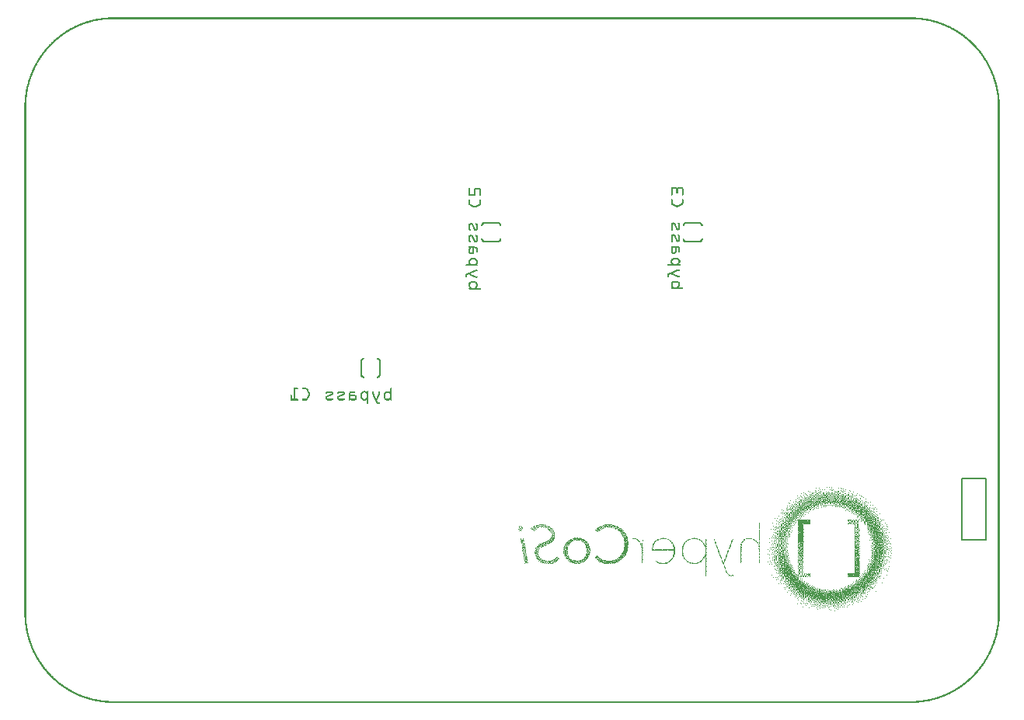
<source format=gbo>
G04 MADE WITH FRITZING*
G04 WWW.FRITZING.ORG*
G04 DOUBLE SIDED*
G04 HOLES PLATED*
G04 CONTOUR ON CENTER OF CONTOUR VECTOR*
%ASAXBY*%
%FSLAX23Y23*%
%MOIN*%
%OFA0B0*%
%SFA1.0B1.0*%
%ADD10C,0.005000*%
%ADD11C,0.008000*%
%ADD12R,0.001000X0.001000*%
%LNSILK0*%
G90*
G70*
G54D10*
X4023Y963D02*
X4125Y963D01*
D02*
X4125Y963D02*
X4125Y699D01*
D02*
X4125Y699D02*
X4023Y699D01*
D02*
X4023Y699D02*
X4023Y963D01*
G54D11*
D02*
X2035Y2059D02*
X1972Y2059D01*
D02*
X1972Y1980D02*
X2035Y1980D01*
D02*
X1446Y1469D02*
X1446Y1406D01*
D02*
X1525Y1406D02*
X1525Y1469D01*
D02*
X2836Y1980D02*
X2899Y1980D01*
D02*
X2899Y2059D02*
X2836Y2059D01*
G36*
X3464Y927D02*
X3464Y925D01*
X3462Y925D01*
X3462Y927D01*
X3464Y927D01*
G37*
D02*
G36*
X3455Y927D02*
X3455Y925D01*
X3452Y925D01*
X3452Y927D01*
X3455Y927D01*
G37*
D02*
G36*
X3445Y927D02*
X3445Y925D01*
X3443Y925D01*
X3443Y927D01*
X3445Y927D01*
G37*
D02*
G36*
X3490Y925D02*
X3490Y922D01*
X3487Y922D01*
X3487Y925D01*
X3490Y925D01*
G37*
D02*
G36*
X3480Y925D02*
X3480Y922D01*
X3478Y922D01*
X3478Y925D01*
X3480Y925D01*
G37*
D02*
G36*
X3473Y925D02*
X3473Y922D01*
X3471Y922D01*
X3471Y925D01*
X3473Y925D01*
G37*
D02*
G36*
X3436Y925D02*
X3436Y922D01*
X3434Y922D01*
X3434Y925D01*
X3436Y925D01*
G37*
D02*
G36*
X3429Y925D02*
X3429Y922D01*
X3427Y922D01*
X3427Y925D01*
X3429Y925D01*
G37*
D02*
G36*
X3420Y925D02*
X3420Y922D01*
X3417Y922D01*
X3417Y925D01*
X3420Y925D01*
G37*
D02*
G36*
X3504Y922D02*
X3504Y920D01*
X3501Y920D01*
X3501Y922D01*
X3504Y922D01*
G37*
D02*
G36*
X3494Y922D02*
X3494Y920D01*
X3492Y920D01*
X3492Y922D01*
X3494Y922D01*
G37*
D02*
G36*
X3410Y922D02*
X3410Y920D01*
X3408Y920D01*
X3408Y922D01*
X3410Y922D01*
G37*
D02*
G36*
X3399Y922D02*
X3399Y920D01*
X3396Y920D01*
X3396Y922D01*
X3399Y922D01*
G37*
D02*
G36*
X3515Y920D02*
X3515Y918D01*
X3513Y918D01*
X3513Y920D01*
X3515Y920D01*
G37*
D02*
G36*
X3508Y920D02*
X3508Y918D01*
X3506Y918D01*
X3506Y920D01*
X3508Y920D01*
G37*
D02*
G36*
X3464Y920D02*
X3464Y918D01*
X3462Y918D01*
X3462Y920D01*
X3464Y920D01*
G37*
D02*
G36*
X3452Y920D02*
X3452Y918D01*
X3450Y918D01*
X3450Y920D01*
X3452Y920D01*
G37*
D02*
G36*
X3443Y920D02*
X3443Y918D01*
X3441Y918D01*
X3441Y920D01*
X3443Y920D01*
G37*
D02*
G36*
X3525Y918D02*
X3525Y915D01*
X3522Y915D01*
X3522Y918D01*
X3525Y918D01*
G37*
D02*
G36*
X3483Y918D02*
X3483Y915D01*
X3480Y915D01*
X3480Y918D01*
X3483Y918D01*
G37*
D02*
G36*
X3471Y918D02*
X3471Y915D01*
X3469Y915D01*
X3469Y918D01*
X3471Y918D01*
G37*
D02*
G36*
X3457Y918D02*
X3457Y915D01*
X3455Y915D01*
X3455Y918D01*
X3457Y918D01*
G37*
D02*
G36*
X3434Y918D02*
X3434Y915D01*
X3431Y915D01*
X3431Y918D01*
X3434Y918D01*
G37*
D02*
G36*
X3424Y918D02*
X3424Y915D01*
X3422Y915D01*
X3422Y918D01*
X3424Y918D01*
G37*
D02*
G36*
X3415Y918D02*
X3415Y915D01*
X3413Y915D01*
X3413Y918D01*
X3415Y918D01*
G37*
D02*
G36*
X3403Y918D02*
X3403Y915D01*
X3401Y915D01*
X3401Y918D01*
X3403Y918D01*
G37*
D02*
G36*
X3389Y918D02*
X3389Y915D01*
X3387Y915D01*
X3387Y918D01*
X3389Y918D01*
G37*
D02*
G36*
X3532Y915D02*
X3532Y913D01*
X3529Y913D01*
X3529Y915D01*
X3532Y915D01*
G37*
D02*
G36*
X3497Y915D02*
X3497Y913D01*
X3494Y913D01*
X3494Y915D01*
X3497Y915D01*
G37*
D02*
G36*
X3487Y915D02*
X3487Y913D01*
X3485Y913D01*
X3485Y915D01*
X3487Y915D01*
G37*
D02*
G36*
X3476Y915D02*
X3476Y913D01*
X3473Y913D01*
X3473Y915D01*
X3476Y915D01*
G37*
D02*
G36*
X3448Y915D02*
X3448Y913D01*
X3445Y913D01*
X3445Y915D01*
X3448Y915D01*
G37*
D02*
G36*
X3438Y915D02*
X3438Y913D01*
X3436Y913D01*
X3436Y915D01*
X3438Y915D01*
G37*
D02*
G36*
X3382Y915D02*
X3382Y913D01*
X3380Y913D01*
X3380Y915D01*
X3382Y915D01*
G37*
D02*
G36*
X3373Y915D02*
X3373Y913D01*
X3371Y913D01*
X3371Y915D01*
X3373Y915D01*
G37*
D02*
G36*
X3541Y913D02*
X3541Y911D01*
X3539Y911D01*
X3539Y913D01*
X3541Y913D01*
G37*
D02*
G36*
X3515Y913D02*
X3515Y911D01*
X3513Y911D01*
X3513Y913D01*
X3515Y913D01*
G37*
D02*
G36*
X3504Y913D02*
X3504Y911D01*
X3501Y911D01*
X3501Y913D01*
X3504Y913D01*
G37*
D02*
G36*
X3469Y913D02*
X3469Y911D01*
X3466Y911D01*
X3466Y913D01*
X3469Y913D01*
G37*
D02*
G36*
X3464Y913D02*
X3464Y911D01*
X3462Y911D01*
X3462Y913D01*
X3464Y913D01*
G37*
D02*
G36*
X3459Y913D02*
X3459Y911D01*
X3457Y911D01*
X3457Y913D01*
X3459Y913D01*
G37*
D02*
G36*
X3452Y913D02*
X3452Y911D01*
X3450Y911D01*
X3450Y913D01*
X3452Y913D01*
G37*
D02*
G36*
X3443Y913D02*
X3443Y911D01*
X3441Y911D01*
X3441Y913D01*
X3443Y913D01*
G37*
D02*
G36*
X3429Y913D02*
X3429Y911D01*
X3427Y911D01*
X3427Y913D01*
X3429Y913D01*
G37*
D02*
G36*
X3422Y913D02*
X3422Y911D01*
X3420Y911D01*
X3420Y913D01*
X3422Y913D01*
G37*
D02*
G36*
X3408Y913D02*
X3408Y911D01*
X3406Y911D01*
X3406Y913D01*
X3408Y913D01*
G37*
D02*
G36*
X3394Y913D02*
X3394Y911D01*
X3392Y911D01*
X3392Y913D01*
X3394Y913D01*
G37*
D02*
G36*
X3546Y911D02*
X3546Y908D01*
X3543Y908D01*
X3543Y911D01*
X3546Y911D01*
G37*
D02*
G36*
X3520Y911D02*
X3520Y908D01*
X3518Y908D01*
X3518Y911D01*
X3520Y911D01*
G37*
D02*
G36*
X3508Y911D02*
X3508Y908D01*
X3506Y908D01*
X3506Y911D01*
X3508Y911D01*
G37*
D02*
G36*
X3494Y911D02*
X3494Y908D01*
X3492Y908D01*
X3492Y911D01*
X3494Y911D01*
G37*
D02*
G36*
X3490Y911D02*
X3490Y908D01*
X3487Y908D01*
X3487Y911D01*
X3490Y911D01*
G37*
D02*
G36*
X3483Y911D02*
X3483Y908D01*
X3480Y908D01*
X3480Y911D01*
X3483Y911D01*
G37*
D02*
G36*
X3478Y911D02*
X3478Y908D01*
X3476Y908D01*
X3476Y911D01*
X3478Y911D01*
G37*
D02*
G36*
X3436Y911D02*
X3436Y908D01*
X3434Y908D01*
X3434Y911D01*
X3436Y911D01*
G37*
D02*
G36*
X3417Y911D02*
X3417Y908D01*
X3415Y908D01*
X3415Y911D01*
X3417Y911D01*
G37*
D02*
G36*
X3413Y911D02*
X3413Y908D01*
X3410Y908D01*
X3410Y911D01*
X3413Y911D01*
G37*
D02*
G36*
X3399Y911D02*
X3399Y908D01*
X3396Y908D01*
X3396Y911D01*
X3399Y911D01*
G37*
D02*
G36*
X3364Y911D02*
X3364Y908D01*
X3361Y908D01*
X3361Y911D01*
X3364Y911D01*
G37*
D02*
G36*
X3550Y908D02*
X3550Y906D01*
X3548Y906D01*
X3548Y908D01*
X3550Y908D01*
G37*
D02*
G36*
X3532Y908D02*
X3532Y906D01*
X3529Y906D01*
X3529Y908D01*
X3532Y908D01*
G37*
D02*
G36*
X3525Y908D02*
X3525Y906D01*
X3522Y906D01*
X3522Y908D01*
X3525Y908D01*
G37*
D02*
G36*
X3501Y908D02*
X3501Y906D01*
X3499Y906D01*
X3499Y908D01*
X3501Y908D01*
G37*
D02*
G36*
X3476Y908D02*
X3476Y906D01*
X3473Y906D01*
X3473Y908D01*
X3476Y908D01*
G37*
D02*
G36*
X3471Y908D02*
X3471Y906D01*
X3469Y906D01*
X3469Y908D01*
X3471Y908D01*
G37*
D02*
G36*
X3466Y908D02*
X3466Y906D01*
X3464Y906D01*
X3464Y908D01*
X3466Y908D01*
G37*
D02*
G36*
X3462Y908D02*
X3462Y906D01*
X3459Y906D01*
X3459Y908D01*
X3462Y908D01*
G37*
D02*
G36*
X3457Y908D02*
X3457Y906D01*
X3455Y906D01*
X3455Y908D01*
X3457Y908D01*
G37*
D02*
G36*
X3452Y908D02*
X3452Y906D01*
X3450Y906D01*
X3450Y908D01*
X3452Y908D01*
G37*
D02*
G36*
X3448Y908D02*
X3448Y906D01*
X3445Y906D01*
X3445Y908D01*
X3448Y908D01*
G37*
D02*
G36*
X3443Y908D02*
X3443Y906D01*
X3441Y906D01*
X3441Y908D01*
X3443Y908D01*
G37*
D02*
G36*
X3434Y908D02*
X3434Y906D01*
X3431Y906D01*
X3431Y908D01*
X3434Y908D01*
G37*
D02*
G36*
X3429Y908D02*
X3429Y906D01*
X3427Y906D01*
X3427Y908D01*
X3429Y908D01*
G37*
D02*
G36*
X3424Y908D02*
X3424Y906D01*
X3422Y906D01*
X3422Y908D01*
X3424Y908D01*
G37*
D02*
G36*
X3403Y908D02*
X3403Y906D01*
X3401Y906D01*
X3401Y908D01*
X3403Y908D01*
G37*
D02*
G36*
X3387Y908D02*
X3387Y906D01*
X3385Y906D01*
X3385Y908D01*
X3387Y908D01*
G37*
D02*
G36*
X3378Y908D02*
X3378Y906D01*
X3375Y906D01*
X3375Y908D01*
X3378Y908D01*
G37*
D02*
G36*
X3354Y908D02*
X3354Y906D01*
X3352Y906D01*
X3352Y908D01*
X3354Y908D01*
G37*
D02*
G36*
X3557Y906D02*
X3557Y904D01*
X3555Y904D01*
X3555Y906D01*
X3557Y906D01*
G37*
D02*
G36*
X3515Y906D02*
X3515Y904D01*
X3513Y904D01*
X3513Y906D01*
X3515Y906D01*
G37*
D02*
G36*
X3511Y906D02*
X3511Y904D01*
X3508Y904D01*
X3508Y906D01*
X3511Y906D01*
G37*
D02*
G36*
X3499Y906D02*
X3499Y904D01*
X3497Y904D01*
X3497Y906D01*
X3499Y906D01*
G37*
D02*
G36*
X3494Y906D02*
X3494Y904D01*
X3492Y904D01*
X3492Y906D01*
X3494Y906D01*
G37*
D02*
G36*
X3490Y906D02*
X3490Y904D01*
X3487Y904D01*
X3487Y906D01*
X3490Y906D01*
G37*
D02*
G36*
X3485Y906D02*
X3485Y904D01*
X3483Y904D01*
X3483Y906D01*
X3485Y906D01*
G37*
D02*
G36*
X3480Y906D02*
X3480Y904D01*
X3478Y904D01*
X3478Y906D01*
X3480Y906D01*
G37*
D02*
G36*
X3450Y906D02*
X3450Y904D01*
X3448Y904D01*
X3448Y906D01*
X3450Y906D01*
G37*
D02*
G36*
X3441Y906D02*
X3441Y904D01*
X3438Y904D01*
X3438Y906D01*
X3441Y906D01*
G37*
D02*
G36*
X3436Y906D02*
X3436Y904D01*
X3434Y904D01*
X3434Y906D01*
X3436Y906D01*
G37*
D02*
G36*
X3422Y906D02*
X3422Y904D01*
X3420Y904D01*
X3420Y906D01*
X3422Y906D01*
G37*
D02*
G36*
X3417Y906D02*
X3417Y904D01*
X3415Y904D01*
X3415Y906D01*
X3417Y906D01*
G37*
D02*
G36*
X3410Y906D02*
X3410Y904D01*
X3408Y904D01*
X3408Y906D01*
X3410Y906D01*
G37*
D02*
G36*
X3394Y906D02*
X3394Y904D01*
X3392Y904D01*
X3392Y906D01*
X3394Y906D01*
G37*
D02*
G36*
X3371Y906D02*
X3371Y904D01*
X3368Y904D01*
X3368Y906D01*
X3371Y906D01*
G37*
D02*
G36*
X3562Y904D02*
X3562Y901D01*
X3560Y901D01*
X3560Y904D01*
X3562Y904D01*
G37*
D02*
G36*
X3539Y904D02*
X3539Y901D01*
X3536Y901D01*
X3536Y904D01*
X3539Y904D01*
G37*
D02*
G36*
X3529Y904D02*
X3529Y901D01*
X3527Y901D01*
X3527Y904D01*
X3529Y904D01*
G37*
D02*
G36*
X3522Y904D02*
X3522Y901D01*
X3520Y901D01*
X3520Y904D01*
X3522Y904D01*
G37*
D02*
G36*
X3506Y904D02*
X3506Y901D01*
X3504Y901D01*
X3504Y904D01*
X3506Y904D01*
G37*
D02*
G36*
X3501Y904D02*
X3501Y901D01*
X3499Y901D01*
X3499Y904D01*
X3501Y904D01*
G37*
D02*
G36*
X3487Y904D02*
X3487Y901D01*
X3485Y901D01*
X3485Y904D01*
X3487Y904D01*
G37*
D02*
G36*
X3478Y904D02*
X3478Y901D01*
X3476Y901D01*
X3476Y904D01*
X3478Y904D01*
G37*
D02*
G36*
X3473Y904D02*
X3473Y899D01*
X3471Y899D01*
X3471Y904D01*
X3473Y904D01*
G37*
D02*
G36*
X3469Y904D02*
X3469Y899D01*
X3466Y899D01*
X3466Y904D01*
X3469Y904D01*
G37*
D02*
G36*
X3464Y904D02*
X3464Y894D01*
X3462Y894D01*
X3462Y904D01*
X3464Y904D01*
G37*
D02*
G36*
X3459Y904D02*
X3459Y899D01*
X3457Y899D01*
X3457Y904D01*
X3459Y904D01*
G37*
D02*
G36*
X3455Y904D02*
X3455Y899D01*
X3452Y899D01*
X3452Y904D01*
X3455Y904D01*
G37*
D02*
G36*
X3448Y904D02*
X3448Y901D01*
X3445Y901D01*
X3445Y904D01*
X3448Y904D01*
G37*
D02*
G36*
X3443Y904D02*
X3443Y901D01*
X3441Y901D01*
X3441Y904D01*
X3443Y904D01*
G37*
D02*
G36*
X3431Y904D02*
X3431Y901D01*
X3429Y901D01*
X3429Y904D01*
X3431Y904D01*
G37*
D02*
G36*
X3427Y904D02*
X3427Y901D01*
X3424Y901D01*
X3424Y904D01*
X3427Y904D01*
G37*
D02*
G36*
X3415Y904D02*
X3415Y901D01*
X3413Y901D01*
X3413Y904D01*
X3415Y904D01*
G37*
D02*
G36*
X3408Y904D02*
X3408Y901D01*
X3406Y901D01*
X3406Y904D01*
X3408Y904D01*
G37*
D02*
G36*
X3403Y904D02*
X3403Y901D01*
X3401Y901D01*
X3401Y904D01*
X3403Y904D01*
G37*
D02*
G36*
X3399Y904D02*
X3399Y901D01*
X3396Y901D01*
X3396Y904D01*
X3399Y904D01*
G37*
D02*
G36*
X3387Y904D02*
X3387Y901D01*
X3385Y901D01*
X3385Y904D01*
X3387Y904D01*
G37*
D02*
G36*
X3380Y904D02*
X3380Y901D01*
X3378Y901D01*
X3378Y904D01*
X3380Y904D01*
G37*
D02*
G36*
X3359Y904D02*
X3359Y901D01*
X3357Y901D01*
X3357Y904D01*
X3359Y904D01*
G37*
D02*
G36*
X3345Y904D02*
X3345Y901D01*
X3343Y901D01*
X3343Y904D01*
X3345Y904D01*
G37*
D02*
G36*
X3567Y901D02*
X3567Y899D01*
X3564Y899D01*
X3564Y901D01*
X3567Y901D01*
G37*
D02*
G36*
X3543Y901D02*
X3543Y899D01*
X3541Y899D01*
X3541Y901D01*
X3543Y901D01*
G37*
D02*
G36*
X3534Y901D02*
X3534Y899D01*
X3532Y899D01*
X3532Y901D01*
X3534Y901D01*
G37*
D02*
G36*
X3518Y901D02*
X3518Y899D01*
X3515Y899D01*
X3515Y901D01*
X3518Y901D01*
G37*
D02*
G36*
X3513Y901D02*
X3513Y899D01*
X3511Y899D01*
X3511Y901D01*
X3513Y901D01*
G37*
D02*
G36*
X3508Y901D02*
X3508Y899D01*
X3506Y899D01*
X3506Y901D01*
X3508Y901D01*
G37*
D02*
G36*
X3497Y901D02*
X3497Y897D01*
X3494Y897D01*
X3494Y901D01*
X3497Y901D01*
G37*
D02*
G36*
X3492Y901D02*
X3492Y899D01*
X3490Y899D01*
X3490Y901D01*
X3492Y901D01*
G37*
D02*
G36*
X3485Y901D02*
X3485Y899D01*
X3483Y899D01*
X3483Y901D01*
X3485Y901D01*
G37*
D02*
G36*
X3480Y901D02*
X3480Y899D01*
X3478Y899D01*
X3478Y901D01*
X3480Y901D01*
G37*
D02*
G36*
X3450Y901D02*
X3450Y894D01*
X3448Y894D01*
X3448Y901D01*
X3450Y901D01*
G37*
D02*
G36*
X3441Y901D02*
X3441Y894D01*
X3438Y894D01*
X3438Y901D01*
X3441Y901D01*
G37*
D02*
G36*
X3436Y901D02*
X3436Y897D01*
X3434Y897D01*
X3434Y901D01*
X3436Y901D01*
G37*
D02*
G36*
X3429Y901D02*
X3429Y899D01*
X3427Y899D01*
X3427Y901D01*
X3429Y901D01*
G37*
D02*
G36*
X3422Y901D02*
X3422Y897D01*
X3420Y897D01*
X3420Y901D01*
X3422Y901D01*
G37*
D02*
G36*
X3417Y901D02*
X3417Y899D01*
X3415Y899D01*
X3415Y901D01*
X3417Y901D01*
G37*
D02*
G36*
X3410Y901D02*
X3410Y899D01*
X3408Y899D01*
X3408Y901D01*
X3410Y901D01*
G37*
D02*
G36*
X3394Y901D02*
X3394Y899D01*
X3392Y899D01*
X3392Y901D01*
X3394Y901D01*
G37*
D02*
G36*
X3373Y901D02*
X3373Y899D01*
X3371Y899D01*
X3371Y901D01*
X3373Y901D01*
G37*
D02*
G36*
X3364Y901D02*
X3364Y899D01*
X3361Y899D01*
X3361Y901D01*
X3364Y901D01*
G37*
D02*
G36*
X3574Y899D02*
X3574Y897D01*
X3571Y897D01*
X3571Y899D01*
X3574Y899D01*
G37*
D02*
G36*
X3550Y899D02*
X3550Y897D01*
X3548Y897D01*
X3548Y899D01*
X3550Y899D01*
G37*
D02*
G36*
X3529Y899D02*
X3529Y897D01*
X3527Y897D01*
X3527Y899D01*
X3529Y899D01*
G37*
D02*
G36*
X3525Y899D02*
X3525Y897D01*
X3522Y897D01*
X3522Y899D01*
X3525Y899D01*
G37*
D02*
G36*
X3520Y899D02*
X3520Y897D01*
X3518Y897D01*
X3518Y899D01*
X3520Y899D01*
G37*
D02*
G36*
X3506Y899D02*
X3506Y894D01*
X3504Y894D01*
X3504Y899D01*
X3506Y899D01*
G37*
D02*
G36*
X3501Y899D02*
X3501Y897D01*
X3499Y897D01*
X3499Y899D01*
X3501Y899D01*
G37*
D02*
G36*
X3490Y899D02*
X3490Y890D01*
X3487Y890D01*
X3487Y899D01*
X3490Y899D01*
G37*
D02*
G36*
X3483Y899D02*
X3483Y897D01*
X3480Y897D01*
X3480Y899D01*
X3483Y899D01*
G37*
D02*
G36*
X3478Y899D02*
X3478Y894D01*
X3476Y894D01*
X3476Y899D01*
X3478Y899D01*
G37*
D02*
G36*
X3471Y899D02*
X3471Y897D01*
X3469Y897D01*
X3469Y899D01*
X3471Y899D01*
G37*
D02*
G36*
X3457Y899D02*
X3457Y897D01*
X3455Y897D01*
X3455Y899D01*
X3457Y899D01*
G37*
D02*
G36*
X3445Y899D02*
X3445Y894D01*
X3443Y894D01*
X3443Y899D01*
X3445Y899D01*
G37*
D02*
G36*
X3431Y899D02*
X3431Y897D01*
X3429Y897D01*
X3429Y899D01*
X3431Y899D01*
G37*
D02*
G36*
X3427Y899D02*
X3427Y894D01*
X3424Y894D01*
X3424Y899D01*
X3427Y899D01*
G37*
D02*
G36*
X3415Y899D02*
X3415Y897D01*
X3413Y897D01*
X3413Y899D01*
X3415Y899D01*
G37*
D02*
G36*
X3406Y899D02*
X3406Y897D01*
X3403Y897D01*
X3403Y899D01*
X3406Y899D01*
G37*
D02*
G36*
X3401Y899D02*
X3401Y894D01*
X3399Y894D01*
X3399Y899D01*
X3401Y899D01*
G37*
D02*
G36*
X3396Y899D02*
X3396Y897D01*
X3394Y897D01*
X3394Y899D01*
X3396Y899D01*
G37*
D02*
G36*
X3389Y899D02*
X3389Y897D01*
X3387Y897D01*
X3387Y899D01*
X3389Y899D01*
G37*
D02*
G36*
X3385Y899D02*
X3385Y897D01*
X3382Y897D01*
X3382Y899D01*
X3385Y899D01*
G37*
D02*
G36*
X3380Y899D02*
X3380Y897D01*
X3378Y897D01*
X3378Y899D01*
X3380Y899D01*
G37*
D02*
G36*
X3350Y899D02*
X3350Y897D01*
X3347Y897D01*
X3347Y899D01*
X3350Y899D01*
G37*
D02*
G36*
X3336Y899D02*
X3336Y897D01*
X3333Y897D01*
X3333Y899D01*
X3336Y899D01*
G37*
D02*
G36*
X3555Y897D02*
X3555Y894D01*
X3553Y894D01*
X3553Y897D01*
X3555Y897D01*
G37*
D02*
G36*
X3543Y897D02*
X3543Y894D01*
X3541Y894D01*
X3541Y897D01*
X3543Y897D01*
G37*
D02*
G36*
X3539Y897D02*
X3539Y894D01*
X3536Y894D01*
X3536Y897D01*
X3539Y897D01*
G37*
D02*
G36*
X3534Y897D02*
X3534Y894D01*
X3532Y894D01*
X3532Y897D01*
X3534Y897D01*
G37*
D02*
G36*
X3522Y897D02*
X3522Y894D01*
X3520Y894D01*
X3520Y897D01*
X3522Y897D01*
G37*
D02*
G36*
X3515Y897D02*
X3515Y883D01*
X3513Y883D01*
X3513Y897D01*
X3515Y897D01*
G37*
D02*
G36*
X3511Y897D02*
X3511Y892D01*
X3508Y892D01*
X3508Y897D01*
X3511Y897D01*
G37*
D02*
G36*
X3499Y897D02*
X3499Y890D01*
X3497Y890D01*
X3497Y897D01*
X3499Y897D01*
G37*
D02*
G36*
X3494Y897D02*
X3494Y890D01*
X3492Y890D01*
X3492Y897D01*
X3494Y897D01*
G37*
D02*
G36*
X3485Y897D02*
X3485Y890D01*
X3483Y890D01*
X3483Y897D01*
X3485Y897D01*
G37*
D02*
G36*
X3473Y897D02*
X3473Y894D01*
X3471Y894D01*
X3471Y897D01*
X3473Y897D01*
G37*
D02*
G36*
X3469Y897D02*
X3469Y894D01*
X3466Y894D01*
X3466Y897D01*
X3469Y897D01*
G37*
D02*
G36*
X3459Y897D02*
X3459Y894D01*
X3457Y894D01*
X3457Y897D01*
X3459Y897D01*
G37*
D02*
G36*
X3455Y897D02*
X3455Y894D01*
X3452Y894D01*
X3452Y897D01*
X3455Y897D01*
G37*
D02*
G36*
X3434Y897D02*
X3434Y887D01*
X3431Y887D01*
X3431Y890D01*
X3429Y890D01*
X3429Y892D01*
X3431Y892D01*
X3431Y897D01*
X3434Y897D01*
G37*
D02*
G36*
X3420Y897D02*
X3420Y892D01*
X3417Y892D01*
X3417Y897D01*
X3420Y897D01*
G37*
D02*
G36*
X3413Y897D02*
X3413Y894D01*
X3410Y894D01*
X3410Y897D01*
X3413Y897D01*
G37*
D02*
G36*
X3408Y897D02*
X3408Y894D01*
X3406Y894D01*
X3406Y897D01*
X3408Y897D01*
G37*
D02*
G36*
X3394Y897D02*
X3394Y894D01*
X3392Y894D01*
X3392Y897D01*
X3394Y897D01*
G37*
D02*
G36*
X3378Y897D02*
X3378Y894D01*
X3375Y894D01*
X3375Y897D01*
X3378Y897D01*
G37*
D02*
G36*
X3371Y897D02*
X3371Y894D01*
X3368Y894D01*
X3368Y897D01*
X3371Y897D01*
G37*
D02*
G36*
X3354Y897D02*
X3354Y894D01*
X3352Y894D01*
X3352Y897D01*
X3354Y897D01*
G37*
D02*
G36*
X3581Y894D02*
X3581Y892D01*
X3578Y892D01*
X3578Y894D01*
X3581Y894D01*
G37*
D02*
G36*
X3562Y894D02*
X3562Y892D01*
X3560Y892D01*
X3560Y894D01*
X3562Y894D01*
G37*
D02*
G36*
X3548Y894D02*
X3548Y892D01*
X3546Y892D01*
X3546Y894D01*
X3548Y894D01*
G37*
D02*
G36*
X3532Y894D02*
X3532Y892D01*
X3529Y892D01*
X3529Y894D01*
X3532Y894D01*
G37*
D02*
G36*
X3527Y894D02*
X3527Y890D01*
X3525Y890D01*
X3525Y894D01*
X3527Y894D01*
G37*
D02*
G36*
X3520Y894D02*
X3520Y892D01*
X3518Y892D01*
X3518Y894D01*
X3520Y894D01*
G37*
D02*
G36*
X3504Y894D02*
X3504Y890D01*
X3501Y890D01*
X3501Y894D01*
X3504Y894D01*
G37*
D02*
G36*
X3480Y894D02*
X3480Y890D01*
X3478Y890D01*
X3478Y894D01*
X3480Y894D01*
G37*
D02*
G36*
X3476Y894D02*
X3476Y890D01*
X3473Y890D01*
X3473Y894D01*
X3476Y894D01*
G37*
D02*
G36*
X3471Y894D02*
X3471Y890D01*
X3469Y890D01*
X3469Y894D01*
X3471Y894D01*
G37*
D02*
G36*
X3462Y894D02*
X3462Y887D01*
X3459Y887D01*
X3459Y885D01*
X3457Y885D01*
X3457Y883D01*
X3455Y883D01*
X3455Y887D01*
X3457Y887D01*
X3457Y890D01*
X3459Y890D01*
X3459Y894D01*
X3462Y894D01*
G37*
D02*
G36*
X3457Y894D02*
X3457Y890D01*
X3455Y890D01*
X3455Y894D01*
X3457Y894D01*
G37*
D02*
G36*
X3443Y894D02*
X3443Y890D01*
X3441Y890D01*
X3441Y894D01*
X3443Y894D01*
G37*
D02*
G36*
X3438Y894D02*
X3438Y890D01*
X3441Y890D01*
X3441Y885D01*
X3438Y885D01*
X3438Y887D01*
X3436Y887D01*
X3436Y894D01*
X3438Y894D01*
G37*
D02*
G36*
X3429Y894D02*
X3429Y892D01*
X3427Y892D01*
X3427Y894D01*
X3429Y894D01*
G37*
D02*
G36*
X3424Y894D02*
X3424Y892D01*
X3422Y892D01*
X3422Y894D01*
X3424Y894D01*
G37*
D02*
G36*
X3415Y894D02*
X3415Y892D01*
X3413Y892D01*
X3413Y894D01*
X3415Y894D01*
G37*
D02*
G36*
X3410Y894D02*
X3410Y892D01*
X3408Y892D01*
X3408Y894D01*
X3410Y894D01*
G37*
D02*
G36*
X3406Y894D02*
X3406Y892D01*
X3403Y892D01*
X3403Y894D01*
X3406Y894D01*
G37*
D02*
G36*
X3399Y894D02*
X3399Y890D01*
X3396Y890D01*
X3396Y894D01*
X3399Y894D01*
G37*
D02*
G36*
X3392Y894D02*
X3392Y892D01*
X3389Y892D01*
X3389Y894D01*
X3392Y894D01*
G37*
D02*
G36*
X3387Y894D02*
X3387Y890D01*
X3385Y890D01*
X3385Y894D01*
X3387Y894D01*
G37*
D02*
G36*
X3382Y894D02*
X3382Y892D01*
X3380Y892D01*
X3380Y894D01*
X3382Y894D01*
G37*
D02*
G36*
X3373Y894D02*
X3373Y892D01*
X3371Y892D01*
X3371Y894D01*
X3373Y894D01*
G37*
D02*
G36*
X3366Y894D02*
X3366Y892D01*
X3364Y892D01*
X3364Y894D01*
X3366Y894D01*
G37*
D02*
G36*
X3361Y894D02*
X3361Y892D01*
X3359Y892D01*
X3359Y894D01*
X3361Y894D01*
G37*
D02*
G36*
X3340Y894D02*
X3340Y892D01*
X3338Y892D01*
X3338Y894D01*
X3340Y894D01*
G37*
D02*
G36*
X3326Y894D02*
X3326Y892D01*
X3324Y892D01*
X3324Y894D01*
X3326Y894D01*
G37*
D02*
G36*
X3585Y892D02*
X3585Y890D01*
X3583Y890D01*
X3583Y892D01*
X3585Y892D01*
G37*
D02*
G36*
X3571Y892D02*
X3571Y890D01*
X3569Y890D01*
X3569Y892D01*
X3571Y892D01*
G37*
D02*
G36*
X3555Y892D02*
X3555Y890D01*
X3553Y890D01*
X3553Y892D01*
X3555Y892D01*
G37*
D02*
G36*
X3543Y892D02*
X3543Y890D01*
X3541Y890D01*
X3541Y892D01*
X3543Y892D01*
G37*
D02*
G36*
X3539Y892D02*
X3539Y887D01*
X3536Y887D01*
X3536Y892D01*
X3539Y892D01*
G37*
D02*
G36*
X3534Y892D02*
X3534Y890D01*
X3532Y890D01*
X3532Y892D01*
X3534Y892D01*
G37*
D02*
G36*
X3522Y892D02*
X3522Y890D01*
X3520Y890D01*
X3520Y892D01*
X3522Y892D01*
G37*
D02*
G36*
X3508Y892D02*
X3508Y890D01*
X3506Y890D01*
X3506Y892D01*
X3508Y892D01*
G37*
D02*
G36*
X3427Y892D02*
X3427Y890D01*
X3424Y890D01*
X3424Y892D01*
X3427Y892D01*
G37*
D02*
G36*
X3422Y892D02*
X3422Y890D01*
X3420Y890D01*
X3420Y892D01*
X3422Y892D01*
G37*
D02*
G36*
X3417Y892D02*
X3417Y890D01*
X3415Y890D01*
X3415Y892D01*
X3417Y892D01*
G37*
D02*
G36*
X3413Y892D02*
X3413Y890D01*
X3410Y890D01*
X3410Y892D01*
X3413Y892D01*
G37*
D02*
G36*
X3408Y892D02*
X3408Y890D01*
X3406Y890D01*
X3406Y892D01*
X3408Y892D01*
G37*
D02*
G36*
X3403Y892D02*
X3403Y890D01*
X3401Y890D01*
X3401Y892D01*
X3403Y892D01*
G37*
D02*
G36*
X3394Y892D02*
X3394Y890D01*
X3392Y890D01*
X3392Y892D01*
X3394Y892D01*
G37*
D02*
G36*
X3380Y892D02*
X3380Y890D01*
X3378Y890D01*
X3378Y892D01*
X3380Y892D01*
G37*
D02*
G36*
X3375Y892D02*
X3375Y890D01*
X3373Y890D01*
X3373Y892D01*
X3375Y892D01*
G37*
D02*
G36*
X3357Y892D02*
X3357Y890D01*
X3354Y890D01*
X3354Y892D01*
X3357Y892D01*
G37*
D02*
G36*
X3345Y892D02*
X3345Y890D01*
X3343Y890D01*
X3343Y892D01*
X3345Y892D01*
G37*
D02*
G36*
X3590Y890D02*
X3590Y887D01*
X3588Y887D01*
X3588Y890D01*
X3590Y890D01*
G37*
D02*
G36*
X3567Y890D02*
X3567Y887D01*
X3564Y887D01*
X3564Y890D01*
X3567Y890D01*
G37*
D02*
G36*
X3560Y890D02*
X3560Y887D01*
X3557Y887D01*
X3557Y890D01*
X3560Y890D01*
G37*
D02*
G36*
X3550Y890D02*
X3550Y887D01*
X3548Y887D01*
X3548Y890D01*
X3550Y890D01*
G37*
D02*
G36*
X3546Y890D02*
X3546Y887D01*
X3543Y887D01*
X3543Y890D01*
X3546Y890D01*
G37*
D02*
G36*
X3532Y890D02*
X3532Y887D01*
X3529Y887D01*
X3529Y890D01*
X3532Y890D01*
G37*
D02*
G36*
X3525Y890D02*
X3525Y880D01*
X3522Y880D01*
X3522Y890D01*
X3525Y890D01*
G37*
D02*
G36*
X3506Y890D02*
X3506Y887D01*
X3504Y887D01*
X3504Y890D01*
X3506Y890D01*
G37*
D02*
G36*
X3501Y890D02*
X3501Y887D01*
X3499Y887D01*
X3499Y890D01*
X3501Y890D01*
G37*
D02*
G36*
X3497Y890D02*
X3497Y887D01*
X3494Y887D01*
X3494Y890D01*
X3497Y890D01*
G37*
D02*
G36*
X3492Y890D02*
X3492Y887D01*
X3490Y887D01*
X3490Y890D01*
X3492Y890D01*
G37*
D02*
G36*
X3473Y890D02*
X3473Y887D01*
X3471Y887D01*
X3471Y890D01*
X3473Y890D01*
G37*
D02*
G36*
X3420Y890D02*
X3420Y887D01*
X3417Y887D01*
X3417Y890D01*
X3420Y890D01*
G37*
D02*
G36*
X3415Y890D02*
X3415Y887D01*
X3413Y887D01*
X3413Y890D01*
X3415Y890D01*
G37*
D02*
G36*
X3410Y890D02*
X3410Y887D01*
X3408Y887D01*
X3408Y890D01*
X3410Y890D01*
G37*
D02*
G36*
X3406Y890D02*
X3406Y887D01*
X3403Y887D01*
X3403Y890D01*
X3406Y890D01*
G37*
D02*
G36*
X3401Y890D02*
X3401Y887D01*
X3399Y887D01*
X3399Y890D01*
X3401Y890D01*
G37*
D02*
G36*
X3396Y890D02*
X3396Y887D01*
X3394Y887D01*
X3394Y890D01*
X3396Y890D01*
G37*
D02*
G36*
X3392Y890D02*
X3392Y883D01*
X3389Y883D01*
X3389Y890D01*
X3392Y890D01*
G37*
D02*
G36*
X3385Y890D02*
X3385Y887D01*
X3382Y887D01*
X3382Y890D01*
X3385Y890D01*
G37*
D02*
G36*
X3378Y890D02*
X3378Y887D01*
X3375Y887D01*
X3375Y890D01*
X3378Y890D01*
G37*
D02*
G36*
X3371Y890D02*
X3371Y887D01*
X3368Y887D01*
X3368Y890D01*
X3371Y890D01*
G37*
D02*
G36*
X3366Y890D02*
X3366Y887D01*
X3364Y887D01*
X3364Y890D01*
X3366Y890D01*
G37*
D02*
G36*
X3361Y890D02*
X3361Y887D01*
X3359Y887D01*
X3359Y890D01*
X3361Y890D01*
G37*
D02*
G36*
X3352Y890D02*
X3352Y887D01*
X3350Y887D01*
X3350Y890D01*
X3352Y890D01*
G37*
D02*
G36*
X3331Y890D02*
X3331Y887D01*
X3329Y887D01*
X3329Y890D01*
X3331Y890D01*
G37*
D02*
G36*
X3317Y890D02*
X3317Y887D01*
X3315Y887D01*
X3315Y890D01*
X3317Y890D01*
G37*
D02*
G36*
X3595Y887D02*
X3595Y885D01*
X3592Y885D01*
X3592Y887D01*
X3595Y887D01*
G37*
D02*
G36*
X3576Y887D02*
X3576Y885D01*
X3574Y885D01*
X3574Y887D01*
X3576Y887D01*
G37*
D02*
G36*
X3562Y887D02*
X3562Y885D01*
X3560Y885D01*
X3560Y887D01*
X3562Y887D01*
G37*
D02*
G36*
X3555Y887D02*
X3555Y885D01*
X3553Y885D01*
X3553Y887D01*
X3555Y887D01*
G37*
D02*
G36*
X3548Y887D02*
X3548Y885D01*
X3546Y885D01*
X3546Y887D01*
X3548Y887D01*
G37*
D02*
G36*
X3541Y887D02*
X3541Y885D01*
X3539Y885D01*
X3539Y887D01*
X3541Y887D01*
G37*
D02*
G36*
X3536Y887D02*
X3536Y885D01*
X3534Y885D01*
X3534Y887D01*
X3536Y887D01*
G37*
D02*
G36*
X3499Y887D02*
X3499Y885D01*
X3497Y885D01*
X3497Y887D01*
X3499Y887D01*
G37*
D02*
G36*
X3494Y887D02*
X3494Y885D01*
X3497Y885D01*
X3497Y883D01*
X3494Y883D01*
X3494Y880D01*
X3492Y880D01*
X3492Y883D01*
X3490Y883D01*
X3490Y885D01*
X3492Y885D01*
X3492Y887D01*
X3494Y887D01*
G37*
D02*
G36*
X3417Y887D02*
X3417Y885D01*
X3415Y885D01*
X3415Y887D01*
X3417Y887D01*
G37*
D02*
G36*
X3408Y887D02*
X3408Y883D01*
X3406Y883D01*
X3406Y887D01*
X3408Y887D01*
G37*
D02*
G36*
X3399Y887D02*
X3399Y880D01*
X3396Y880D01*
X3396Y883D01*
X3394Y883D01*
X3394Y885D01*
X3396Y885D01*
X3396Y887D01*
X3399Y887D01*
G37*
D02*
G36*
X3387Y887D02*
X3387Y883D01*
X3385Y883D01*
X3385Y887D01*
X3387Y887D01*
G37*
D02*
G36*
X3382Y887D02*
X3382Y883D01*
X3380Y883D01*
X3380Y887D01*
X3382Y887D01*
G37*
D02*
G36*
X3375Y887D02*
X3375Y885D01*
X3373Y885D01*
X3373Y887D01*
X3375Y887D01*
G37*
D02*
G36*
X3368Y887D02*
X3368Y885D01*
X3366Y885D01*
X3366Y887D01*
X3368Y887D01*
G37*
D02*
G36*
X3359Y887D02*
X3359Y885D01*
X3357Y885D01*
X3357Y887D01*
X3359Y887D01*
G37*
D02*
G36*
X3347Y887D02*
X3347Y885D01*
X3345Y885D01*
X3345Y887D01*
X3347Y887D01*
G37*
D02*
G36*
X3336Y887D02*
X3336Y885D01*
X3333Y885D01*
X3333Y887D01*
X3336Y887D01*
G37*
D02*
G36*
X3571Y885D02*
X3571Y883D01*
X3569Y883D01*
X3569Y885D01*
X3571Y885D01*
G37*
D02*
G36*
X3567Y885D02*
X3567Y883D01*
X3564Y883D01*
X3564Y885D01*
X3567Y885D01*
G37*
D02*
G36*
X3557Y885D02*
X3557Y883D01*
X3555Y883D01*
X3555Y885D01*
X3557Y885D01*
G37*
D02*
G36*
X3550Y885D02*
X3550Y883D01*
X3548Y883D01*
X3548Y885D01*
X3550Y885D01*
G37*
D02*
G36*
X3546Y885D02*
X3546Y883D01*
X3543Y883D01*
X3543Y885D01*
X3546Y885D01*
G37*
D02*
G36*
X3539Y885D02*
X3539Y878D01*
X3536Y878D01*
X3536Y885D01*
X3539Y885D01*
G37*
D02*
G36*
X3534Y885D02*
X3534Y878D01*
X3532Y878D01*
X3532Y885D01*
X3534Y885D01*
G37*
D02*
G36*
X3378Y885D02*
X3378Y883D01*
X3375Y883D01*
X3375Y885D01*
X3378Y885D01*
G37*
D02*
G36*
X3373Y885D02*
X3373Y883D01*
X3371Y883D01*
X3371Y885D01*
X3373Y885D01*
G37*
D02*
G36*
X3366Y885D02*
X3366Y883D01*
X3364Y883D01*
X3364Y885D01*
X3366Y885D01*
G37*
D02*
G36*
X3361Y885D02*
X3361Y883D01*
X3359Y883D01*
X3359Y885D01*
X3361Y885D01*
G37*
D02*
G36*
X3354Y885D02*
X3354Y883D01*
X3352Y883D01*
X3352Y885D01*
X3354Y885D01*
G37*
D02*
G36*
X3343Y885D02*
X3343Y883D01*
X3340Y883D01*
X3340Y885D01*
X3343Y885D01*
G37*
D02*
G36*
X3602Y883D02*
X3602Y880D01*
X3599Y880D01*
X3599Y883D01*
X3602Y883D01*
G37*
D02*
G36*
X3583Y883D02*
X3583Y880D01*
X3581Y880D01*
X3581Y883D01*
X3583Y883D01*
G37*
D02*
G36*
X3576Y883D02*
X3576Y880D01*
X3574Y880D01*
X3574Y883D01*
X3576Y883D01*
G37*
D02*
G36*
X3562Y883D02*
X3562Y880D01*
X3560Y880D01*
X3560Y883D01*
X3562Y883D01*
G37*
D02*
G36*
X3555Y883D02*
X3555Y880D01*
X3553Y880D01*
X3553Y883D01*
X3555Y883D01*
G37*
D02*
G36*
X3548Y883D02*
X3548Y878D01*
X3546Y878D01*
X3546Y883D01*
X3548Y883D01*
G37*
D02*
G36*
X3543Y883D02*
X3543Y878D01*
X3541Y878D01*
X3541Y883D01*
X3543Y883D01*
G37*
D02*
G36*
X3394Y883D02*
X3394Y880D01*
X3396Y880D01*
X3396Y878D01*
X3394Y878D01*
X3394Y876D01*
X3392Y876D01*
X3392Y873D01*
X3389Y873D01*
X3389Y878D01*
X3392Y878D01*
X3392Y883D01*
X3394Y883D01*
G37*
D02*
G36*
X3385Y883D02*
X3385Y880D01*
X3382Y880D01*
X3382Y883D01*
X3385Y883D01*
G37*
D02*
G36*
X3380Y883D02*
X3380Y880D01*
X3378Y880D01*
X3378Y883D01*
X3380Y883D01*
G37*
D02*
G36*
X3375Y883D02*
X3375Y880D01*
X3373Y880D01*
X3373Y883D01*
X3375Y883D01*
G37*
D02*
G36*
X3371Y883D02*
X3371Y880D01*
X3368Y880D01*
X3368Y883D01*
X3371Y883D01*
G37*
D02*
G36*
X3364Y883D02*
X3364Y880D01*
X3361Y880D01*
X3361Y883D01*
X3364Y883D01*
G37*
D02*
G36*
X3357Y883D02*
X3357Y880D01*
X3354Y880D01*
X3354Y883D01*
X3357Y883D01*
G37*
D02*
G36*
X3350Y883D02*
X3350Y880D01*
X3347Y880D01*
X3347Y883D01*
X3350Y883D01*
G37*
D02*
G36*
X3338Y883D02*
X3338Y880D01*
X3336Y880D01*
X3336Y883D01*
X3338Y883D01*
G37*
D02*
G36*
X3324Y883D02*
X3324Y880D01*
X3322Y880D01*
X3322Y883D01*
X3324Y883D01*
G37*
D02*
G36*
X3312Y883D02*
X3312Y880D01*
X3310Y880D01*
X3310Y883D01*
X3312Y883D01*
G37*
D02*
G36*
X3588Y880D02*
X3588Y878D01*
X3585Y878D01*
X3585Y880D01*
X3588Y880D01*
G37*
D02*
G36*
X3571Y880D02*
X3571Y878D01*
X3569Y878D01*
X3569Y880D01*
X3571Y880D01*
G37*
D02*
G36*
X3567Y880D02*
X3567Y878D01*
X3564Y878D01*
X3564Y880D01*
X3567Y880D01*
G37*
D02*
G36*
X3560Y880D02*
X3560Y876D01*
X3557Y876D01*
X3557Y880D01*
X3560Y880D01*
G37*
D02*
G36*
X3553Y880D02*
X3553Y878D01*
X3550Y878D01*
X3550Y880D01*
X3553Y880D01*
G37*
D02*
G36*
X3382Y880D02*
X3382Y876D01*
X3380Y876D01*
X3380Y880D01*
X3382Y880D01*
G37*
D02*
G36*
X3373Y880D02*
X3373Y873D01*
X3371Y873D01*
X3371Y880D01*
X3373Y880D01*
G37*
D02*
G36*
X3368Y880D02*
X3368Y873D01*
X3366Y873D01*
X3366Y880D01*
X3368Y880D01*
G37*
D02*
G36*
X3361Y880D02*
X3361Y878D01*
X3359Y878D01*
X3359Y880D01*
X3361Y880D01*
G37*
D02*
G36*
X3354Y880D02*
X3354Y878D01*
X3352Y878D01*
X3352Y880D01*
X3354Y880D01*
G37*
D02*
G36*
X3347Y880D02*
X3347Y878D01*
X3345Y878D01*
X3345Y880D01*
X3347Y880D01*
G37*
D02*
G36*
X3343Y880D02*
X3343Y878D01*
X3340Y878D01*
X3340Y880D01*
X3343Y880D01*
G37*
D02*
G36*
X3333Y880D02*
X3333Y878D01*
X3331Y878D01*
X3331Y880D01*
X3333Y880D01*
G37*
D02*
G36*
X3317Y880D02*
X3317Y878D01*
X3315Y878D01*
X3315Y880D01*
X3317Y880D01*
G37*
D02*
G36*
X3303Y880D02*
X3303Y878D01*
X3301Y878D01*
X3301Y880D01*
X3303Y880D01*
G37*
D02*
G36*
X3606Y878D02*
X3606Y876D01*
X3604Y876D01*
X3604Y878D01*
X3606Y878D01*
G37*
D02*
G36*
X3595Y878D02*
X3595Y876D01*
X3592Y876D01*
X3592Y878D01*
X3595Y878D01*
G37*
D02*
G36*
X3581Y878D02*
X3581Y876D01*
X3578Y876D01*
X3578Y878D01*
X3581Y878D01*
G37*
D02*
G36*
X3576Y878D02*
X3576Y876D01*
X3574Y876D01*
X3574Y878D01*
X3576Y878D01*
G37*
D02*
G36*
X3564Y878D02*
X3564Y873D01*
X3562Y873D01*
X3562Y878D01*
X3564Y878D01*
G37*
D02*
G36*
X3555Y878D02*
X3555Y876D01*
X3553Y876D01*
X3553Y878D01*
X3555Y878D01*
G37*
D02*
G36*
X3550Y878D02*
X3550Y876D01*
X3548Y876D01*
X3548Y878D01*
X3550Y878D01*
G37*
D02*
G36*
X3546Y878D02*
X3546Y876D01*
X3543Y876D01*
X3543Y878D01*
X3546Y878D01*
G37*
D02*
G36*
X3541Y878D02*
X3541Y876D01*
X3539Y876D01*
X3539Y878D01*
X3541Y878D01*
G37*
D02*
G36*
X3364Y878D02*
X3364Y873D01*
X3361Y873D01*
X3361Y878D01*
X3364Y878D01*
G37*
D02*
G36*
X3359Y878D02*
X3359Y873D01*
X3357Y873D01*
X3357Y878D01*
X3359Y878D01*
G37*
D02*
G36*
X3352Y878D02*
X3352Y876D01*
X3350Y876D01*
X3350Y878D01*
X3352Y878D01*
G37*
D02*
G36*
X3345Y878D02*
X3345Y876D01*
X3343Y876D01*
X3343Y878D01*
X3345Y878D01*
G37*
D02*
G36*
X3338Y878D02*
X3338Y876D01*
X3336Y876D01*
X3336Y878D01*
X3338Y878D01*
G37*
D02*
G36*
X3329Y878D02*
X3329Y876D01*
X3326Y876D01*
X3326Y878D01*
X3329Y878D01*
G37*
D02*
G36*
X3611Y876D02*
X3611Y873D01*
X3609Y873D01*
X3609Y876D01*
X3611Y876D01*
G37*
D02*
G36*
X3588Y876D02*
X3588Y873D01*
X3585Y873D01*
X3585Y876D01*
X3588Y876D01*
G37*
D02*
G36*
X3574Y876D02*
X3574Y873D01*
X3571Y873D01*
X3571Y876D01*
X3574Y876D01*
G37*
D02*
G36*
X3569Y876D02*
X3569Y873D01*
X3567Y873D01*
X3567Y876D01*
X3569Y876D01*
G37*
D02*
G36*
X3557Y876D02*
X3557Y871D01*
X3555Y871D01*
X3555Y876D01*
X3557Y876D01*
G37*
D02*
G36*
X3553Y876D02*
X3553Y871D01*
X3550Y871D01*
X3550Y876D01*
X3553Y876D01*
G37*
D02*
G36*
X3354Y876D02*
X3354Y873D01*
X3352Y873D01*
X3352Y876D01*
X3354Y876D01*
G37*
D02*
G36*
X3350Y876D02*
X3350Y873D01*
X3347Y873D01*
X3347Y876D01*
X3350Y876D01*
G37*
D02*
G36*
X3340Y876D02*
X3340Y873D01*
X3338Y873D01*
X3338Y876D01*
X3340Y876D01*
G37*
D02*
G36*
X3324Y876D02*
X3324Y873D01*
X3322Y873D01*
X3322Y876D01*
X3324Y876D01*
G37*
D02*
G36*
X3599Y873D02*
X3599Y871D01*
X3597Y871D01*
X3597Y873D01*
X3599Y873D01*
G37*
D02*
G36*
X3592Y873D02*
X3592Y871D01*
X3590Y871D01*
X3590Y873D01*
X3592Y873D01*
G37*
D02*
G36*
X3583Y873D02*
X3583Y871D01*
X3581Y871D01*
X3581Y873D01*
X3583Y873D01*
G37*
D02*
G36*
X3578Y873D02*
X3578Y871D01*
X3576Y871D01*
X3576Y873D01*
X3578Y873D01*
G37*
D02*
G36*
X3571Y873D02*
X3571Y864D01*
X3569Y864D01*
X3569Y873D01*
X3571Y873D01*
G37*
D02*
G36*
X3567Y873D02*
X3567Y871D01*
X3564Y871D01*
X3564Y873D01*
X3567Y873D01*
G37*
D02*
G36*
X3562Y873D02*
X3562Y871D01*
X3560Y871D01*
X3560Y873D01*
X3562Y873D01*
G37*
D02*
G36*
X3371Y873D02*
X3371Y871D01*
X3368Y871D01*
X3368Y873D01*
X3371Y873D01*
G37*
D02*
G36*
X3361Y873D02*
X3361Y869D01*
X3359Y869D01*
X3359Y873D01*
X3361Y873D01*
G37*
D02*
G36*
X3357Y873D02*
X3357Y869D01*
X3354Y869D01*
X3354Y873D01*
X3357Y873D01*
G37*
D02*
G36*
X3352Y873D02*
X3352Y869D01*
X3350Y869D01*
X3350Y873D01*
X3352Y873D01*
G37*
D02*
G36*
X3347Y873D02*
X3347Y871D01*
X3345Y871D01*
X3345Y873D01*
X3347Y873D01*
G37*
D02*
G36*
X3343Y873D02*
X3343Y871D01*
X3340Y871D01*
X3340Y873D01*
X3343Y873D01*
G37*
D02*
G36*
X3336Y873D02*
X3336Y871D01*
X3333Y871D01*
X3333Y873D01*
X3336Y873D01*
G37*
D02*
G36*
X3331Y873D02*
X3331Y871D01*
X3329Y871D01*
X3329Y873D01*
X3331Y873D01*
G37*
D02*
G36*
X3319Y873D02*
X3319Y871D01*
X3317Y871D01*
X3317Y873D01*
X3319Y873D01*
G37*
D02*
G36*
X3310Y873D02*
X3310Y871D01*
X3308Y871D01*
X3308Y873D01*
X3310Y873D01*
G37*
D02*
G36*
X3296Y873D02*
X3296Y871D01*
X3294Y871D01*
X3294Y873D01*
X3296Y873D01*
G37*
D02*
G36*
X3618Y871D02*
X3618Y869D01*
X3616Y869D01*
X3616Y871D01*
X3618Y871D01*
G37*
D02*
G36*
X3588Y871D02*
X3588Y869D01*
X3585Y869D01*
X3585Y871D01*
X3588Y871D01*
G37*
D02*
G36*
X3581Y871D02*
X3581Y869D01*
X3578Y869D01*
X3578Y871D01*
X3581Y871D01*
G37*
D02*
G36*
X3576Y871D02*
X3576Y869D01*
X3574Y869D01*
X3574Y871D01*
X3576Y871D01*
G37*
D02*
G36*
X3564Y871D02*
X3564Y869D01*
X3562Y869D01*
X3562Y871D01*
X3564Y871D01*
G37*
D02*
G36*
X3560Y871D02*
X3560Y869D01*
X3557Y869D01*
X3557Y871D01*
X3560Y871D01*
G37*
D02*
G36*
X3555Y871D02*
X3555Y869D01*
X3557Y869D01*
X3557Y866D01*
X3555Y866D01*
X3555Y864D01*
X3553Y864D01*
X3553Y866D01*
X3550Y866D01*
X3550Y869D01*
X3553Y869D01*
X3553Y871D01*
X3555Y871D01*
G37*
D02*
G36*
X3345Y871D02*
X3345Y866D01*
X3343Y866D01*
X3343Y871D01*
X3345Y871D01*
G37*
D02*
G36*
X3338Y871D02*
X3338Y869D01*
X3336Y869D01*
X3336Y871D01*
X3338Y871D01*
G37*
D02*
G36*
X3329Y871D02*
X3329Y869D01*
X3326Y869D01*
X3326Y871D01*
X3329Y871D01*
G37*
D02*
G36*
X3324Y871D02*
X3324Y869D01*
X3322Y869D01*
X3322Y871D01*
X3324Y871D01*
G37*
D02*
G36*
X3315Y871D02*
X3315Y869D01*
X3312Y869D01*
X3312Y871D01*
X3315Y871D01*
G37*
D02*
G36*
X3301Y871D02*
X3301Y869D01*
X3298Y869D01*
X3298Y871D01*
X3301Y871D01*
G37*
D02*
G36*
X3606Y869D02*
X3606Y866D01*
X3604Y866D01*
X3604Y869D01*
X3606Y869D01*
G37*
D02*
G36*
X3599Y869D02*
X3599Y866D01*
X3597Y866D01*
X3597Y869D01*
X3599Y869D01*
G37*
D02*
G36*
X3595Y869D02*
X3595Y866D01*
X3592Y866D01*
X3592Y869D01*
X3595Y869D01*
G37*
D02*
G36*
X3585Y869D02*
X3585Y866D01*
X3583Y866D01*
X3583Y869D01*
X3585Y869D01*
G37*
D02*
G36*
X3578Y869D02*
X3578Y866D01*
X3576Y866D01*
X3576Y869D01*
X3578Y869D01*
G37*
D02*
G36*
X3562Y869D02*
X3562Y866D01*
X3560Y866D01*
X3560Y869D01*
X3562Y869D01*
G37*
D02*
G36*
X3359Y869D02*
X3359Y866D01*
X3357Y866D01*
X3357Y869D01*
X3359Y869D01*
G37*
D02*
G36*
X3354Y869D02*
X3354Y866D01*
X3352Y866D01*
X3352Y869D01*
X3354Y869D01*
G37*
D02*
G36*
X3350Y869D02*
X3350Y866D01*
X3347Y866D01*
X3347Y869D01*
X3350Y869D01*
G37*
D02*
G36*
X3340Y869D02*
X3340Y866D01*
X3338Y866D01*
X3338Y869D01*
X3340Y869D01*
G37*
D02*
G36*
X3336Y869D02*
X3336Y864D01*
X3333Y864D01*
X3333Y869D01*
X3336Y869D01*
G37*
D02*
G36*
X3331Y869D02*
X3331Y866D01*
X3329Y866D01*
X3329Y869D01*
X3331Y869D01*
G37*
D02*
G36*
X3319Y869D02*
X3319Y866D01*
X3317Y866D01*
X3317Y869D01*
X3319Y869D01*
G37*
D02*
G36*
X3287Y869D02*
X3287Y866D01*
X3284Y866D01*
X3284Y869D01*
X3287Y869D01*
G37*
D02*
G36*
X3623Y866D02*
X3623Y864D01*
X3620Y864D01*
X3620Y866D01*
X3623Y866D01*
G37*
D02*
G36*
X3611Y866D02*
X3611Y864D01*
X3609Y864D01*
X3609Y866D01*
X3611Y866D01*
G37*
D02*
G36*
X3592Y866D02*
X3592Y864D01*
X3590Y864D01*
X3590Y866D01*
X3592Y866D01*
G37*
D02*
G36*
X3588Y866D02*
X3588Y864D01*
X3585Y864D01*
X3585Y866D01*
X3588Y866D01*
G37*
D02*
G36*
X3583Y866D02*
X3583Y859D01*
X3581Y859D01*
X3581Y866D01*
X3583Y866D01*
G37*
D02*
G36*
X3576Y866D02*
X3576Y864D01*
X3574Y864D01*
X3574Y866D01*
X3576Y866D01*
G37*
D02*
G36*
X3357Y866D02*
X3357Y864D01*
X3354Y864D01*
X3354Y866D01*
X3357Y866D01*
G37*
D02*
G36*
X3347Y866D02*
X3347Y862D01*
X3345Y862D01*
X3345Y866D01*
X3347Y866D01*
G37*
D02*
G36*
X3343Y866D02*
X3343Y862D01*
X3340Y862D01*
X3340Y866D01*
X3343Y866D01*
G37*
D02*
G36*
X3329Y866D02*
X3329Y864D01*
X3326Y864D01*
X3326Y866D01*
X3329Y866D01*
G37*
D02*
G36*
X3324Y866D02*
X3324Y864D01*
X3322Y864D01*
X3322Y866D01*
X3324Y866D01*
G37*
D02*
G36*
X3310Y866D02*
X3310Y864D01*
X3308Y864D01*
X3308Y866D01*
X3310Y866D01*
G37*
D02*
G36*
X3604Y864D02*
X3604Y862D01*
X3602Y862D01*
X3602Y864D01*
X3604Y864D01*
G37*
D02*
G36*
X3599Y864D02*
X3599Y862D01*
X3597Y862D01*
X3597Y864D01*
X3599Y864D01*
G37*
D02*
G36*
X3590Y864D02*
X3590Y862D01*
X3588Y862D01*
X3588Y864D01*
X3590Y864D01*
G37*
D02*
G36*
X3578Y864D02*
X3578Y859D01*
X3576Y859D01*
X3576Y864D01*
X3578Y864D01*
G37*
D02*
G36*
X3569Y864D02*
X3569Y862D01*
X3567Y862D01*
X3567Y864D01*
X3569Y864D01*
G37*
D02*
G36*
X3338Y864D02*
X3338Y862D01*
X3336Y862D01*
X3336Y864D01*
X3338Y864D01*
G37*
D02*
G36*
X3333Y864D02*
X3333Y862D01*
X3331Y862D01*
X3331Y864D01*
X3333Y864D01*
G37*
D02*
G36*
X3326Y864D02*
X3326Y862D01*
X3324Y862D01*
X3324Y864D01*
X3326Y864D01*
G37*
D02*
G36*
X3319Y864D02*
X3319Y862D01*
X3317Y862D01*
X3317Y864D01*
X3319Y864D01*
G37*
D02*
G36*
X3315Y864D02*
X3315Y862D01*
X3312Y862D01*
X3312Y864D01*
X3315Y864D01*
G37*
D02*
G36*
X3305Y864D02*
X3305Y862D01*
X3303Y862D01*
X3303Y864D01*
X3305Y864D01*
G37*
D02*
G36*
X3291Y864D02*
X3291Y862D01*
X3289Y862D01*
X3289Y864D01*
X3291Y864D01*
G37*
D02*
G36*
X3630Y862D02*
X3630Y859D01*
X3627Y859D01*
X3627Y862D01*
X3630Y862D01*
G37*
D02*
G36*
X3616Y862D02*
X3616Y859D01*
X3613Y859D01*
X3613Y862D01*
X3616Y862D01*
G37*
D02*
G36*
X3609Y862D02*
X3609Y859D01*
X3606Y859D01*
X3606Y862D01*
X3609Y862D01*
G37*
D02*
G36*
X3597Y862D02*
X3597Y859D01*
X3595Y859D01*
X3595Y862D01*
X3597Y862D01*
G37*
D02*
G36*
X3592Y862D02*
X3592Y857D01*
X3590Y857D01*
X3590Y862D01*
X3592Y862D01*
G37*
D02*
G36*
X3588Y862D02*
X3588Y859D01*
X3585Y859D01*
X3585Y862D01*
X3588Y862D01*
G37*
D02*
G36*
X3345Y862D02*
X3345Y859D01*
X3343Y859D01*
X3343Y862D01*
X3345Y862D01*
G37*
D02*
G36*
X3340Y862D02*
X3340Y859D01*
X3338Y859D01*
X3338Y862D01*
X3340Y862D01*
G37*
D02*
G36*
X3336Y862D02*
X3336Y859D01*
X3333Y859D01*
X3333Y862D01*
X3336Y862D01*
G37*
D02*
G36*
X3331Y862D02*
X3331Y859D01*
X3329Y859D01*
X3329Y862D01*
X3331Y862D01*
G37*
D02*
G36*
X3324Y862D02*
X3324Y859D01*
X3322Y859D01*
X3322Y862D01*
X3324Y862D01*
G37*
D02*
G36*
X3310Y862D02*
X3310Y859D01*
X3308Y859D01*
X3308Y862D01*
X3310Y862D01*
G37*
D02*
G36*
X3301Y862D02*
X3301Y859D01*
X3298Y859D01*
X3298Y862D01*
X3301Y862D01*
G37*
D02*
G36*
X3620Y859D02*
X3620Y857D01*
X3618Y857D01*
X3618Y859D01*
X3620Y859D01*
G37*
D02*
G36*
X3604Y859D02*
X3604Y857D01*
X3602Y857D01*
X3602Y859D01*
X3604Y859D01*
G37*
D02*
G36*
X3599Y859D02*
X3599Y857D01*
X3597Y857D01*
X3597Y859D01*
X3599Y859D01*
G37*
D02*
G36*
X3585Y859D02*
X3585Y855D01*
X3583Y855D01*
X3583Y859D01*
X3585Y859D01*
G37*
D02*
G36*
X3576Y859D02*
X3576Y857D01*
X3574Y857D01*
X3574Y859D01*
X3576Y859D01*
G37*
D02*
G36*
X3473Y859D02*
X3473Y857D01*
X3471Y857D01*
X3471Y859D01*
X3473Y859D01*
G37*
D02*
G36*
X3452Y859D02*
X3452Y855D01*
X3450Y855D01*
X3450Y859D01*
X3452Y859D01*
G37*
D02*
G36*
X3343Y859D02*
X3343Y857D01*
X3340Y857D01*
X3340Y859D01*
X3343Y859D01*
G37*
D02*
G36*
X3338Y859D02*
X3338Y857D01*
X3340Y857D01*
X3340Y855D01*
X3338Y855D01*
X3338Y852D01*
X3336Y852D01*
X3336Y859D01*
X3338Y859D01*
G37*
D02*
G36*
X3333Y859D02*
X3333Y852D01*
X3336Y852D01*
X3336Y850D01*
X3333Y850D01*
X3333Y848D01*
X3331Y848D01*
X3331Y859D01*
X3333Y859D01*
G37*
D02*
G36*
X3329Y859D02*
X3329Y848D01*
X3331Y848D01*
X3331Y845D01*
X3329Y845D01*
X3329Y843D01*
X3326Y843D01*
X3326Y845D01*
X3324Y845D01*
X3324Y848D01*
X3326Y848D01*
X3326Y859D01*
X3329Y859D01*
G37*
D02*
G36*
X3322Y859D02*
X3322Y857D01*
X3319Y857D01*
X3319Y859D01*
X3322Y859D01*
G37*
D02*
G36*
X3317Y859D02*
X3317Y857D01*
X3315Y857D01*
X3315Y859D01*
X3317Y859D01*
G37*
D02*
G36*
X3312Y859D02*
X3312Y857D01*
X3310Y857D01*
X3310Y859D01*
X3312Y859D01*
G37*
D02*
G36*
X3296Y859D02*
X3296Y857D01*
X3294Y857D01*
X3294Y859D01*
X3296Y859D01*
G37*
D02*
G36*
X3280Y859D02*
X3280Y857D01*
X3277Y857D01*
X3277Y859D01*
X3280Y859D01*
G37*
D02*
G36*
X3613Y857D02*
X3613Y855D01*
X3611Y855D01*
X3611Y857D01*
X3613Y857D01*
G37*
D02*
G36*
X3609Y857D02*
X3609Y855D01*
X3606Y855D01*
X3606Y857D01*
X3609Y857D01*
G37*
D02*
G36*
X3597Y857D02*
X3597Y852D01*
X3595Y852D01*
X3595Y857D01*
X3597Y857D01*
G37*
D02*
G36*
X3590Y857D02*
X3590Y855D01*
X3588Y855D01*
X3588Y857D01*
X3590Y857D01*
G37*
D02*
G36*
X3492Y857D02*
X3492Y855D01*
X3490Y855D01*
X3490Y857D01*
X3492Y857D01*
G37*
D02*
G36*
X3487Y857D02*
X3487Y855D01*
X3490Y855D01*
X3490Y852D01*
X3485Y852D01*
X3485Y857D01*
X3487Y857D01*
G37*
D02*
G36*
X3471Y857D02*
X3471Y855D01*
X3469Y855D01*
X3469Y857D01*
X3471Y857D01*
G37*
D02*
G36*
X3443Y857D02*
X3443Y855D01*
X3441Y855D01*
X3441Y857D01*
X3443Y857D01*
G37*
D02*
G36*
X3424Y857D02*
X3424Y855D01*
X3422Y855D01*
X3422Y857D01*
X3424Y857D01*
G37*
D02*
G36*
X3420Y857D02*
X3420Y855D01*
X3422Y855D01*
X3422Y852D01*
X3417Y852D01*
X3417Y857D01*
X3420Y857D01*
G37*
D02*
G36*
X3324Y857D02*
X3324Y848D01*
X3322Y848D01*
X3322Y857D01*
X3324Y857D01*
G37*
D02*
G36*
X3319Y857D02*
X3319Y855D01*
X3317Y855D01*
X3317Y857D01*
X3319Y857D01*
G37*
D02*
G36*
X3308Y857D02*
X3308Y855D01*
X3305Y855D01*
X3305Y857D01*
X3308Y857D01*
G37*
D02*
G36*
X3303Y857D02*
X3303Y855D01*
X3301Y855D01*
X3301Y857D01*
X3303Y857D01*
G37*
D02*
G36*
X3284Y857D02*
X3284Y855D01*
X3282Y855D01*
X3282Y857D01*
X3284Y857D01*
G37*
D02*
G36*
X3637Y855D02*
X3637Y852D01*
X3634Y852D01*
X3634Y855D01*
X3637Y855D01*
G37*
D02*
G36*
X3627Y855D02*
X3627Y852D01*
X3625Y852D01*
X3625Y855D01*
X3627Y855D01*
G37*
D02*
G36*
X3618Y855D02*
X3618Y852D01*
X3616Y852D01*
X3616Y855D01*
X3618Y855D01*
G37*
D02*
G36*
X3606Y855D02*
X3606Y852D01*
X3604Y852D01*
X3604Y855D01*
X3606Y855D01*
G37*
D02*
G36*
X3602Y855D02*
X3602Y852D01*
X3599Y852D01*
X3599Y855D01*
X3602Y855D01*
G37*
D02*
G36*
X3592Y855D02*
X3592Y852D01*
X3590Y852D01*
X3590Y855D01*
X3592Y855D01*
G37*
D02*
G36*
X3588Y855D02*
X3588Y852D01*
X3590Y852D01*
X3590Y848D01*
X3588Y848D01*
X3588Y850D01*
X3585Y850D01*
X3585Y855D01*
X3588Y855D01*
G37*
D02*
G36*
X3473Y855D02*
X3473Y850D01*
X3471Y850D01*
X3471Y855D01*
X3473Y855D01*
G37*
D02*
G36*
X3469Y855D02*
X3469Y852D01*
X3466Y852D01*
X3466Y855D01*
X3469Y855D01*
G37*
D02*
G36*
X3464Y855D02*
X3464Y852D01*
X3462Y852D01*
X3462Y855D01*
X3464Y855D01*
G37*
D02*
G36*
X3459Y855D02*
X3459Y850D01*
X3457Y850D01*
X3457Y855D01*
X3459Y855D01*
G37*
D02*
G36*
X3455Y855D02*
X3455Y852D01*
X3452Y852D01*
X3452Y855D01*
X3455Y855D01*
G37*
D02*
G36*
X3450Y855D02*
X3450Y852D01*
X3448Y852D01*
X3448Y855D01*
X3450Y855D01*
G37*
D02*
G36*
X3445Y855D02*
X3445Y852D01*
X3443Y852D01*
X3443Y855D01*
X3445Y855D01*
G37*
D02*
G36*
X3441Y855D02*
X3441Y852D01*
X3438Y852D01*
X3438Y855D01*
X3441Y855D01*
G37*
D02*
G36*
X3436Y855D02*
X3436Y850D01*
X3434Y850D01*
X3434Y855D01*
X3436Y855D01*
G37*
D02*
G36*
X3431Y855D02*
X3431Y852D01*
X3429Y852D01*
X3429Y855D01*
X3431Y855D01*
G37*
D02*
G36*
X3427Y855D02*
X3427Y852D01*
X3424Y852D01*
X3424Y855D01*
X3427Y855D01*
G37*
D02*
G36*
X3410Y855D02*
X3410Y852D01*
X3408Y852D01*
X3408Y855D01*
X3410Y855D01*
G37*
D02*
G36*
X3406Y855D02*
X3406Y852D01*
X3408Y852D01*
X3408Y848D01*
X3406Y848D01*
X3406Y850D01*
X3403Y850D01*
X3403Y855D01*
X3406Y855D01*
G37*
D02*
G36*
X3352Y866D02*
X3352Y864D01*
X3354Y864D01*
X3354Y862D01*
X3352Y862D01*
X3352Y859D01*
X3350Y859D01*
X3350Y857D01*
X3347Y857D01*
X3347Y855D01*
X3345Y855D01*
X3345Y852D01*
X3343Y852D01*
X3343Y850D01*
X3340Y850D01*
X3340Y848D01*
X3338Y848D01*
X3338Y845D01*
X3336Y845D01*
X3336Y843D01*
X3333Y843D01*
X3333Y841D01*
X3331Y841D01*
X3331Y838D01*
X3326Y838D01*
X3326Y836D01*
X3324Y836D01*
X3324Y838D01*
X3326Y838D01*
X3326Y841D01*
X3329Y841D01*
X3329Y843D01*
X3331Y843D01*
X3331Y845D01*
X3333Y845D01*
X3333Y848D01*
X3336Y848D01*
X3336Y850D01*
X3338Y850D01*
X3338Y852D01*
X3340Y852D01*
X3340Y855D01*
X3343Y855D01*
X3343Y857D01*
X3345Y857D01*
X3345Y859D01*
X3347Y859D01*
X3347Y862D01*
X3350Y862D01*
X3350Y866D01*
X3352Y866D01*
G37*
D02*
G36*
X3350Y855D02*
X3350Y852D01*
X3347Y852D01*
X3347Y855D01*
X3350Y855D01*
G37*
D02*
G36*
X3352Y852D02*
X3352Y850D01*
X3354Y850D01*
X3354Y848D01*
X3350Y848D01*
X3350Y850D01*
X3345Y850D01*
X3345Y852D01*
X3352Y852D01*
G37*
D02*
G36*
X3347Y850D02*
X3347Y848D01*
X3343Y848D01*
X3343Y850D01*
X3347Y850D01*
G37*
D02*
G36*
X3352Y848D02*
X3352Y845D01*
X3354Y845D01*
X3354Y843D01*
X3357Y843D01*
X3357Y841D01*
X3352Y841D01*
X3352Y843D01*
X3350Y843D01*
X3350Y845D01*
X3347Y845D01*
X3347Y848D01*
X3352Y848D01*
G37*
D02*
G36*
X3345Y848D02*
X3345Y845D01*
X3340Y845D01*
X3340Y848D01*
X3345Y848D01*
G37*
D02*
G36*
X3347Y845D02*
X3347Y843D01*
X3343Y843D01*
X3343Y845D01*
X3347Y845D01*
G37*
D02*
G36*
X3340Y845D02*
X3340Y843D01*
X3338Y843D01*
X3338Y845D01*
X3340Y845D01*
G37*
D02*
G36*
X3350Y843D02*
X3350Y841D01*
X3345Y841D01*
X3345Y843D01*
X3350Y843D01*
G37*
D02*
G36*
X3343Y843D02*
X3343Y841D01*
X3336Y841D01*
X3336Y843D01*
X3343Y843D01*
G37*
D02*
G36*
X3359Y841D02*
X3359Y838D01*
X3357Y838D01*
X3357Y836D01*
X3354Y836D01*
X3354Y838D01*
X3350Y838D01*
X3350Y841D01*
X3359Y841D01*
G37*
D02*
G36*
X3347Y841D02*
X3347Y838D01*
X3340Y838D01*
X3340Y841D01*
X3347Y841D01*
G37*
D02*
G36*
X3347Y841D02*
X3347Y838D01*
X3340Y838D01*
X3340Y841D01*
X3347Y841D01*
G37*
D02*
G36*
X3338Y841D02*
X3338Y838D01*
X3333Y838D01*
X3333Y841D01*
X3338Y841D01*
G37*
D02*
G36*
X3352Y838D02*
X3352Y836D01*
X3347Y836D01*
X3347Y838D01*
X3352Y838D01*
G37*
D02*
G36*
X3345Y838D02*
X3345Y836D01*
X3343Y836D01*
X3343Y838D01*
X3345Y838D01*
G37*
D02*
G36*
X3340Y838D02*
X3340Y836D01*
X3336Y836D01*
X3336Y838D01*
X3340Y838D01*
G37*
D02*
G36*
X3333Y838D02*
X3333Y836D01*
X3329Y836D01*
X3329Y838D01*
X3333Y838D01*
G37*
D02*
G36*
X3359Y836D02*
X3359Y834D01*
X3357Y834D01*
X3357Y831D01*
X3354Y831D01*
X3354Y834D01*
X3352Y834D01*
X3352Y836D01*
X3359Y836D01*
G37*
D02*
G36*
X3350Y836D02*
X3350Y834D01*
X3340Y834D01*
X3340Y836D01*
X3350Y836D01*
G37*
D02*
G36*
X3350Y836D02*
X3350Y834D01*
X3340Y834D01*
X3340Y836D01*
X3350Y836D01*
G37*
D02*
G36*
X3338Y836D02*
X3338Y834D01*
X3333Y834D01*
X3333Y836D01*
X3338Y836D01*
G37*
D02*
G36*
X3331Y836D02*
X3331Y834D01*
X3322Y834D01*
X3322Y836D01*
X3331Y836D01*
G37*
D02*
G36*
X3331Y836D02*
X3331Y834D01*
X3322Y834D01*
X3322Y836D01*
X3331Y836D01*
G37*
D02*
G36*
X3352Y834D02*
X3352Y831D01*
X3347Y831D01*
X3347Y834D01*
X3352Y834D01*
G37*
D02*
G36*
X3345Y834D02*
X3345Y831D01*
X3343Y831D01*
X3343Y834D01*
X3345Y834D01*
G37*
D02*
G36*
X3340Y834D02*
X3340Y831D01*
X3336Y831D01*
X3336Y834D01*
X3340Y834D01*
G37*
D02*
G36*
X3333Y834D02*
X3333Y831D01*
X3329Y831D01*
X3329Y834D01*
X3333Y834D01*
G37*
D02*
G36*
X3326Y834D02*
X3326Y831D01*
X3324Y831D01*
X3324Y834D01*
X3326Y834D01*
G37*
D02*
G36*
X3350Y831D02*
X3350Y829D01*
X3345Y829D01*
X3345Y831D01*
X3350Y831D01*
G37*
D02*
G36*
X3343Y831D02*
X3343Y829D01*
X3338Y829D01*
X3338Y831D01*
X3343Y831D01*
G37*
D02*
G36*
X3336Y831D02*
X3336Y829D01*
X3331Y829D01*
X3331Y831D01*
X3336Y831D01*
G37*
D02*
G36*
X3329Y831D02*
X3329Y829D01*
X3324Y829D01*
X3324Y827D01*
X3319Y827D01*
X3319Y829D01*
X3322Y829D01*
X3322Y831D01*
X3329Y831D01*
G37*
D02*
G36*
X3347Y829D02*
X3347Y827D01*
X3343Y827D01*
X3343Y829D01*
X3347Y829D01*
G37*
D02*
G36*
X3340Y829D02*
X3340Y827D01*
X3333Y827D01*
X3333Y829D01*
X3340Y829D01*
G37*
D02*
G36*
X3340Y829D02*
X3340Y827D01*
X3333Y827D01*
X3333Y829D01*
X3340Y829D01*
G37*
D02*
G36*
X3331Y829D02*
X3331Y827D01*
X3326Y827D01*
X3326Y829D01*
X3331Y829D01*
G37*
D02*
G36*
X3317Y829D02*
X3317Y827D01*
X3315Y827D01*
X3315Y829D01*
X3317Y829D01*
G37*
D02*
G36*
X3345Y827D02*
X3345Y824D01*
X3340Y824D01*
X3340Y827D01*
X3345Y827D01*
G37*
D02*
G36*
X3338Y827D02*
X3338Y824D01*
X3336Y824D01*
X3336Y827D01*
X3338Y827D01*
G37*
D02*
G36*
X3333Y827D02*
X3333Y824D01*
X3329Y824D01*
X3329Y827D01*
X3333Y827D01*
G37*
D02*
G36*
X3326Y827D02*
X3326Y824D01*
X3324Y824D01*
X3324Y827D01*
X3326Y827D01*
G37*
D02*
G36*
X3322Y827D02*
X3322Y824D01*
X3312Y824D01*
X3312Y827D01*
X3322Y827D01*
G37*
D02*
G36*
X3322Y827D02*
X3322Y824D01*
X3312Y824D01*
X3312Y827D01*
X3322Y827D01*
G37*
D02*
G36*
X3343Y824D02*
X3343Y822D01*
X3333Y822D01*
X3333Y824D01*
X3343Y824D01*
G37*
D02*
G36*
X3343Y824D02*
X3343Y822D01*
X3333Y822D01*
X3333Y824D01*
X3343Y824D01*
G37*
D02*
G36*
X3331Y824D02*
X3331Y822D01*
X3322Y822D01*
X3322Y824D01*
X3331Y824D01*
G37*
D02*
G36*
X3331Y824D02*
X3331Y822D01*
X3322Y822D01*
X3322Y824D01*
X3331Y824D01*
G37*
D02*
G36*
X3319Y824D02*
X3319Y822D01*
X3317Y822D01*
X3317Y824D01*
X3319Y824D01*
G37*
D02*
G36*
X3315Y824D02*
X3315Y822D01*
X3312Y822D01*
X3312Y820D01*
X3310Y820D01*
X3310Y817D01*
X3308Y817D01*
X3308Y815D01*
X3305Y815D01*
X3305Y813D01*
X3303Y813D01*
X3303Y810D01*
X3301Y810D01*
X3301Y808D01*
X3296Y808D01*
X3296Y810D01*
X3298Y810D01*
X3298Y813D01*
X3301Y813D01*
X3301Y815D01*
X3303Y815D01*
X3303Y817D01*
X3305Y817D01*
X3305Y820D01*
X3308Y820D01*
X3308Y822D01*
X3310Y822D01*
X3310Y824D01*
X3315Y824D01*
G37*
D02*
G36*
X3343Y822D02*
X3343Y820D01*
X3340Y820D01*
X3340Y822D01*
X3343Y822D01*
G37*
D02*
G36*
X3336Y822D02*
X3336Y820D01*
X3331Y820D01*
X3331Y822D01*
X3336Y822D01*
G37*
D02*
G36*
X3329Y822D02*
X3329Y820D01*
X3326Y820D01*
X3326Y822D01*
X3329Y822D01*
G37*
D02*
G36*
X3324Y822D02*
X3324Y817D01*
X3322Y817D01*
X3322Y820D01*
X3319Y820D01*
X3319Y822D01*
X3324Y822D01*
G37*
D02*
G36*
X3333Y820D02*
X3333Y817D01*
X3326Y817D01*
X3326Y820D01*
X3333Y820D01*
G37*
D02*
G36*
X3333Y820D02*
X3333Y817D01*
X3326Y817D01*
X3326Y820D01*
X3333Y820D01*
G37*
D02*
G36*
X3331Y817D02*
X3331Y815D01*
X3329Y815D01*
X3329Y817D01*
X3331Y817D01*
G37*
D02*
G36*
X3326Y817D02*
X3326Y815D01*
X3324Y815D01*
X3324Y813D01*
X3322Y813D01*
X3322Y806D01*
X3317Y806D01*
X3317Y803D01*
X3315Y803D01*
X3315Y801D01*
X3310Y801D01*
X3310Y799D01*
X3308Y799D01*
X3308Y801D01*
X3310Y801D01*
X3310Y803D01*
X3312Y803D01*
X3312Y806D01*
X3315Y806D01*
X3315Y808D01*
X3317Y808D01*
X3317Y810D01*
X3319Y810D01*
X3319Y813D01*
X3317Y813D01*
X3317Y815D01*
X3319Y815D01*
X3319Y817D01*
X3326Y817D01*
G37*
D02*
G36*
X3331Y815D02*
X3331Y810D01*
X3329Y810D01*
X3329Y813D01*
X3326Y813D01*
X3326Y815D01*
X3331Y815D01*
G37*
D02*
G36*
X3294Y810D02*
X3294Y808D01*
X3291Y808D01*
X3291Y810D01*
X3294Y810D01*
G37*
D02*
G36*
X3298Y808D02*
X3298Y806D01*
X3289Y806D01*
X3289Y808D01*
X3298Y808D01*
G37*
D02*
G36*
X3298Y808D02*
X3298Y806D01*
X3289Y806D01*
X3289Y808D01*
X3298Y808D01*
G37*
D02*
G36*
X3322Y806D02*
X3322Y803D01*
X3319Y803D01*
X3319Y806D01*
X3322Y806D01*
G37*
D02*
G36*
X3296Y806D02*
X3296Y803D01*
X3294Y803D01*
X3294Y806D01*
X3296Y806D01*
G37*
D02*
G36*
X3291Y806D02*
X3291Y803D01*
X3289Y803D01*
X3289Y799D01*
X3291Y799D01*
X3291Y796D01*
X3294Y796D01*
X3294Y794D01*
X3291Y794D01*
X3291Y792D01*
X3289Y792D01*
X3289Y789D01*
X3287Y789D01*
X3287Y787D01*
X3284Y787D01*
X3284Y785D01*
X3280Y785D01*
X3280Y787D01*
X3282Y787D01*
X3282Y789D01*
X3284Y789D01*
X3284Y792D01*
X3287Y792D01*
X3287Y794D01*
X3289Y794D01*
X3289Y796D01*
X3287Y796D01*
X3287Y799D01*
X3284Y799D01*
X3284Y801D01*
X3287Y801D01*
X3287Y806D01*
X3291Y806D01*
G37*
D02*
G36*
X3315Y801D02*
X3315Y799D01*
X3312Y799D01*
X3312Y801D01*
X3315Y801D01*
G37*
D02*
G36*
X3315Y799D02*
X3315Y796D01*
X3305Y796D01*
X3305Y799D01*
X3315Y799D01*
G37*
D02*
G36*
X3315Y799D02*
X3315Y796D01*
X3305Y796D01*
X3305Y799D01*
X3315Y799D01*
G37*
D02*
G36*
X3310Y796D02*
X3310Y794D01*
X3308Y794D01*
X3308Y796D01*
X3310Y796D01*
G37*
D02*
G36*
X3277Y787D02*
X3277Y785D01*
X3275Y785D01*
X3275Y787D01*
X3277Y787D01*
G37*
D02*
G36*
X3282Y785D02*
X3282Y782D01*
X3275Y782D01*
X3275Y785D01*
X3282Y785D01*
G37*
D02*
G36*
X3282Y785D02*
X3282Y782D01*
X3275Y782D01*
X3275Y785D01*
X3282Y785D01*
G37*
D02*
G36*
X3280Y782D02*
X3280Y780D01*
X3277Y780D01*
X3277Y782D01*
X3280Y782D01*
G37*
D02*
G36*
X3275Y782D02*
X3275Y780D01*
X3273Y780D01*
X3273Y782D01*
X3275Y782D01*
G37*
D02*
G36*
X3280Y780D02*
X3280Y778D01*
X3270Y778D01*
X3270Y780D01*
X3280Y780D01*
G37*
D02*
G36*
X3280Y780D02*
X3280Y778D01*
X3270Y778D01*
X3270Y780D01*
X3280Y780D01*
G37*
D02*
G36*
X3277Y778D02*
X3277Y775D01*
X3275Y775D01*
X3275Y778D01*
X3277Y778D01*
G37*
D02*
G36*
X3273Y778D02*
X3273Y775D01*
X3270Y775D01*
X3270Y778D01*
X3273Y778D01*
G37*
D02*
G36*
X3275Y775D02*
X3275Y773D01*
X3273Y773D01*
X3273Y771D01*
X3270Y771D01*
X3270Y768D01*
X3268Y768D01*
X3268Y764D01*
X3270Y764D01*
X3270Y761D01*
X3273Y761D01*
X3273Y759D01*
X3270Y759D01*
X3270Y757D01*
X3266Y757D01*
X3266Y759D01*
X3268Y759D01*
X3268Y761D01*
X3266Y761D01*
X3266Y764D01*
X3263Y764D01*
X3263Y766D01*
X3266Y766D01*
X3266Y771D01*
X3268Y771D01*
X3268Y773D01*
X3270Y773D01*
X3270Y775D01*
X3275Y775D01*
G37*
D02*
G36*
X3263Y759D02*
X3263Y757D01*
X3261Y757D01*
X3261Y759D01*
X3263Y759D01*
G37*
D02*
G36*
X3268Y757D02*
X3268Y754D01*
X3261Y754D01*
X3261Y757D01*
X3268Y757D01*
G37*
D02*
G36*
X3268Y757D02*
X3268Y754D01*
X3261Y754D01*
X3261Y757D01*
X3268Y757D01*
G37*
D02*
G36*
X3268Y754D02*
X3268Y752D01*
X3266Y752D01*
X3266Y754D01*
X3268Y754D01*
G37*
D02*
G36*
X3263Y754D02*
X3263Y752D01*
X3261Y752D01*
X3261Y750D01*
X3259Y750D01*
X3259Y747D01*
X3256Y747D01*
X3256Y745D01*
X3254Y745D01*
X3254Y750D01*
X3256Y750D01*
X3256Y752D01*
X3259Y752D01*
X3259Y754D01*
X3263Y754D01*
G37*
D02*
G36*
X3317Y855D02*
X3317Y852D01*
X3315Y852D01*
X3315Y855D01*
X3317Y855D01*
G37*
D02*
G36*
X3312Y855D02*
X3312Y852D01*
X3310Y852D01*
X3310Y855D01*
X3312Y855D01*
G37*
D02*
G36*
X3298Y855D02*
X3298Y852D01*
X3296Y852D01*
X3296Y855D01*
X3298Y855D01*
G37*
D02*
G36*
X3289Y855D02*
X3289Y852D01*
X3287Y852D01*
X3287Y855D01*
X3289Y855D01*
G37*
D02*
G36*
X3270Y855D02*
X3270Y852D01*
X3268Y852D01*
X3268Y855D01*
X3270Y855D01*
G37*
D02*
G36*
X3613Y852D02*
X3613Y850D01*
X3611Y850D01*
X3611Y852D01*
X3613Y852D01*
G37*
D02*
G36*
X3604Y852D02*
X3604Y850D01*
X3602Y850D01*
X3602Y852D01*
X3604Y852D01*
G37*
D02*
G36*
X3599Y852D02*
X3599Y845D01*
X3597Y845D01*
X3597Y852D01*
X3599Y852D01*
G37*
D02*
G36*
X3511Y852D02*
X3511Y850D01*
X3513Y850D01*
X3513Y845D01*
X3511Y845D01*
X3511Y848D01*
X3508Y848D01*
X3508Y852D01*
X3511Y852D01*
G37*
D02*
G36*
X3506Y852D02*
X3506Y848D01*
X3504Y848D01*
X3504Y852D01*
X3506Y852D01*
G37*
D02*
G36*
X3492Y852D02*
X3492Y850D01*
X3490Y850D01*
X3490Y852D01*
X3492Y852D01*
G37*
D02*
G36*
X3485Y852D02*
X3485Y848D01*
X3483Y848D01*
X3483Y852D01*
X3485Y852D01*
G37*
D02*
G36*
X3480Y852D02*
X3480Y850D01*
X3478Y850D01*
X3478Y852D01*
X3480Y852D01*
G37*
D02*
G36*
X3466Y852D02*
X3466Y850D01*
X3464Y850D01*
X3464Y852D01*
X3466Y852D01*
G37*
D02*
G36*
X3452Y852D02*
X3452Y850D01*
X3450Y850D01*
X3450Y852D01*
X3452Y852D01*
G37*
D02*
G36*
X3443Y852D02*
X3443Y850D01*
X3441Y850D01*
X3441Y852D01*
X3443Y852D01*
G37*
D02*
G36*
X3429Y852D02*
X3429Y850D01*
X3427Y850D01*
X3427Y852D01*
X3429Y852D01*
G37*
D02*
G36*
X3424Y852D02*
X3424Y850D01*
X3422Y850D01*
X3422Y852D01*
X3424Y852D01*
G37*
D02*
G36*
X3417Y852D02*
X3417Y848D01*
X3415Y848D01*
X3415Y852D01*
X3417Y852D01*
G37*
D02*
G36*
X3413Y852D02*
X3413Y845D01*
X3410Y845D01*
X3410Y852D01*
X3413Y852D01*
G37*
D02*
G36*
X3319Y852D02*
X3319Y848D01*
X3317Y848D01*
X3317Y852D01*
X3319Y852D01*
G37*
D02*
G36*
X3315Y852D02*
X3315Y848D01*
X3312Y848D01*
X3312Y852D01*
X3315Y852D01*
G37*
D02*
G36*
X3310Y852D02*
X3310Y850D01*
X3308Y850D01*
X3308Y852D01*
X3310Y852D01*
G37*
D02*
G36*
X3305Y852D02*
X3305Y850D01*
X3303Y850D01*
X3303Y852D01*
X3305Y852D01*
G37*
D02*
G36*
X3294Y852D02*
X3294Y850D01*
X3291Y850D01*
X3291Y852D01*
X3294Y852D01*
G37*
D02*
G36*
X3641Y850D02*
X3641Y848D01*
X3639Y848D01*
X3639Y850D01*
X3641Y850D01*
G37*
D02*
G36*
X3630Y850D02*
X3630Y848D01*
X3627Y848D01*
X3627Y850D01*
X3630Y850D01*
G37*
D02*
G36*
X3623Y850D02*
X3623Y848D01*
X3620Y848D01*
X3620Y850D01*
X3623Y850D01*
G37*
D02*
G36*
X3618Y850D02*
X3618Y848D01*
X3616Y848D01*
X3616Y850D01*
X3618Y850D01*
G37*
D02*
G36*
X3611Y850D02*
X3611Y848D01*
X3609Y848D01*
X3609Y850D01*
X3611Y850D01*
G37*
D02*
G36*
X3606Y850D02*
X3606Y848D01*
X3604Y848D01*
X3604Y850D01*
X3606Y850D01*
G37*
D02*
G36*
X3490Y850D02*
X3490Y848D01*
X3487Y848D01*
X3487Y850D01*
X3490Y850D01*
G37*
D02*
G36*
X3478Y850D02*
X3478Y848D01*
X3476Y848D01*
X3476Y850D01*
X3478Y850D01*
G37*
D02*
G36*
X3471Y850D02*
X3471Y848D01*
X3469Y848D01*
X3469Y850D01*
X3471Y850D01*
G37*
D02*
G36*
X3464Y850D02*
X3464Y848D01*
X3462Y848D01*
X3462Y850D01*
X3464Y850D01*
G37*
D02*
G36*
X3457Y850D02*
X3457Y848D01*
X3455Y848D01*
X3455Y850D01*
X3457Y850D01*
G37*
D02*
G36*
X3450Y850D02*
X3450Y848D01*
X3448Y848D01*
X3448Y850D01*
X3450Y850D01*
G37*
D02*
G36*
X3445Y850D02*
X3445Y848D01*
X3443Y848D01*
X3443Y850D01*
X3445Y850D01*
G37*
D02*
G36*
X3438Y850D02*
X3438Y848D01*
X3436Y848D01*
X3436Y850D01*
X3438Y850D01*
G37*
D02*
G36*
X3434Y850D02*
X3434Y848D01*
X3431Y848D01*
X3431Y850D01*
X3434Y850D01*
G37*
D02*
G36*
X3427Y850D02*
X3427Y848D01*
X3424Y848D01*
X3424Y850D01*
X3427Y850D01*
G37*
D02*
G36*
X3422Y850D02*
X3422Y848D01*
X3420Y848D01*
X3420Y850D01*
X3422Y850D01*
G37*
D02*
G36*
X3403Y850D02*
X3403Y848D01*
X3401Y848D01*
X3401Y850D01*
X3403Y850D01*
G37*
D02*
G36*
X3308Y850D02*
X3308Y848D01*
X3305Y848D01*
X3305Y850D01*
X3308Y850D01*
G37*
D02*
G36*
X3303Y850D02*
X3303Y848D01*
X3301Y848D01*
X3301Y850D01*
X3303Y850D01*
G37*
D02*
G36*
X3298Y850D02*
X3298Y848D01*
X3296Y848D01*
X3296Y850D01*
X3298Y850D01*
G37*
D02*
G36*
X3616Y848D02*
X3616Y845D01*
X3613Y845D01*
X3613Y848D01*
X3616Y848D01*
G37*
D02*
G36*
X3609Y848D02*
X3609Y845D01*
X3606Y845D01*
X3606Y848D01*
X3609Y848D01*
G37*
D02*
G36*
X3604Y848D02*
X3604Y845D01*
X3602Y845D01*
X3602Y848D01*
X3604Y848D01*
G37*
D02*
G36*
X3508Y848D02*
X3508Y845D01*
X3506Y845D01*
X3506Y848D01*
X3508Y848D01*
G37*
D02*
G36*
X3504Y848D02*
X3504Y843D01*
X3501Y843D01*
X3501Y848D01*
X3504Y848D01*
G37*
D02*
G36*
X3499Y848D02*
X3499Y845D01*
X3497Y845D01*
X3497Y848D01*
X3499Y848D01*
G37*
D02*
G36*
X3494Y848D02*
X3494Y845D01*
X3492Y845D01*
X3492Y848D01*
X3494Y848D01*
G37*
D02*
G36*
X3487Y848D02*
X3487Y845D01*
X3485Y845D01*
X3485Y848D01*
X3487Y848D01*
G37*
D02*
G36*
X3480Y848D02*
X3480Y845D01*
X3478Y845D01*
X3478Y848D01*
X3480Y848D01*
G37*
D02*
G36*
X3469Y848D02*
X3469Y845D01*
X3466Y845D01*
X3466Y848D01*
X3469Y848D01*
G37*
D02*
G36*
X3441Y848D02*
X3441Y845D01*
X3438Y845D01*
X3438Y848D01*
X3441Y848D01*
G37*
D02*
G36*
X3431Y848D02*
X3431Y845D01*
X3429Y845D01*
X3429Y848D01*
X3431Y848D01*
G37*
D02*
G36*
X3420Y848D02*
X3420Y845D01*
X3417Y845D01*
X3417Y848D01*
X3420Y848D01*
G37*
D02*
G36*
X3406Y848D02*
X3406Y845D01*
X3403Y845D01*
X3403Y848D01*
X3406Y848D01*
G37*
D02*
G36*
X3401Y848D02*
X3401Y845D01*
X3399Y845D01*
X3399Y848D01*
X3401Y848D01*
G37*
D02*
G36*
X3396Y848D02*
X3396Y845D01*
X3394Y845D01*
X3394Y848D01*
X3396Y848D01*
G37*
D02*
G36*
X3322Y848D02*
X3322Y845D01*
X3319Y845D01*
X3319Y848D01*
X3322Y848D01*
G37*
D02*
G36*
X3317Y848D02*
X3317Y845D01*
X3315Y845D01*
X3315Y848D01*
X3317Y848D01*
G37*
D02*
G36*
X3312Y848D02*
X3312Y845D01*
X3310Y845D01*
X3310Y848D01*
X3312Y848D01*
G37*
D02*
G36*
X3301Y848D02*
X3301Y845D01*
X3298Y845D01*
X3298Y848D01*
X3301Y848D01*
G37*
D02*
G36*
X3291Y848D02*
X3291Y845D01*
X3289Y845D01*
X3289Y848D01*
X3291Y848D01*
G37*
D02*
G36*
X3284Y848D02*
X3284Y845D01*
X3282Y845D01*
X3282Y848D01*
X3284Y848D01*
G37*
D02*
G36*
X3275Y848D02*
X3275Y845D01*
X3273Y845D01*
X3273Y848D01*
X3275Y848D01*
G37*
D02*
G36*
X3646Y845D02*
X3646Y843D01*
X3644Y843D01*
X3644Y845D01*
X3646Y845D01*
G37*
D02*
G36*
X3634Y845D02*
X3634Y843D01*
X3632Y843D01*
X3632Y845D01*
X3634Y845D01*
G37*
D02*
G36*
X3627Y845D02*
X3627Y843D01*
X3625Y843D01*
X3625Y845D01*
X3627Y845D01*
G37*
D02*
G36*
X3623Y845D02*
X3623Y843D01*
X3620Y843D01*
X3620Y845D01*
X3623Y845D01*
G37*
D02*
G36*
X3618Y845D02*
X3618Y843D01*
X3616Y843D01*
X3616Y845D01*
X3618Y845D01*
G37*
D02*
G36*
X3611Y845D02*
X3611Y841D01*
X3609Y841D01*
X3609Y845D01*
X3611Y845D01*
G37*
D02*
G36*
X3606Y845D02*
X3606Y843D01*
X3604Y843D01*
X3604Y845D01*
X3606Y845D01*
G37*
D02*
G36*
X3602Y845D02*
X3602Y843D01*
X3599Y843D01*
X3599Y845D01*
X3602Y845D01*
G37*
D02*
G36*
X3515Y845D02*
X3515Y843D01*
X3513Y843D01*
X3513Y845D01*
X3515Y845D01*
G37*
D02*
G36*
X3511Y845D02*
X3511Y843D01*
X3508Y843D01*
X3508Y845D01*
X3511Y845D01*
G37*
D02*
G36*
X3492Y845D02*
X3492Y843D01*
X3490Y843D01*
X3490Y845D01*
X3492Y845D01*
G37*
D02*
G36*
X3476Y845D02*
X3476Y843D01*
X3473Y843D01*
X3473Y845D01*
X3476Y845D01*
G37*
D02*
G36*
X3462Y845D02*
X3462Y843D01*
X3459Y843D01*
X3459Y845D01*
X3462Y845D01*
G37*
D02*
G36*
X3457Y845D02*
X3457Y843D01*
X3455Y843D01*
X3455Y845D01*
X3457Y845D01*
G37*
D02*
G36*
X3452Y845D02*
X3452Y843D01*
X3450Y843D01*
X3450Y845D01*
X3452Y845D01*
G37*
D02*
G36*
X3448Y845D02*
X3448Y843D01*
X3445Y843D01*
X3445Y845D01*
X3448Y845D01*
G37*
D02*
G36*
X3427Y845D02*
X3427Y843D01*
X3424Y843D01*
X3424Y845D01*
X3427Y845D01*
G37*
D02*
G36*
X3422Y845D02*
X3422Y843D01*
X3420Y843D01*
X3420Y845D01*
X3422Y845D01*
G37*
D02*
G36*
X3415Y845D02*
X3415Y843D01*
X3413Y843D01*
X3413Y845D01*
X3415Y845D01*
G37*
D02*
G36*
X3410Y845D02*
X3410Y843D01*
X3408Y843D01*
X3408Y845D01*
X3410Y845D01*
G37*
D02*
G36*
X3403Y845D02*
X3403Y843D01*
X3401Y843D01*
X3401Y845D01*
X3403Y845D01*
G37*
D02*
G36*
X3399Y845D02*
X3399Y843D01*
X3396Y843D01*
X3396Y845D01*
X3399Y845D01*
G37*
D02*
G36*
X3394Y845D02*
X3394Y843D01*
X3392Y843D01*
X3392Y845D01*
X3394Y845D01*
G37*
D02*
G36*
X3389Y845D02*
X3389Y843D01*
X3387Y843D01*
X3387Y845D01*
X3389Y845D01*
G37*
D02*
G36*
X3385Y845D02*
X3385Y843D01*
X3382Y843D01*
X3382Y845D01*
X3385Y845D01*
G37*
D02*
G36*
X3324Y845D02*
X3324Y843D01*
X3326Y843D01*
X3326Y841D01*
X3324Y841D01*
X3324Y838D01*
X3319Y838D01*
X3319Y841D01*
X3322Y841D01*
X3322Y845D01*
X3324Y845D01*
G37*
D02*
G36*
X3317Y841D02*
X3317Y838D01*
X3315Y838D01*
X3315Y841D01*
X3317Y841D01*
G37*
D02*
G36*
X3322Y838D02*
X3322Y836D01*
X3315Y836D01*
X3315Y838D01*
X3322Y838D01*
G37*
D02*
G36*
X3322Y838D02*
X3322Y836D01*
X3315Y836D01*
X3315Y838D01*
X3322Y838D01*
G37*
D02*
G36*
X3319Y836D02*
X3319Y834D01*
X3322Y834D01*
X3322Y831D01*
X3319Y831D01*
X3319Y829D01*
X3317Y829D01*
X3317Y831D01*
X3315Y831D01*
X3315Y834D01*
X3317Y834D01*
X3317Y836D01*
X3319Y836D01*
G37*
D02*
G36*
X3319Y845D02*
X3319Y841D01*
X3317Y841D01*
X3317Y845D01*
X3319Y845D01*
G37*
D02*
G36*
X3315Y845D02*
X3315Y841D01*
X3312Y841D01*
X3312Y845D01*
X3315Y845D01*
G37*
D02*
G36*
X3310Y845D02*
X3310Y841D01*
X3308Y841D01*
X3308Y845D01*
X3310Y845D01*
G37*
D02*
G36*
X3305Y845D02*
X3305Y841D01*
X3303Y841D01*
X3303Y845D01*
X3305Y845D01*
G37*
D02*
G36*
X3296Y845D02*
X3296Y843D01*
X3294Y843D01*
X3294Y845D01*
X3296Y845D01*
G37*
D02*
G36*
X3266Y845D02*
X3266Y843D01*
X3263Y843D01*
X3263Y845D01*
X3266Y845D01*
G37*
D02*
G36*
X3616Y843D02*
X3616Y841D01*
X3613Y841D01*
X3613Y843D01*
X3616Y843D01*
G37*
D02*
G36*
X3534Y843D02*
X3534Y841D01*
X3536Y841D01*
X3536Y834D01*
X3534Y834D01*
X3534Y838D01*
X3532Y838D01*
X3532Y843D01*
X3534Y843D01*
G37*
D02*
G36*
X3529Y843D02*
X3529Y838D01*
X3527Y838D01*
X3527Y843D01*
X3529Y843D01*
G37*
D02*
G36*
X3525Y843D02*
X3525Y838D01*
X3522Y838D01*
X3522Y843D01*
X3525Y843D01*
G37*
D02*
G36*
X3518Y843D02*
X3518Y841D01*
X3515Y841D01*
X3515Y843D01*
X3518Y843D01*
G37*
D02*
G36*
X3508Y843D02*
X3508Y841D01*
X3506Y841D01*
X3506Y843D01*
X3508Y843D01*
G37*
D02*
G36*
X3501Y843D02*
X3501Y841D01*
X3499Y841D01*
X3499Y843D01*
X3501Y843D01*
G37*
D02*
G36*
X3497Y843D02*
X3497Y841D01*
X3494Y841D01*
X3494Y843D01*
X3497Y843D01*
G37*
D02*
G36*
X3487Y843D02*
X3487Y841D01*
X3485Y841D01*
X3485Y843D01*
X3487Y843D01*
G37*
D02*
G36*
X3480Y843D02*
X3480Y841D01*
X3478Y841D01*
X3478Y843D01*
X3480Y843D01*
G37*
D02*
G36*
X3466Y843D02*
X3466Y841D01*
X3464Y841D01*
X3464Y843D01*
X3466Y843D01*
G37*
D02*
G36*
X3438Y843D02*
X3438Y841D01*
X3436Y841D01*
X3436Y843D01*
X3438Y843D01*
G37*
D02*
G36*
X3431Y843D02*
X3431Y841D01*
X3429Y841D01*
X3429Y843D01*
X3431Y843D01*
G37*
D02*
G36*
X3408Y843D02*
X3408Y841D01*
X3406Y841D01*
X3406Y843D01*
X3408Y843D01*
G37*
D02*
G36*
X3396Y843D02*
X3396Y841D01*
X3394Y841D01*
X3394Y843D01*
X3396Y843D01*
G37*
D02*
G36*
X3392Y843D02*
X3392Y841D01*
X3389Y841D01*
X3389Y843D01*
X3392Y843D01*
G37*
D02*
G36*
X3387Y843D02*
X3387Y841D01*
X3385Y841D01*
X3385Y843D01*
X3387Y843D01*
G37*
D02*
G36*
X3382Y843D02*
X3382Y841D01*
X3380Y841D01*
X3380Y843D01*
X3382Y843D01*
G37*
D02*
G36*
X3301Y843D02*
X3301Y841D01*
X3298Y841D01*
X3298Y843D01*
X3301Y843D01*
G37*
D02*
G36*
X3294Y843D02*
X3294Y841D01*
X3291Y841D01*
X3291Y843D01*
X3294Y843D01*
G37*
D02*
G36*
X3289Y843D02*
X3289Y841D01*
X3287Y841D01*
X3287Y843D01*
X3289Y843D01*
G37*
D02*
G36*
X3282Y843D02*
X3282Y841D01*
X3280Y841D01*
X3280Y843D01*
X3282Y843D01*
G37*
D02*
G36*
X3651Y841D02*
X3651Y838D01*
X3648Y838D01*
X3648Y841D01*
X3651Y841D01*
G37*
D02*
G36*
X3639Y841D02*
X3639Y838D01*
X3637Y838D01*
X3637Y841D01*
X3639Y841D01*
G37*
D02*
G36*
X3632Y841D02*
X3632Y838D01*
X3630Y838D01*
X3630Y841D01*
X3632Y841D01*
G37*
D02*
G36*
X3627Y841D02*
X3627Y838D01*
X3625Y838D01*
X3625Y841D01*
X3627Y841D01*
G37*
D02*
G36*
X3623Y841D02*
X3623Y838D01*
X3620Y838D01*
X3620Y841D01*
X3623Y841D01*
G37*
D02*
G36*
X3618Y841D02*
X3618Y838D01*
X3616Y838D01*
X3616Y841D01*
X3618Y841D01*
G37*
D02*
G36*
X3613Y841D02*
X3613Y834D01*
X3611Y834D01*
X3611Y841D01*
X3613Y841D01*
G37*
D02*
G36*
X3609Y841D02*
X3609Y834D01*
X3606Y834D01*
X3606Y836D01*
X3604Y836D01*
X3604Y838D01*
X3606Y838D01*
X3606Y841D01*
X3609Y841D01*
G37*
D02*
G36*
X3520Y841D02*
X3520Y838D01*
X3518Y838D01*
X3518Y841D01*
X3520Y841D01*
G37*
D02*
G36*
X3515Y841D02*
X3515Y838D01*
X3513Y838D01*
X3513Y841D01*
X3515Y841D01*
G37*
D02*
G36*
X3511Y841D02*
X3511Y838D01*
X3508Y838D01*
X3508Y841D01*
X3511Y841D01*
G37*
D02*
G36*
X3420Y841D02*
X3420Y838D01*
X3417Y838D01*
X3417Y841D01*
X3420Y841D01*
G37*
D02*
G36*
X3413Y841D02*
X3413Y838D01*
X3410Y838D01*
X3410Y841D01*
X3413Y841D01*
G37*
D02*
G36*
X3403Y841D02*
X3403Y838D01*
X3401Y838D01*
X3401Y841D01*
X3403Y841D01*
G37*
D02*
G36*
X3399Y841D02*
X3399Y838D01*
X3396Y838D01*
X3396Y841D01*
X3399Y841D01*
G37*
D02*
G36*
X3389Y841D02*
X3389Y838D01*
X3387Y838D01*
X3387Y841D01*
X3389Y841D01*
G37*
D02*
G36*
X3385Y841D02*
X3385Y836D01*
X3382Y836D01*
X3382Y841D01*
X3385Y841D01*
G37*
D02*
G36*
X3380Y841D02*
X3380Y836D01*
X3378Y836D01*
X3378Y841D01*
X3380Y841D01*
G37*
D02*
G36*
X3375Y841D02*
X3375Y836D01*
X3373Y836D01*
X3373Y841D01*
X3375Y841D01*
G37*
D02*
G36*
X3312Y841D02*
X3312Y836D01*
X3315Y836D01*
X3315Y834D01*
X3312Y834D01*
X3312Y831D01*
X3315Y831D01*
X3315Y829D01*
X3312Y829D01*
X3312Y827D01*
X3310Y827D01*
X3310Y824D01*
X3308Y824D01*
X3308Y822D01*
X3305Y822D01*
X3305Y820D01*
X3303Y820D01*
X3303Y817D01*
X3301Y817D01*
X3301Y815D01*
X3298Y815D01*
X3298Y813D01*
X3296Y813D01*
X3296Y810D01*
X3294Y810D01*
X3294Y815D01*
X3296Y815D01*
X3296Y817D01*
X3298Y817D01*
X3298Y820D01*
X3301Y820D01*
X3301Y822D01*
X3303Y822D01*
X3303Y824D01*
X3305Y824D01*
X3305Y827D01*
X3308Y827D01*
X3308Y829D01*
X3310Y829D01*
X3310Y841D01*
X3312Y841D01*
G37*
D02*
G36*
X3308Y841D02*
X3308Y829D01*
X3305Y829D01*
X3305Y827D01*
X3303Y827D01*
X3303Y831D01*
X3305Y831D01*
X3305Y841D01*
X3308Y841D01*
G37*
D02*
G36*
X3303Y841D02*
X3303Y831D01*
X3301Y831D01*
X3301Y841D01*
X3303Y841D01*
G37*
D02*
G36*
X3298Y841D02*
X3298Y838D01*
X3296Y838D01*
X3296Y841D01*
X3298Y841D01*
G37*
D02*
G36*
X3287Y841D02*
X3287Y838D01*
X3284Y838D01*
X3284Y841D01*
X3287Y841D01*
G37*
D02*
G36*
X3275Y841D02*
X3275Y838D01*
X3273Y838D01*
X3273Y841D01*
X3275Y841D01*
G37*
D02*
G36*
X3256Y841D02*
X3256Y838D01*
X3254Y838D01*
X3254Y841D01*
X3256Y841D01*
G37*
D02*
G36*
X3625Y838D02*
X3625Y836D01*
X3623Y836D01*
X3623Y838D01*
X3625Y838D01*
G37*
D02*
G36*
X3620Y838D02*
X3620Y836D01*
X3618Y836D01*
X3618Y838D01*
X3620Y838D01*
G37*
D02*
G36*
X3532Y838D02*
X3532Y836D01*
X3529Y836D01*
X3529Y838D01*
X3532Y838D01*
G37*
D02*
G36*
X3527Y838D02*
X3527Y836D01*
X3525Y836D01*
X3525Y838D01*
X3527Y838D01*
G37*
D02*
G36*
X3522Y838D02*
X3522Y836D01*
X3520Y836D01*
X3520Y838D01*
X3522Y838D01*
G37*
D02*
G36*
X3506Y838D02*
X3506Y836D01*
X3504Y836D01*
X3504Y838D01*
X3506Y838D01*
G37*
D02*
G36*
X3494Y838D02*
X3494Y836D01*
X3492Y836D01*
X3492Y838D01*
X3494Y838D01*
G37*
D02*
G36*
X3394Y838D02*
X3394Y836D01*
X3392Y836D01*
X3392Y838D01*
X3394Y838D01*
G37*
D02*
G36*
X3296Y838D02*
X3296Y836D01*
X3294Y836D01*
X3294Y838D01*
X3296Y838D01*
G37*
D02*
G36*
X3291Y838D02*
X3291Y836D01*
X3289Y836D01*
X3289Y838D01*
X3291Y838D01*
G37*
D02*
G36*
X3280Y838D02*
X3280Y836D01*
X3277Y836D01*
X3277Y838D01*
X3280Y838D01*
G37*
D02*
G36*
X3261Y838D02*
X3261Y836D01*
X3259Y836D01*
X3259Y838D01*
X3261Y838D01*
G37*
D02*
G36*
X3644Y836D02*
X3644Y834D01*
X3641Y834D01*
X3641Y836D01*
X3644Y836D01*
G37*
D02*
G36*
X3637Y836D02*
X3637Y834D01*
X3634Y834D01*
X3634Y836D01*
X3637Y836D01*
G37*
D02*
G36*
X3632Y836D02*
X3632Y834D01*
X3630Y834D01*
X3630Y836D01*
X3632Y836D01*
G37*
D02*
G36*
X3627Y836D02*
X3627Y834D01*
X3625Y834D01*
X3625Y836D01*
X3627Y836D01*
G37*
D02*
G36*
X3618Y836D02*
X3618Y834D01*
X3616Y834D01*
X3616Y836D01*
X3618Y836D01*
G37*
D02*
G36*
X3529Y836D02*
X3529Y834D01*
X3527Y834D01*
X3527Y836D01*
X3529Y836D01*
G37*
D02*
G36*
X3518Y836D02*
X3518Y834D01*
X3515Y834D01*
X3515Y836D01*
X3518Y836D01*
G37*
D02*
G36*
X3513Y836D02*
X3513Y834D01*
X3511Y834D01*
X3511Y836D01*
X3513Y836D01*
G37*
D02*
G36*
X3499Y836D02*
X3499Y834D01*
X3497Y834D01*
X3497Y836D01*
X3499Y836D01*
G37*
D02*
G36*
X3408Y836D02*
X3408Y834D01*
X3406Y834D01*
X3406Y836D01*
X3408Y836D01*
G37*
D02*
G36*
X3401Y836D02*
X3401Y834D01*
X3399Y834D01*
X3399Y836D01*
X3401Y836D01*
G37*
D02*
G36*
X3392Y836D02*
X3392Y834D01*
X3389Y834D01*
X3389Y836D01*
X3392Y836D01*
G37*
D02*
G36*
X3378Y836D02*
X3378Y834D01*
X3375Y834D01*
X3375Y836D01*
X3378Y836D01*
G37*
D02*
G36*
X3373Y836D02*
X3373Y834D01*
X3371Y834D01*
X3371Y836D01*
X3373Y836D01*
G37*
D02*
G36*
X3368Y836D02*
X3368Y834D01*
X3366Y834D01*
X3366Y836D01*
X3368Y836D01*
G37*
D02*
G36*
X3298Y836D02*
X3298Y831D01*
X3296Y831D01*
X3296Y836D01*
X3298Y836D01*
G37*
D02*
G36*
X3294Y836D02*
X3294Y834D01*
X3291Y834D01*
X3291Y836D01*
X3294Y836D01*
G37*
D02*
G36*
X3287Y836D02*
X3287Y834D01*
X3284Y834D01*
X3284Y836D01*
X3287Y836D01*
G37*
D02*
G36*
X3270Y836D02*
X3270Y834D01*
X3268Y834D01*
X3268Y836D01*
X3270Y836D01*
G37*
D02*
G36*
X3658Y834D02*
X3658Y831D01*
X3655Y831D01*
X3655Y834D01*
X3658Y834D01*
G37*
D02*
G36*
X3648Y834D02*
X3648Y831D01*
X3646Y831D01*
X3646Y834D01*
X3648Y834D01*
G37*
D02*
G36*
X3625Y834D02*
X3625Y829D01*
X3623Y829D01*
X3623Y834D01*
X3625Y834D01*
G37*
D02*
G36*
X3620Y834D02*
X3620Y829D01*
X3618Y829D01*
X3618Y834D01*
X3620Y834D01*
G37*
D02*
G36*
X3611Y834D02*
X3611Y831D01*
X3609Y831D01*
X3609Y834D01*
X3611Y834D01*
G37*
D02*
G36*
X3550Y834D02*
X3550Y831D01*
X3553Y831D01*
X3553Y829D01*
X3550Y829D01*
X3550Y827D01*
X3548Y827D01*
X3548Y834D01*
X3550Y834D01*
G37*
D02*
G36*
X3534Y834D02*
X3534Y831D01*
X3532Y831D01*
X3532Y834D01*
X3534Y834D01*
G37*
D02*
G36*
X3527Y834D02*
X3527Y831D01*
X3525Y831D01*
X3525Y834D01*
X3527Y834D01*
G37*
D02*
G36*
X3522Y834D02*
X3522Y831D01*
X3520Y831D01*
X3520Y834D01*
X3522Y834D01*
G37*
D02*
G36*
X3387Y834D02*
X3387Y831D01*
X3385Y831D01*
X3385Y834D01*
X3387Y834D01*
G37*
D02*
G36*
X3382Y834D02*
X3382Y831D01*
X3380Y831D01*
X3380Y834D01*
X3382Y834D01*
G37*
D02*
G36*
X3375Y834D02*
X3375Y831D01*
X3373Y831D01*
X3373Y834D01*
X3375Y834D01*
G37*
D02*
G36*
X3371Y834D02*
X3371Y831D01*
X3368Y831D01*
X3368Y834D01*
X3371Y834D01*
G37*
D02*
G36*
X3366Y834D02*
X3366Y831D01*
X3364Y831D01*
X3364Y834D01*
X3366Y834D01*
G37*
D02*
G36*
X3361Y834D02*
X3361Y831D01*
X3359Y831D01*
X3359Y834D01*
X3361Y834D01*
G37*
D02*
G36*
X3291Y834D02*
X3291Y831D01*
X3289Y831D01*
X3289Y834D01*
X3291Y834D01*
G37*
D02*
G36*
X3284Y834D02*
X3284Y831D01*
X3282Y831D01*
X3282Y834D01*
X3284Y834D01*
G37*
D02*
G36*
X3280Y834D02*
X3280Y831D01*
X3277Y831D01*
X3277Y834D01*
X3280Y834D01*
G37*
D02*
G36*
X3275Y834D02*
X3275Y831D01*
X3273Y831D01*
X3273Y834D01*
X3275Y834D01*
G37*
D02*
G36*
X3639Y831D02*
X3639Y829D01*
X3637Y829D01*
X3637Y831D01*
X3639Y831D01*
G37*
D02*
G36*
X3634Y831D02*
X3634Y829D01*
X3632Y829D01*
X3632Y831D01*
X3634Y831D01*
G37*
D02*
G36*
X3630Y831D02*
X3630Y829D01*
X3627Y829D01*
X3627Y831D01*
X3630Y831D01*
G37*
D02*
G36*
X3536Y831D02*
X3536Y829D01*
X3534Y829D01*
X3534Y831D01*
X3536Y831D01*
G37*
D02*
G36*
X3394Y831D02*
X3394Y829D01*
X3392Y829D01*
X3392Y831D01*
X3394Y831D01*
G37*
D02*
G36*
X3380Y831D02*
X3380Y829D01*
X3378Y829D01*
X3378Y831D01*
X3380Y831D01*
G37*
D02*
G36*
X3368Y831D02*
X3368Y829D01*
X3366Y829D01*
X3366Y831D01*
X3368Y831D01*
G37*
D02*
G36*
X3364Y831D02*
X3364Y829D01*
X3361Y829D01*
X3361Y831D01*
X3364Y831D01*
G37*
D02*
G36*
X3359Y831D02*
X3359Y829D01*
X3357Y829D01*
X3357Y831D01*
X3359Y831D01*
G37*
D02*
G36*
X3354Y831D02*
X3354Y829D01*
X3352Y829D01*
X3352Y831D01*
X3354Y831D01*
G37*
D02*
G36*
X3301Y831D02*
X3301Y827D01*
X3298Y827D01*
X3298Y831D01*
X3301Y831D01*
G37*
D02*
G36*
X3296Y831D02*
X3296Y827D01*
X3294Y827D01*
X3294Y831D01*
X3296Y831D01*
G37*
D02*
G36*
X3289Y831D02*
X3289Y829D01*
X3287Y829D01*
X3287Y831D01*
X3289Y831D01*
G37*
D02*
G36*
X3266Y831D02*
X3266Y829D01*
X3263Y829D01*
X3263Y831D01*
X3266Y831D01*
G37*
D02*
G36*
X3653Y829D02*
X3653Y827D01*
X3651Y827D01*
X3651Y829D01*
X3653Y829D01*
G37*
D02*
G36*
X3644Y829D02*
X3644Y827D01*
X3641Y827D01*
X3641Y829D01*
X3644Y829D01*
G37*
D02*
G36*
X3632Y829D02*
X3632Y827D01*
X3630Y827D01*
X3630Y829D01*
X3632Y829D01*
G37*
D02*
G36*
X3627Y829D02*
X3627Y822D01*
X3625Y822D01*
X3625Y829D01*
X3627Y829D01*
G37*
D02*
G36*
X3623Y829D02*
X3623Y822D01*
X3620Y822D01*
X3620Y829D01*
X3623Y829D01*
G37*
D02*
G36*
X3555Y829D02*
X3555Y824D01*
X3553Y824D01*
X3553Y829D01*
X3555Y829D01*
G37*
D02*
G36*
X3543Y829D02*
X3543Y827D01*
X3541Y827D01*
X3541Y829D01*
X3543Y829D01*
G37*
D02*
G36*
X3532Y829D02*
X3532Y827D01*
X3529Y827D01*
X3529Y829D01*
X3532Y829D01*
G37*
D02*
G36*
X3385Y829D02*
X3385Y827D01*
X3382Y827D01*
X3382Y829D01*
X3385Y829D01*
G37*
D02*
G36*
X3375Y829D02*
X3375Y827D01*
X3373Y827D01*
X3373Y829D01*
X3375Y829D01*
G37*
D02*
G36*
X3371Y829D02*
X3371Y827D01*
X3368Y827D01*
X3368Y829D01*
X3371Y829D01*
G37*
D02*
G36*
X3361Y829D02*
X3361Y827D01*
X3359Y827D01*
X3359Y829D01*
X3361Y829D01*
G37*
D02*
G36*
X3357Y829D02*
X3357Y827D01*
X3354Y827D01*
X3354Y829D01*
X3357Y829D01*
G37*
D02*
G36*
X3352Y829D02*
X3352Y827D01*
X3350Y827D01*
X3350Y829D01*
X3352Y829D01*
G37*
D02*
G36*
X3291Y829D02*
X3291Y827D01*
X3289Y827D01*
X3289Y829D01*
X3291Y829D01*
G37*
D02*
G36*
X3287Y829D02*
X3287Y827D01*
X3284Y827D01*
X3284Y829D01*
X3287Y829D01*
G37*
D02*
G36*
X3282Y829D02*
X3282Y824D01*
X3280Y824D01*
X3280Y829D01*
X3282Y829D01*
G37*
D02*
G36*
X3277Y829D02*
X3277Y827D01*
X3275Y827D01*
X3275Y829D01*
X3277Y829D01*
G37*
D02*
G36*
X3270Y829D02*
X3270Y827D01*
X3268Y827D01*
X3268Y829D01*
X3270Y829D01*
G37*
D02*
G36*
X3252Y829D02*
X3252Y827D01*
X3249Y827D01*
X3249Y829D01*
X3252Y829D01*
G37*
D02*
G36*
X3662Y827D02*
X3662Y824D01*
X3660Y824D01*
X3660Y827D01*
X3662Y827D01*
G37*
D02*
G36*
X3639Y827D02*
X3639Y824D01*
X3637Y824D01*
X3637Y827D01*
X3639Y827D01*
G37*
D02*
G36*
X3634Y827D02*
X3634Y824D01*
X3632Y824D01*
X3632Y827D01*
X3634Y827D01*
G37*
D02*
G36*
X3548Y827D02*
X3548Y824D01*
X3546Y824D01*
X3546Y827D01*
X3548Y827D01*
G37*
D02*
G36*
X3539Y827D02*
X3539Y824D01*
X3536Y824D01*
X3536Y827D01*
X3539Y827D01*
G37*
D02*
G36*
X3525Y827D02*
X3525Y824D01*
X3522Y824D01*
X3522Y827D01*
X3525Y827D01*
G37*
D02*
G36*
X3366Y827D02*
X3366Y824D01*
X3364Y824D01*
X3364Y827D01*
X3366Y827D01*
G37*
D02*
G36*
X3359Y827D02*
X3359Y824D01*
X3357Y824D01*
X3357Y827D01*
X3359Y827D01*
G37*
D02*
G36*
X3354Y827D02*
X3354Y824D01*
X3352Y824D01*
X3352Y827D01*
X3354Y827D01*
G37*
D02*
G36*
X3350Y827D02*
X3350Y824D01*
X3347Y824D01*
X3347Y827D01*
X3350Y827D01*
G37*
D02*
G36*
X3303Y827D02*
X3303Y824D01*
X3301Y824D01*
X3301Y827D01*
X3303Y827D01*
G37*
D02*
G36*
X3298Y827D02*
X3298Y824D01*
X3301Y824D01*
X3301Y822D01*
X3298Y822D01*
X3298Y820D01*
X3296Y820D01*
X3296Y827D01*
X3298Y827D01*
G37*
D02*
G36*
X3294Y827D02*
X3294Y820D01*
X3291Y820D01*
X3291Y827D01*
X3294Y827D01*
G37*
D02*
G36*
X3289Y827D02*
X3289Y820D01*
X3287Y820D01*
X3287Y827D01*
X3289Y827D01*
G37*
D02*
G36*
X3275Y827D02*
X3275Y824D01*
X3273Y824D01*
X3273Y827D01*
X3275Y827D01*
G37*
D02*
G36*
X3259Y827D02*
X3259Y824D01*
X3256Y824D01*
X3256Y827D01*
X3259Y827D01*
G37*
D02*
G36*
X3242Y827D02*
X3242Y824D01*
X3240Y824D01*
X3240Y827D01*
X3242Y827D01*
G37*
D02*
G36*
X3648Y824D02*
X3648Y822D01*
X3646Y822D01*
X3646Y824D01*
X3648Y824D01*
G37*
D02*
G36*
X3644Y824D02*
X3644Y822D01*
X3641Y822D01*
X3641Y824D01*
X3644Y824D01*
G37*
D02*
G36*
X3637Y824D02*
X3637Y822D01*
X3634Y822D01*
X3634Y824D01*
X3637Y824D01*
G37*
D02*
G36*
X3632Y824D02*
X3632Y822D01*
X3630Y822D01*
X3630Y824D01*
X3632Y824D01*
G37*
D02*
G36*
X3562Y824D02*
X3562Y817D01*
X3560Y817D01*
X3560Y824D01*
X3562Y824D01*
G37*
D02*
G36*
X3557Y824D02*
X3557Y820D01*
X3555Y820D01*
X3555Y824D01*
X3557Y824D01*
G37*
D02*
G36*
X3553Y824D02*
X3553Y822D01*
X3550Y822D01*
X3550Y824D01*
X3553Y824D01*
G37*
D02*
G36*
X3546Y824D02*
X3546Y822D01*
X3543Y822D01*
X3543Y824D01*
X3546Y824D01*
G37*
D02*
G36*
X3373Y824D02*
X3373Y822D01*
X3371Y822D01*
X3371Y824D01*
X3373Y824D01*
G37*
D02*
G36*
X3364Y824D02*
X3364Y822D01*
X3361Y822D01*
X3361Y824D01*
X3364Y824D01*
G37*
D02*
G36*
X3357Y824D02*
X3357Y822D01*
X3354Y822D01*
X3354Y824D01*
X3357Y824D01*
G37*
D02*
G36*
X3352Y824D02*
X3352Y820D01*
X3350Y820D01*
X3350Y824D01*
X3352Y824D01*
G37*
D02*
G36*
X3347Y824D02*
X3347Y820D01*
X3345Y820D01*
X3345Y824D01*
X3347Y824D01*
G37*
D02*
G36*
X3284Y824D02*
X3284Y822D01*
X3282Y822D01*
X3282Y824D01*
X3284Y824D01*
G37*
D02*
G36*
X3277Y824D02*
X3277Y822D01*
X3275Y822D01*
X3275Y824D01*
X3277Y824D01*
G37*
D02*
G36*
X3268Y824D02*
X3268Y822D01*
X3266Y822D01*
X3266Y824D01*
X3268Y824D01*
G37*
D02*
G36*
X3658Y822D02*
X3658Y820D01*
X3655Y820D01*
X3655Y822D01*
X3658Y822D01*
G37*
D02*
G36*
X3641Y822D02*
X3641Y820D01*
X3639Y820D01*
X3639Y822D01*
X3641Y822D01*
G37*
D02*
G36*
X3634Y822D02*
X3634Y820D01*
X3632Y820D01*
X3632Y822D01*
X3634Y822D01*
G37*
D02*
G36*
X3630Y822D02*
X3630Y820D01*
X3627Y820D01*
X3627Y822D01*
X3630Y822D01*
G37*
D02*
G36*
X3625Y822D02*
X3625Y820D01*
X3623Y820D01*
X3623Y822D01*
X3625Y822D01*
G37*
D02*
G36*
X3550Y822D02*
X3550Y820D01*
X3548Y820D01*
X3548Y822D01*
X3550Y822D01*
G37*
D02*
G36*
X3541Y822D02*
X3541Y820D01*
X3539Y820D01*
X3539Y822D01*
X3541Y822D01*
G37*
D02*
G36*
X3368Y822D02*
X3368Y820D01*
X3366Y820D01*
X3366Y822D01*
X3368Y822D01*
G37*
D02*
G36*
X3359Y822D02*
X3359Y820D01*
X3357Y820D01*
X3357Y822D01*
X3359Y822D01*
G37*
D02*
G36*
X3317Y822D02*
X3317Y820D01*
X3319Y820D01*
X3319Y817D01*
X3317Y817D01*
X3317Y815D01*
X3315Y815D01*
X3315Y817D01*
X3312Y817D01*
X3312Y820D01*
X3315Y820D01*
X3315Y822D01*
X3317Y822D01*
G37*
D02*
G36*
X3282Y822D02*
X3282Y813D01*
X3280Y813D01*
X3280Y822D01*
X3282Y822D01*
G37*
D02*
G36*
X3273Y822D02*
X3273Y820D01*
X3270Y820D01*
X3270Y822D01*
X3273Y822D01*
G37*
D02*
G36*
X3263Y822D02*
X3263Y820D01*
X3261Y820D01*
X3261Y822D01*
X3263Y822D01*
G37*
D02*
G36*
X3669Y820D02*
X3669Y817D01*
X3667Y817D01*
X3667Y820D01*
X3669Y820D01*
G37*
D02*
G36*
X3662Y820D02*
X3662Y817D01*
X3660Y817D01*
X3660Y820D01*
X3662Y820D01*
G37*
D02*
G36*
X3653Y820D02*
X3653Y817D01*
X3651Y817D01*
X3651Y820D01*
X3653Y820D01*
G37*
D02*
G36*
X3648Y820D02*
X3648Y817D01*
X3646Y817D01*
X3646Y820D01*
X3648Y820D01*
G37*
D02*
G36*
X3644Y820D02*
X3644Y817D01*
X3641Y817D01*
X3641Y820D01*
X3644Y820D01*
G37*
D02*
G36*
X3639Y820D02*
X3639Y813D01*
X3637Y813D01*
X3637Y820D01*
X3639Y820D01*
G37*
D02*
G36*
X3632Y820D02*
X3632Y817D01*
X3630Y817D01*
X3630Y820D01*
X3632Y820D01*
G37*
D02*
G36*
X3627Y820D02*
X3627Y817D01*
X3625Y817D01*
X3625Y820D01*
X3627Y820D01*
G37*
D02*
G36*
X3555Y820D02*
X3555Y817D01*
X3553Y817D01*
X3553Y820D01*
X3555Y820D01*
G37*
D02*
G36*
X3357Y820D02*
X3357Y817D01*
X3354Y817D01*
X3354Y820D01*
X3357Y820D01*
G37*
D02*
G36*
X3350Y820D02*
X3350Y817D01*
X3347Y817D01*
X3347Y820D01*
X3350Y820D01*
G37*
D02*
G36*
X3345Y820D02*
X3345Y817D01*
X3343Y817D01*
X3343Y820D01*
X3345Y820D01*
G37*
D02*
G36*
X3340Y820D02*
X3340Y817D01*
X3336Y817D01*
X3336Y820D01*
X3340Y820D01*
G37*
D02*
G36*
X3296Y820D02*
X3296Y817D01*
X3294Y817D01*
X3294Y820D01*
X3296Y820D01*
G37*
D02*
G36*
X3291Y820D02*
X3291Y817D01*
X3294Y817D01*
X3294Y815D01*
X3291Y815D01*
X3291Y810D01*
X3289Y810D01*
X3289Y808D01*
X3287Y808D01*
X3287Y813D01*
X3289Y813D01*
X3289Y820D01*
X3291Y820D01*
G37*
D02*
G36*
X3287Y820D02*
X3287Y813D01*
X3284Y813D01*
X3284Y820D01*
X3287Y820D01*
G37*
D02*
G36*
X3277Y820D02*
X3277Y817D01*
X3275Y817D01*
X3275Y820D01*
X3277Y820D01*
G37*
D02*
G36*
X3268Y820D02*
X3268Y817D01*
X3266Y817D01*
X3266Y820D01*
X3268Y820D01*
G37*
D02*
G36*
X3254Y820D02*
X3254Y817D01*
X3252Y817D01*
X3252Y820D01*
X3254Y820D01*
G37*
D02*
G36*
X3634Y817D02*
X3634Y813D01*
X3632Y813D01*
X3632Y817D01*
X3634Y817D01*
G37*
D02*
G36*
X3560Y817D02*
X3560Y815D01*
X3557Y815D01*
X3557Y817D01*
X3560Y817D01*
G37*
D02*
G36*
X3550Y817D02*
X3550Y815D01*
X3548Y815D01*
X3548Y817D01*
X3550Y817D01*
G37*
D02*
G36*
X3364Y817D02*
X3364Y815D01*
X3361Y815D01*
X3361Y817D01*
X3364Y817D01*
G37*
D02*
G36*
X3352Y817D02*
X3352Y815D01*
X3350Y815D01*
X3350Y817D01*
X3352Y817D01*
G37*
D02*
G36*
X3343Y817D02*
X3343Y815D01*
X3340Y815D01*
X3340Y817D01*
X3343Y817D01*
G37*
D02*
G36*
X3336Y817D02*
X3336Y810D01*
X3333Y810D01*
X3333Y817D01*
X3336Y817D01*
G37*
D02*
G36*
X3312Y817D02*
X3312Y815D01*
X3315Y815D01*
X3315Y813D01*
X3310Y813D01*
X3310Y810D01*
X3308Y810D01*
X3308Y808D01*
X3305Y808D01*
X3305Y806D01*
X3303Y806D01*
X3303Y803D01*
X3301Y803D01*
X3301Y801D01*
X3296Y801D01*
X3296Y803D01*
X3298Y803D01*
X3298Y806D01*
X3301Y806D01*
X3301Y808D01*
X3303Y808D01*
X3303Y810D01*
X3305Y810D01*
X3305Y813D01*
X3308Y813D01*
X3308Y815D01*
X3310Y815D01*
X3310Y817D01*
X3312Y817D01*
G37*
D02*
G36*
X3317Y813D02*
X3317Y810D01*
X3312Y810D01*
X3312Y813D01*
X3317Y813D01*
G37*
D02*
G36*
X3315Y810D02*
X3315Y808D01*
X3310Y808D01*
X3310Y810D01*
X3315Y810D01*
G37*
D02*
G36*
X3312Y808D02*
X3312Y806D01*
X3308Y806D01*
X3308Y808D01*
X3312Y808D01*
G37*
D02*
G36*
X3310Y806D02*
X3310Y803D01*
X3305Y803D01*
X3305Y806D01*
X3310Y806D01*
G37*
D02*
G36*
X3308Y803D02*
X3308Y801D01*
X3303Y801D01*
X3303Y803D01*
X3308Y803D01*
G37*
D02*
G36*
X3294Y803D02*
X3294Y801D01*
X3291Y801D01*
X3291Y803D01*
X3294Y803D01*
G37*
D02*
G36*
X3305Y801D02*
X3305Y799D01*
X3301Y799D01*
X3301Y801D01*
X3305Y801D01*
G37*
D02*
G36*
X3298Y801D02*
X3298Y799D01*
X3291Y799D01*
X3291Y801D01*
X3298Y801D01*
G37*
D02*
G36*
X3298Y801D02*
X3298Y799D01*
X3291Y799D01*
X3291Y801D01*
X3298Y801D01*
G37*
D02*
G36*
X3303Y799D02*
X3303Y796D01*
X3298Y796D01*
X3298Y799D01*
X3303Y799D01*
G37*
D02*
G36*
X3296Y799D02*
X3296Y796D01*
X3294Y796D01*
X3294Y799D01*
X3296Y799D01*
G37*
D02*
G36*
X3301Y796D02*
X3301Y794D01*
X3298Y794D01*
X3298Y792D01*
X3296Y792D01*
X3296Y789D01*
X3294Y789D01*
X3294Y787D01*
X3291Y787D01*
X3291Y785D01*
X3289Y785D01*
X3289Y782D01*
X3287Y782D01*
X3287Y780D01*
X3284Y780D01*
X3284Y778D01*
X3282Y778D01*
X3282Y782D01*
X3284Y782D01*
X3284Y785D01*
X3287Y785D01*
X3287Y787D01*
X3289Y787D01*
X3289Y789D01*
X3291Y789D01*
X3291Y792D01*
X3294Y792D01*
X3294Y794D01*
X3296Y794D01*
X3296Y796D01*
X3301Y796D01*
G37*
D02*
G36*
X3275Y817D02*
X3275Y815D01*
X3273Y815D01*
X3273Y817D01*
X3275Y817D01*
G37*
D02*
G36*
X3270Y817D02*
X3270Y815D01*
X3268Y815D01*
X3268Y817D01*
X3270Y817D01*
G37*
D02*
G36*
X3261Y817D02*
X3261Y815D01*
X3259Y815D01*
X3259Y817D01*
X3261Y817D01*
G37*
D02*
G36*
X3247Y817D02*
X3247Y815D01*
X3245Y815D01*
X3245Y817D01*
X3247Y817D01*
G37*
D02*
G36*
X3655Y815D02*
X3655Y813D01*
X3653Y813D01*
X3653Y815D01*
X3655Y815D01*
G37*
D02*
G36*
X3648Y815D02*
X3648Y813D01*
X3646Y813D01*
X3646Y815D01*
X3648Y815D01*
G37*
D02*
G36*
X3644Y815D02*
X3644Y813D01*
X3641Y813D01*
X3641Y815D01*
X3644Y815D01*
G37*
D02*
G36*
X3562Y815D02*
X3562Y813D01*
X3560Y813D01*
X3560Y815D01*
X3562Y815D01*
G37*
D02*
G36*
X3357Y815D02*
X3357Y813D01*
X3354Y813D01*
X3354Y815D01*
X3357Y815D01*
G37*
D02*
G36*
X3347Y815D02*
X3347Y813D01*
X3345Y813D01*
X3345Y815D01*
X3347Y815D01*
G37*
D02*
G36*
X3340Y815D02*
X3340Y810D01*
X3338Y810D01*
X3338Y815D01*
X3340Y815D01*
G37*
D02*
G36*
X3277Y815D02*
X3277Y813D01*
X3275Y813D01*
X3275Y815D01*
X3277Y815D01*
G37*
D02*
G36*
X3266Y815D02*
X3266Y813D01*
X3263Y813D01*
X3263Y815D01*
X3266Y815D01*
G37*
D02*
G36*
X3235Y815D02*
X3235Y813D01*
X3233Y813D01*
X3233Y815D01*
X3235Y815D01*
G37*
D02*
G36*
X3672Y813D02*
X3672Y810D01*
X3669Y810D01*
X3669Y813D01*
X3672Y813D01*
G37*
D02*
G36*
X3662Y813D02*
X3662Y810D01*
X3660Y810D01*
X3660Y813D01*
X3662Y813D01*
G37*
D02*
G36*
X3651Y813D02*
X3651Y810D01*
X3648Y810D01*
X3648Y813D01*
X3651Y813D01*
G37*
D02*
G36*
X3646Y813D02*
X3646Y810D01*
X3644Y810D01*
X3644Y813D01*
X3646Y813D01*
G37*
D02*
G36*
X3641Y813D02*
X3641Y810D01*
X3639Y810D01*
X3639Y813D01*
X3641Y813D01*
G37*
D02*
G36*
X3637Y813D02*
X3637Y810D01*
X3634Y810D01*
X3634Y813D01*
X3637Y813D01*
G37*
D02*
G36*
X3578Y813D02*
X3578Y810D01*
X3576Y810D01*
X3576Y813D01*
X3578Y813D01*
G37*
D02*
G36*
X3574Y813D02*
X3574Y810D01*
X3571Y810D01*
X3571Y813D01*
X3574Y813D01*
G37*
D02*
G36*
X3569Y813D02*
X3569Y810D01*
X3567Y810D01*
X3567Y813D01*
X3569Y813D01*
G37*
D02*
G36*
X3557Y813D02*
X3557Y810D01*
X3555Y810D01*
X3555Y813D01*
X3557Y813D01*
G37*
D02*
G36*
X3345Y813D02*
X3345Y810D01*
X3343Y810D01*
X3343Y813D01*
X3345Y813D01*
G37*
D02*
G36*
X3326Y813D02*
X3326Y810D01*
X3329Y810D01*
X3329Y808D01*
X3326Y808D01*
X3326Y803D01*
X3324Y803D01*
X3324Y813D01*
X3326Y813D01*
G37*
D02*
G36*
X3284Y813D02*
X3284Y808D01*
X3287Y808D01*
X3287Y806D01*
X3284Y806D01*
X3284Y801D01*
X3282Y801D01*
X3282Y799D01*
X3280Y799D01*
X3280Y796D01*
X3277Y796D01*
X3277Y801D01*
X3280Y801D01*
X3280Y803D01*
X3282Y803D01*
X3282Y813D01*
X3284Y813D01*
G37*
D02*
G36*
X3280Y813D02*
X3280Y803D01*
X3275Y803D01*
X3275Y806D01*
X3277Y806D01*
X3277Y813D01*
X3280Y813D01*
G37*
D02*
G36*
X3275Y813D02*
X3275Y808D01*
X3273Y808D01*
X3273Y813D01*
X3275Y813D01*
G37*
D02*
G36*
X3270Y813D02*
X3270Y810D01*
X3268Y810D01*
X3268Y813D01*
X3270Y813D01*
G37*
D02*
G36*
X3261Y813D02*
X3261Y810D01*
X3259Y810D01*
X3259Y813D01*
X3261Y813D01*
G37*
D02*
G36*
X3254Y813D02*
X3254Y810D01*
X3252Y810D01*
X3252Y813D01*
X3254Y813D01*
G37*
D02*
G36*
X3658Y810D02*
X3658Y808D01*
X3655Y808D01*
X3655Y810D01*
X3658Y810D01*
G37*
D02*
G36*
X3644Y810D02*
X3644Y806D01*
X3641Y806D01*
X3641Y810D01*
X3644Y810D01*
G37*
D02*
G36*
X3639Y810D02*
X3639Y806D01*
X3637Y806D01*
X3637Y810D01*
X3639Y810D01*
G37*
D02*
G36*
X3581Y810D02*
X3581Y808D01*
X3578Y808D01*
X3578Y810D01*
X3581Y810D01*
G37*
D02*
G36*
X3576Y810D02*
X3576Y808D01*
X3574Y808D01*
X3574Y810D01*
X3576Y810D01*
G37*
D02*
G36*
X3571Y810D02*
X3571Y808D01*
X3569Y808D01*
X3569Y810D01*
X3571Y810D01*
G37*
D02*
G36*
X3564Y810D02*
X3564Y808D01*
X3562Y808D01*
X3562Y810D01*
X3564Y810D01*
G37*
D02*
G36*
X3350Y810D02*
X3350Y808D01*
X3347Y808D01*
X3347Y810D01*
X3350Y810D01*
G37*
D02*
G36*
X3338Y810D02*
X3338Y808D01*
X3336Y808D01*
X3336Y810D01*
X3338Y810D01*
G37*
D02*
G36*
X3333Y810D02*
X3333Y806D01*
X3331Y806D01*
X3331Y810D01*
X3333Y810D01*
G37*
D02*
G36*
X3268Y810D02*
X3268Y806D01*
X3266Y806D01*
X3266Y810D01*
X3268Y810D01*
G37*
D02*
G36*
X3263Y810D02*
X3263Y808D01*
X3261Y808D01*
X3261Y810D01*
X3263Y810D01*
G37*
D02*
G36*
X3242Y810D02*
X3242Y808D01*
X3240Y808D01*
X3240Y810D01*
X3242Y810D01*
G37*
D02*
G36*
X3676Y808D02*
X3676Y806D01*
X3674Y806D01*
X3674Y808D01*
X3676Y808D01*
G37*
D02*
G36*
X3665Y808D02*
X3665Y806D01*
X3662Y806D01*
X3662Y808D01*
X3665Y808D01*
G37*
D02*
G36*
X3655Y808D02*
X3655Y806D01*
X3653Y806D01*
X3653Y808D01*
X3655Y808D01*
G37*
D02*
G36*
X3651Y808D02*
X3651Y806D01*
X3648Y806D01*
X3648Y803D01*
X3646Y803D01*
X3646Y808D01*
X3651Y808D01*
G37*
D02*
G36*
X3583Y808D02*
X3583Y806D01*
X3581Y806D01*
X3581Y808D01*
X3583Y808D01*
G37*
D02*
G36*
X3578Y808D02*
X3578Y806D01*
X3576Y806D01*
X3576Y808D01*
X3578Y808D01*
G37*
D02*
G36*
X3574Y808D02*
X3574Y806D01*
X3571Y806D01*
X3571Y808D01*
X3574Y808D01*
G37*
D02*
G36*
X3343Y808D02*
X3343Y806D01*
X3340Y806D01*
X3340Y808D01*
X3343Y808D01*
G37*
D02*
G36*
X3273Y808D02*
X3273Y803D01*
X3270Y803D01*
X3270Y808D01*
X3273Y808D01*
G37*
D02*
G36*
X3259Y808D02*
X3259Y806D01*
X3256Y806D01*
X3256Y808D01*
X3259Y808D01*
G37*
D02*
G36*
X3252Y808D02*
X3252Y806D01*
X3249Y806D01*
X3249Y808D01*
X3252Y808D01*
G37*
D02*
G36*
X3660Y806D02*
X3660Y803D01*
X3658Y803D01*
X3658Y806D01*
X3660Y806D01*
G37*
D02*
G36*
X3637Y806D02*
X3637Y803D01*
X3634Y803D01*
X3634Y806D01*
X3637Y806D01*
G37*
D02*
G36*
X3585Y806D02*
X3585Y803D01*
X3583Y803D01*
X3583Y806D01*
X3585Y806D01*
G37*
D02*
G36*
X3581Y806D02*
X3581Y803D01*
X3578Y803D01*
X3578Y806D01*
X3581Y806D01*
G37*
D02*
G36*
X3569Y806D02*
X3569Y803D01*
X3567Y803D01*
X3567Y806D01*
X3569Y806D01*
G37*
D02*
G36*
X3338Y806D02*
X3338Y803D01*
X3336Y803D01*
X3336Y806D01*
X3338Y806D01*
G37*
D02*
G36*
X3331Y806D02*
X3331Y803D01*
X3329Y803D01*
X3329Y806D01*
X3331Y806D01*
G37*
D02*
G36*
X3266Y806D02*
X3266Y803D01*
X3263Y803D01*
X3263Y806D01*
X3266Y806D01*
G37*
D02*
G36*
X3256Y806D02*
X3256Y803D01*
X3254Y803D01*
X3254Y806D01*
X3256Y806D01*
G37*
D02*
G36*
X3669Y803D02*
X3669Y801D01*
X3667Y801D01*
X3667Y803D01*
X3669Y803D01*
G37*
D02*
G36*
X3655Y803D02*
X3655Y801D01*
X3653Y801D01*
X3653Y803D01*
X3655Y803D01*
G37*
D02*
G36*
X3651Y803D02*
X3651Y801D01*
X3648Y801D01*
X3648Y803D01*
X3651Y803D01*
G37*
D02*
G36*
X3646Y803D02*
X3646Y801D01*
X3644Y801D01*
X3644Y803D01*
X3646Y803D01*
G37*
D02*
G36*
X3588Y803D02*
X3588Y801D01*
X3585Y801D01*
X3585Y803D01*
X3588Y803D01*
G37*
D02*
G36*
X3583Y803D02*
X3583Y801D01*
X3581Y801D01*
X3581Y803D01*
X3583Y803D01*
G37*
D02*
G36*
X3578Y803D02*
X3578Y801D01*
X3576Y801D01*
X3576Y803D01*
X3578Y803D01*
G37*
D02*
G36*
X3574Y803D02*
X3574Y801D01*
X3571Y801D01*
X3571Y803D01*
X3574Y803D01*
G37*
D02*
G36*
X3345Y803D02*
X3345Y801D01*
X3343Y801D01*
X3343Y803D01*
X3345Y803D01*
G37*
D02*
G36*
X3336Y803D02*
X3336Y801D01*
X3333Y801D01*
X3333Y803D01*
X3336Y803D01*
G37*
D02*
G36*
X3329Y803D02*
X3329Y801D01*
X3326Y801D01*
X3326Y803D01*
X3329Y803D01*
G37*
D02*
G36*
X3324Y803D02*
X3324Y799D01*
X3322Y799D01*
X3322Y803D01*
X3324Y803D01*
G37*
D02*
G36*
X3319Y803D02*
X3319Y796D01*
X3317Y796D01*
X3317Y803D01*
X3319Y803D01*
G37*
D02*
G36*
X3275Y803D02*
X3275Y796D01*
X3277Y796D01*
X3277Y794D01*
X3275Y794D01*
X3275Y792D01*
X3273Y792D01*
X3273Y803D01*
X3275Y803D01*
G37*
D02*
G36*
X3270Y803D02*
X3270Y792D01*
X3268Y792D01*
X3268Y803D01*
X3270Y803D01*
G37*
D02*
G36*
X3263Y803D02*
X3263Y801D01*
X3261Y801D01*
X3261Y803D01*
X3263Y803D01*
G37*
D02*
G36*
X3249Y803D02*
X3249Y801D01*
X3247Y801D01*
X3247Y803D01*
X3249Y803D01*
G37*
D02*
G36*
X3238Y803D02*
X3238Y801D01*
X3235Y801D01*
X3235Y803D01*
X3238Y803D01*
G37*
D02*
G36*
X3681Y801D02*
X3681Y799D01*
X3679Y799D01*
X3679Y801D01*
X3681Y801D01*
G37*
D02*
G36*
X3674Y801D02*
X3674Y799D01*
X3672Y799D01*
X3672Y801D01*
X3674Y801D01*
G37*
D02*
G36*
X3665Y801D02*
X3665Y799D01*
X3662Y799D01*
X3662Y801D01*
X3665Y801D01*
G37*
D02*
G36*
X3660Y801D02*
X3660Y799D01*
X3658Y799D01*
X3658Y801D01*
X3660Y801D01*
G37*
D02*
G36*
X3653Y801D02*
X3653Y792D01*
X3651Y792D01*
X3651Y801D01*
X3653Y801D01*
G37*
D02*
G36*
X3648Y801D02*
X3648Y792D01*
X3646Y792D01*
X3646Y801D01*
X3648Y801D01*
G37*
D02*
G36*
X3585Y801D02*
X3585Y799D01*
X3583Y799D01*
X3583Y801D01*
X3585Y801D01*
G37*
D02*
G36*
X3331Y801D02*
X3331Y799D01*
X3329Y799D01*
X3329Y801D01*
X3331Y801D01*
G37*
D02*
G36*
X3266Y801D02*
X3266Y799D01*
X3263Y799D01*
X3263Y801D01*
X3266Y801D01*
G37*
D02*
G36*
X3261Y801D02*
X3261Y799D01*
X3259Y799D01*
X3259Y801D01*
X3261Y801D01*
G37*
D02*
G36*
X3256Y801D02*
X3256Y799D01*
X3254Y799D01*
X3254Y801D01*
X3256Y801D01*
G37*
D02*
G36*
X3245Y801D02*
X3245Y799D01*
X3242Y799D01*
X3242Y801D01*
X3245Y801D01*
G37*
D02*
G36*
X3228Y801D02*
X3228Y799D01*
X3226Y799D01*
X3226Y801D01*
X3228Y801D01*
G37*
D02*
G36*
X3658Y799D02*
X3658Y796D01*
X3655Y796D01*
X3655Y799D01*
X3658Y799D01*
G37*
D02*
G36*
X3595Y799D02*
X3595Y796D01*
X3592Y796D01*
X3592Y799D01*
X3595Y799D01*
G37*
D02*
G36*
X3583Y799D02*
X3583Y796D01*
X3581Y796D01*
X3581Y799D01*
X3583Y799D01*
G37*
D02*
G36*
X3578Y799D02*
X3578Y796D01*
X3576Y796D01*
X3576Y799D01*
X3578Y799D01*
G37*
D02*
G36*
X3336Y799D02*
X3336Y796D01*
X3333Y796D01*
X3333Y799D01*
X3336Y799D01*
G37*
D02*
G36*
X3326Y799D02*
X3326Y796D01*
X3324Y796D01*
X3324Y799D01*
X3326Y799D01*
G37*
D02*
G36*
X3284Y799D02*
X3284Y796D01*
X3287Y796D01*
X3287Y794D01*
X3284Y794D01*
X3284Y792D01*
X3282Y792D01*
X3282Y794D01*
X3280Y794D01*
X3280Y796D01*
X3282Y796D01*
X3282Y799D01*
X3284Y799D01*
G37*
D02*
G36*
X3263Y799D02*
X3263Y796D01*
X3261Y796D01*
X3261Y799D01*
X3263Y799D01*
G37*
D02*
G36*
X3254Y799D02*
X3254Y796D01*
X3252Y796D01*
X3252Y799D01*
X3254Y799D01*
G37*
D02*
G36*
X3669Y796D02*
X3669Y794D01*
X3667Y794D01*
X3667Y796D01*
X3669Y796D01*
G37*
D02*
G36*
X3665Y796D02*
X3665Y794D01*
X3662Y794D01*
X3662Y796D01*
X3665Y796D01*
G37*
D02*
G36*
X3660Y796D02*
X3660Y794D01*
X3658Y794D01*
X3658Y796D01*
X3660Y796D01*
G37*
D02*
G36*
X3592Y796D02*
X3592Y792D01*
X3590Y792D01*
X3590Y796D01*
X3592Y796D01*
G37*
D02*
G36*
X3588Y796D02*
X3588Y794D01*
X3585Y794D01*
X3585Y796D01*
X3588Y796D01*
G37*
D02*
G36*
X3574Y796D02*
X3574Y794D01*
X3571Y794D01*
X3571Y796D01*
X3574Y796D01*
G37*
D02*
G36*
X3329Y796D02*
X3329Y794D01*
X3326Y794D01*
X3326Y796D01*
X3329Y796D01*
G37*
D02*
G36*
X3322Y796D02*
X3322Y794D01*
X3319Y794D01*
X3319Y796D01*
X3322Y796D01*
G37*
D02*
G36*
X3317Y796D02*
X3317Y792D01*
X3315Y792D01*
X3315Y796D01*
X3317Y796D01*
G37*
D02*
G36*
X3305Y796D02*
X3305Y794D01*
X3308Y794D01*
X3308Y792D01*
X3305Y792D01*
X3305Y789D01*
X3303Y789D01*
X3303Y792D01*
X3301Y792D01*
X3301Y794D01*
X3303Y794D01*
X3303Y796D01*
X3305Y796D01*
G37*
D02*
G36*
X3266Y796D02*
X3266Y792D01*
X3263Y792D01*
X3263Y796D01*
X3266Y796D01*
G37*
D02*
G36*
X3261Y796D02*
X3261Y794D01*
X3259Y794D01*
X3259Y796D01*
X3261Y796D01*
G37*
D02*
G36*
X3256Y796D02*
X3256Y794D01*
X3254Y794D01*
X3254Y796D01*
X3256Y796D01*
G37*
D02*
G36*
X3249Y796D02*
X3249Y794D01*
X3247Y794D01*
X3247Y796D01*
X3249Y796D01*
G37*
D02*
G36*
X3686Y794D02*
X3686Y792D01*
X3683Y792D01*
X3683Y794D01*
X3686Y794D01*
G37*
D02*
G36*
X3676Y794D02*
X3676Y792D01*
X3674Y792D01*
X3674Y794D01*
X3676Y794D01*
G37*
D02*
G36*
X3658Y794D02*
X3658Y792D01*
X3655Y792D01*
X3655Y794D01*
X3658Y794D01*
G37*
D02*
G36*
X3585Y794D02*
X3585Y792D01*
X3583Y792D01*
X3583Y794D01*
X3585Y794D01*
G37*
D02*
G36*
X3581Y794D02*
X3581Y792D01*
X3578Y792D01*
X3578Y794D01*
X3581Y794D01*
G37*
D02*
G36*
X3324Y794D02*
X3324Y792D01*
X3322Y792D01*
X3322Y794D01*
X3324Y794D01*
G37*
D02*
G36*
X3312Y794D02*
X3312Y792D01*
X3310Y792D01*
X3310Y794D01*
X3312Y794D01*
G37*
D02*
G36*
X3280Y794D02*
X3280Y792D01*
X3282Y792D01*
X3282Y789D01*
X3280Y789D01*
X3280Y787D01*
X3277Y787D01*
X3277Y789D01*
X3275Y789D01*
X3275Y792D01*
X3277Y792D01*
X3277Y794D01*
X3280Y794D01*
G37*
D02*
G36*
X3259Y794D02*
X3259Y792D01*
X3256Y792D01*
X3256Y794D01*
X3259Y794D01*
G37*
D02*
G36*
X3245Y794D02*
X3245Y792D01*
X3242Y792D01*
X3242Y794D01*
X3245Y794D01*
G37*
D02*
G36*
X3238Y794D02*
X3238Y792D01*
X3235Y792D01*
X3235Y794D01*
X3238Y794D01*
G37*
D02*
G36*
X3669Y792D02*
X3669Y789D01*
X3667Y789D01*
X3667Y792D01*
X3669Y792D01*
G37*
D02*
G36*
X3665Y792D02*
X3665Y789D01*
X3662Y789D01*
X3662Y792D01*
X3665Y792D01*
G37*
D02*
G36*
X3660Y792D02*
X3660Y789D01*
X3658Y789D01*
X3658Y792D01*
X3660Y792D01*
G37*
D02*
G36*
X3655Y792D02*
X3655Y785D01*
X3653Y785D01*
X3653Y792D01*
X3655Y792D01*
G37*
D02*
G36*
X3599Y792D02*
X3599Y789D01*
X3602Y789D01*
X3602Y785D01*
X3599Y785D01*
X3599Y787D01*
X3597Y787D01*
X3597Y792D01*
X3599Y792D01*
G37*
D02*
G36*
X3595Y792D02*
X3595Y787D01*
X3592Y787D01*
X3592Y792D01*
X3595Y792D01*
G37*
D02*
G36*
X3590Y792D02*
X3590Y789D01*
X3588Y789D01*
X3588Y792D01*
X3590Y792D01*
G37*
D02*
G36*
X3331Y792D02*
X3331Y789D01*
X3329Y789D01*
X3329Y792D01*
X3331Y792D01*
G37*
D02*
G36*
X3319Y792D02*
X3319Y789D01*
X3317Y789D01*
X3317Y792D01*
X3319Y792D01*
G37*
D02*
G36*
X3315Y792D02*
X3315Y789D01*
X3312Y789D01*
X3312Y792D01*
X3315Y792D01*
G37*
D02*
G36*
X3310Y792D02*
X3310Y789D01*
X3308Y789D01*
X3308Y792D01*
X3310Y792D01*
G37*
D02*
G36*
X3301Y792D02*
X3301Y789D01*
X3303Y789D01*
X3303Y787D01*
X3298Y787D01*
X3298Y785D01*
X3296Y785D01*
X3296Y782D01*
X3294Y782D01*
X3294Y780D01*
X3291Y780D01*
X3291Y778D01*
X3289Y778D01*
X3289Y775D01*
X3284Y775D01*
X3284Y778D01*
X3287Y778D01*
X3287Y780D01*
X3289Y780D01*
X3289Y782D01*
X3291Y782D01*
X3291Y785D01*
X3294Y785D01*
X3294Y787D01*
X3296Y787D01*
X3296Y789D01*
X3298Y789D01*
X3298Y792D01*
X3301Y792D01*
G37*
D02*
G36*
X3303Y787D02*
X3303Y785D01*
X3301Y785D01*
X3301Y787D01*
X3303Y787D01*
G37*
D02*
G36*
X3282Y778D02*
X3282Y775D01*
X3280Y775D01*
X3280Y778D01*
X3282Y778D01*
G37*
D02*
G36*
X3287Y775D02*
X3287Y773D01*
X3277Y773D01*
X3277Y775D01*
X3287Y775D01*
G37*
D02*
G36*
X3287Y775D02*
X3287Y773D01*
X3277Y773D01*
X3277Y775D01*
X3287Y775D01*
G37*
D02*
G36*
X3284Y773D02*
X3284Y771D01*
X3287Y771D01*
X3287Y768D01*
X3282Y768D01*
X3282Y773D01*
X3284Y773D01*
G37*
D02*
G36*
X3280Y773D02*
X3280Y768D01*
X3277Y768D01*
X3277Y771D01*
X3275Y771D01*
X3275Y773D01*
X3280Y773D01*
G37*
D02*
G36*
X3284Y768D02*
X3284Y764D01*
X3282Y764D01*
X3282Y766D01*
X3280Y766D01*
X3280Y768D01*
X3284Y768D01*
G37*
D02*
G36*
X3273Y792D02*
X3273Y789D01*
X3275Y789D01*
X3275Y787D01*
X3273Y787D01*
X3273Y782D01*
X3270Y782D01*
X3270Y780D01*
X3268Y780D01*
X3268Y773D01*
X3266Y773D01*
X3266Y775D01*
X3263Y775D01*
X3263Y778D01*
X3266Y778D01*
X3266Y782D01*
X3268Y782D01*
X3268Y785D01*
X3270Y785D01*
X3270Y792D01*
X3273Y792D01*
G37*
D02*
G36*
X3268Y792D02*
X3268Y785D01*
X3266Y785D01*
X3266Y792D01*
X3268Y792D01*
G37*
D02*
G36*
X3263Y792D02*
X3263Y785D01*
X3261Y785D01*
X3261Y792D01*
X3263Y792D01*
G37*
D02*
G36*
X3256Y792D02*
X3256Y789D01*
X3254Y789D01*
X3254Y792D01*
X3256Y792D01*
G37*
D02*
G36*
X3252Y792D02*
X3252Y789D01*
X3249Y789D01*
X3249Y792D01*
X3252Y792D01*
G37*
D02*
G36*
X3231Y792D02*
X3231Y789D01*
X3228Y789D01*
X3228Y792D01*
X3231Y792D01*
G37*
D02*
G36*
X3221Y792D02*
X3221Y789D01*
X3219Y789D01*
X3219Y792D01*
X3221Y792D01*
G37*
D02*
G36*
X3674Y789D02*
X3674Y787D01*
X3672Y787D01*
X3672Y789D01*
X3674Y789D01*
G37*
D02*
G36*
X3662Y789D02*
X3662Y787D01*
X3660Y787D01*
X3660Y789D01*
X3662Y789D01*
G37*
D02*
G36*
X3585Y789D02*
X3585Y787D01*
X3583Y787D01*
X3583Y789D01*
X3585Y789D01*
G37*
D02*
G36*
X3324Y789D02*
X3324Y787D01*
X3371Y787D01*
X3371Y785D01*
X3373Y785D01*
X3373Y782D01*
X3359Y782D01*
X3359Y780D01*
X3319Y780D01*
X3319Y787D01*
X3322Y787D01*
X3322Y789D01*
X3324Y789D01*
G37*
D02*
G36*
X3371Y782D02*
X3371Y780D01*
X3361Y780D01*
X3361Y782D01*
X3371Y782D01*
G37*
D02*
G36*
X3373Y780D02*
X3373Y778D01*
X3319Y778D01*
X3319Y780D01*
X3373Y780D01*
G37*
D02*
G36*
X3373Y780D02*
X3373Y778D01*
X3319Y778D01*
X3319Y780D01*
X3373Y780D01*
G37*
D02*
G36*
X3371Y778D02*
X3371Y773D01*
X3364Y773D01*
X3364Y775D01*
X3352Y775D01*
X3352Y778D01*
X3371Y778D01*
G37*
D02*
G36*
X3350Y778D02*
X3350Y775D01*
X3319Y775D01*
X3319Y778D01*
X3350Y778D01*
G37*
D02*
G36*
X3361Y775D02*
X3361Y773D01*
X3322Y773D01*
X3322Y775D01*
X3361Y775D01*
G37*
D02*
G36*
X3361Y775D02*
X3361Y773D01*
X3322Y773D01*
X3322Y775D01*
X3361Y775D01*
G37*
D02*
G36*
X3373Y773D02*
X3373Y771D01*
X3319Y771D01*
X3319Y773D01*
X3373Y773D01*
G37*
D02*
G36*
X3373Y773D02*
X3373Y771D01*
X3319Y771D01*
X3319Y773D01*
X3373Y773D01*
G37*
D02*
G36*
X3371Y771D02*
X3371Y768D01*
X3347Y768D01*
X3347Y766D01*
X3345Y766D01*
X3345Y768D01*
X3340Y768D01*
X3340Y771D01*
X3371Y771D01*
G37*
D02*
G36*
X3338Y771D02*
X3338Y768D01*
X3324Y768D01*
X3324Y766D01*
X3319Y766D01*
X3319Y771D01*
X3338Y771D01*
G37*
D02*
G36*
X3371Y768D02*
X3371Y766D01*
X3368Y766D01*
X3368Y768D01*
X3371Y768D01*
G37*
D02*
G36*
X3366Y768D02*
X3366Y766D01*
X3364Y766D01*
X3364Y768D01*
X3366Y768D01*
G37*
D02*
G36*
X3361Y768D02*
X3361Y766D01*
X3359Y766D01*
X3359Y768D01*
X3361Y768D01*
G37*
D02*
G36*
X3354Y768D02*
X3354Y766D01*
X3352Y766D01*
X3352Y768D01*
X3354Y768D01*
G37*
D02*
G36*
X3343Y768D02*
X3343Y766D01*
X3326Y766D01*
X3326Y768D01*
X3343Y768D01*
G37*
D02*
G36*
X3343Y768D02*
X3343Y766D01*
X3326Y766D01*
X3326Y768D01*
X3343Y768D01*
G37*
D02*
G36*
X3343Y766D02*
X3343Y764D01*
X3319Y764D01*
X3319Y766D01*
X3343Y766D01*
G37*
D02*
G36*
X3343Y766D02*
X3343Y764D01*
X3319Y764D01*
X3319Y766D01*
X3343Y766D01*
G37*
D02*
G36*
X3343Y764D02*
X3343Y761D01*
X3345Y761D01*
X3345Y759D01*
X3343Y759D01*
X3343Y752D01*
X3324Y752D01*
X3324Y750D01*
X3319Y750D01*
X3319Y757D01*
X3322Y757D01*
X3322Y759D01*
X3319Y759D01*
X3319Y764D01*
X3343Y764D01*
G37*
D02*
G36*
X3343Y752D02*
X3343Y750D01*
X3326Y750D01*
X3326Y752D01*
X3343Y752D01*
G37*
D02*
G36*
X3343Y750D02*
X3343Y747D01*
X3319Y747D01*
X3319Y750D01*
X3343Y750D01*
G37*
D02*
G36*
X3343Y750D02*
X3343Y747D01*
X3319Y747D01*
X3319Y750D01*
X3343Y750D01*
G37*
D02*
G36*
X3345Y747D02*
X3345Y745D01*
X3343Y745D01*
X3343Y743D01*
X3324Y743D01*
X3324Y740D01*
X3319Y740D01*
X3319Y743D01*
X3322Y743D01*
X3322Y745D01*
X3319Y745D01*
X3319Y747D01*
X3345Y747D01*
G37*
D02*
G36*
X3343Y743D02*
X3343Y740D01*
X3326Y740D01*
X3326Y743D01*
X3343Y743D01*
G37*
D02*
G36*
X3343Y740D02*
X3343Y738D01*
X3319Y738D01*
X3319Y740D01*
X3343Y740D01*
G37*
D02*
G36*
X3343Y740D02*
X3343Y738D01*
X3319Y738D01*
X3319Y740D01*
X3343Y740D01*
G37*
D02*
G36*
X3343Y738D02*
X3343Y733D01*
X3326Y733D01*
X3326Y731D01*
X3319Y731D01*
X3319Y733D01*
X3322Y733D01*
X3322Y736D01*
X3319Y736D01*
X3319Y738D01*
X3343Y738D01*
G37*
D02*
G36*
X3345Y733D02*
X3345Y731D01*
X3329Y731D01*
X3329Y733D01*
X3345Y733D01*
G37*
D02*
G36*
X3343Y731D02*
X3343Y729D01*
X3319Y729D01*
X3319Y731D01*
X3343Y731D01*
G37*
D02*
G36*
X3343Y731D02*
X3343Y729D01*
X3319Y729D01*
X3319Y731D01*
X3343Y731D01*
G37*
D02*
G36*
X3343Y729D02*
X3343Y726D01*
X3324Y726D01*
X3324Y724D01*
X3319Y724D01*
X3319Y726D01*
X3322Y726D01*
X3322Y729D01*
X3343Y729D01*
G37*
D02*
G36*
X3343Y726D02*
X3343Y722D01*
X3331Y722D01*
X3331Y724D01*
X3326Y724D01*
X3326Y726D01*
X3343Y726D01*
G37*
D02*
G36*
X3329Y724D02*
X3329Y722D01*
X3319Y722D01*
X3319Y724D01*
X3329Y724D01*
G37*
D02*
G36*
X3329Y724D02*
X3329Y722D01*
X3319Y722D01*
X3319Y724D01*
X3329Y724D01*
G37*
D02*
G36*
X3343Y722D02*
X3343Y719D01*
X3319Y719D01*
X3319Y722D01*
X3343Y722D01*
G37*
D02*
G36*
X3343Y722D02*
X3343Y719D01*
X3319Y719D01*
X3319Y722D01*
X3343Y722D01*
G37*
D02*
G36*
X3343Y719D02*
X3343Y717D01*
X3324Y717D01*
X3324Y715D01*
X3319Y715D01*
X3319Y719D01*
X3343Y719D01*
G37*
D02*
G36*
X3345Y717D02*
X3345Y715D01*
X3343Y715D01*
X3343Y712D01*
X3331Y712D01*
X3331Y715D01*
X3326Y715D01*
X3326Y717D01*
X3345Y717D01*
G37*
D02*
G36*
X3329Y715D02*
X3329Y712D01*
X3322Y712D01*
X3322Y715D01*
X3329Y715D01*
G37*
D02*
G36*
X3329Y715D02*
X3329Y712D01*
X3322Y712D01*
X3322Y715D01*
X3329Y715D01*
G37*
D02*
G36*
X3343Y712D02*
X3343Y710D01*
X3319Y710D01*
X3319Y712D01*
X3343Y712D01*
G37*
D02*
G36*
X3343Y712D02*
X3343Y710D01*
X3319Y710D01*
X3319Y712D01*
X3343Y712D01*
G37*
D02*
G36*
X3343Y710D02*
X3343Y708D01*
X3324Y708D01*
X3324Y705D01*
X3319Y705D01*
X3319Y710D01*
X3343Y710D01*
G37*
D02*
G36*
X3343Y708D02*
X3343Y705D01*
X3333Y705D01*
X3333Y708D01*
X3343Y708D01*
G37*
D02*
G36*
X3331Y708D02*
X3331Y705D01*
X3326Y705D01*
X3326Y708D01*
X3331Y708D01*
G37*
D02*
G36*
X3343Y705D02*
X3343Y703D01*
X3322Y703D01*
X3322Y705D01*
X3343Y705D01*
G37*
D02*
G36*
X3343Y705D02*
X3343Y703D01*
X3322Y703D01*
X3322Y705D01*
X3343Y705D01*
G37*
D02*
G36*
X3343Y705D02*
X3343Y703D01*
X3322Y703D01*
X3322Y705D01*
X3343Y705D01*
G37*
D02*
G36*
X3343Y703D02*
X3343Y701D01*
X3324Y701D01*
X3324Y698D01*
X3319Y698D01*
X3319Y703D01*
X3343Y703D01*
G37*
D02*
G36*
X3343Y701D02*
X3343Y698D01*
X3333Y698D01*
X3333Y701D01*
X3343Y701D01*
G37*
D02*
G36*
X3331Y701D02*
X3331Y698D01*
X3326Y698D01*
X3326Y701D01*
X3331Y701D01*
G37*
D02*
G36*
X3343Y698D02*
X3343Y696D01*
X3322Y696D01*
X3322Y698D01*
X3343Y698D01*
G37*
D02*
G36*
X3343Y698D02*
X3343Y696D01*
X3322Y696D01*
X3322Y698D01*
X3343Y698D01*
G37*
D02*
G36*
X3343Y698D02*
X3343Y696D01*
X3322Y696D01*
X3322Y698D01*
X3343Y698D01*
G37*
D02*
G36*
X3343Y696D02*
X3343Y694D01*
X3345Y694D01*
X3345Y691D01*
X3333Y691D01*
X3333Y694D01*
X3326Y694D01*
X3326Y696D01*
X3343Y696D01*
G37*
D02*
G36*
X3324Y696D02*
X3324Y694D01*
X3319Y694D01*
X3319Y696D01*
X3324Y696D01*
G37*
D02*
G36*
X3331Y694D02*
X3331Y691D01*
X3319Y691D01*
X3319Y694D01*
X3331Y694D01*
G37*
D02*
G36*
X3331Y694D02*
X3331Y691D01*
X3319Y691D01*
X3319Y694D01*
X3331Y694D01*
G37*
D02*
G36*
X3343Y691D02*
X3343Y689D01*
X3322Y689D01*
X3322Y691D01*
X3343Y691D01*
G37*
D02*
G36*
X3343Y691D02*
X3343Y689D01*
X3322Y689D01*
X3322Y691D01*
X3343Y691D01*
G37*
D02*
G36*
X3343Y689D02*
X3343Y687D01*
X3338Y687D01*
X3338Y689D01*
X3343Y689D01*
G37*
D02*
G36*
X3336Y689D02*
X3336Y687D01*
X3329Y687D01*
X3329Y689D01*
X3336Y689D01*
G37*
D02*
G36*
X3326Y689D02*
X3326Y687D01*
X3322Y687D01*
X3322Y684D01*
X3319Y684D01*
X3319Y689D01*
X3326Y689D01*
G37*
D02*
G36*
X3343Y687D02*
X3343Y684D01*
X3324Y684D01*
X3324Y687D01*
X3343Y687D01*
G37*
D02*
G36*
X3343Y687D02*
X3343Y684D01*
X3324Y684D01*
X3324Y687D01*
X3343Y687D01*
G37*
D02*
G36*
X3343Y687D02*
X3343Y684D01*
X3324Y684D01*
X3324Y687D01*
X3343Y687D01*
G37*
D02*
G36*
X3343Y684D02*
X3343Y682D01*
X3333Y682D01*
X3333Y684D01*
X3343Y684D01*
G37*
D02*
G36*
X3331Y684D02*
X3331Y682D01*
X3319Y682D01*
X3319Y684D01*
X3331Y684D01*
G37*
D02*
G36*
X3331Y684D02*
X3331Y682D01*
X3319Y682D01*
X3319Y684D01*
X3331Y684D01*
G37*
D02*
G36*
X3343Y682D02*
X3343Y680D01*
X3329Y680D01*
X3329Y682D01*
X3343Y682D01*
G37*
D02*
G36*
X3343Y682D02*
X3343Y680D01*
X3329Y680D01*
X3329Y682D01*
X3343Y682D01*
G37*
D02*
G36*
X3326Y682D02*
X3326Y680D01*
X3322Y680D01*
X3322Y682D01*
X3326Y682D01*
G37*
D02*
G36*
X3343Y680D02*
X3343Y677D01*
X3336Y677D01*
X3336Y680D01*
X3343Y680D01*
G37*
D02*
G36*
X3333Y680D02*
X3333Y677D01*
X3319Y677D01*
X3319Y680D01*
X3333Y680D01*
G37*
D02*
G36*
X3333Y680D02*
X3333Y677D01*
X3319Y677D01*
X3319Y680D01*
X3333Y680D01*
G37*
D02*
G36*
X3343Y677D02*
X3343Y675D01*
X3329Y675D01*
X3329Y677D01*
X3343Y677D01*
G37*
D02*
G36*
X3343Y677D02*
X3343Y675D01*
X3329Y675D01*
X3329Y677D01*
X3343Y677D01*
G37*
D02*
G36*
X3326Y677D02*
X3326Y675D01*
X3324Y675D01*
X3324Y677D01*
X3326Y677D01*
G37*
D02*
G36*
X3322Y677D02*
X3322Y675D01*
X3319Y675D01*
X3319Y677D01*
X3322Y677D01*
G37*
D02*
G36*
X3343Y675D02*
X3343Y673D01*
X3333Y673D01*
X3333Y675D01*
X3343Y675D01*
G37*
D02*
G36*
X3331Y675D02*
X3331Y673D01*
X3319Y673D01*
X3319Y675D01*
X3331Y675D01*
G37*
D02*
G36*
X3331Y675D02*
X3331Y673D01*
X3319Y673D01*
X3319Y675D01*
X3331Y675D01*
G37*
D02*
G36*
X3331Y675D02*
X3331Y673D01*
X3319Y673D01*
X3319Y675D01*
X3331Y675D01*
G37*
D02*
G36*
X3343Y673D02*
X3343Y670D01*
X3324Y670D01*
X3324Y673D01*
X3343Y673D01*
G37*
D02*
G36*
X3343Y673D02*
X3343Y670D01*
X3324Y670D01*
X3324Y673D01*
X3343Y673D01*
G37*
D02*
G36*
X3322Y673D02*
X3322Y670D01*
X3319Y670D01*
X3319Y673D01*
X3322Y673D01*
G37*
D02*
G36*
X3343Y670D02*
X3343Y668D01*
X3338Y668D01*
X3338Y670D01*
X3343Y670D01*
G37*
D02*
G36*
X3336Y670D02*
X3336Y668D01*
X3331Y668D01*
X3331Y670D01*
X3336Y670D01*
G37*
D02*
G36*
X3329Y670D02*
X3329Y668D01*
X3319Y668D01*
X3319Y670D01*
X3329Y670D01*
G37*
D02*
G36*
X3329Y670D02*
X3329Y668D01*
X3319Y668D01*
X3319Y670D01*
X3329Y670D01*
G37*
D02*
G36*
X3343Y668D02*
X3343Y666D01*
X3326Y666D01*
X3326Y668D01*
X3343Y668D01*
G37*
D02*
G36*
X3343Y668D02*
X3343Y666D01*
X3326Y666D01*
X3326Y668D01*
X3343Y668D01*
G37*
D02*
G36*
X3343Y668D02*
X3343Y666D01*
X3326Y666D01*
X3326Y668D01*
X3343Y668D01*
G37*
D02*
G36*
X3324Y668D02*
X3324Y666D01*
X3322Y666D01*
X3322Y668D01*
X3324Y668D01*
G37*
D02*
G36*
X3343Y666D02*
X3343Y663D01*
X3336Y663D01*
X3336Y666D01*
X3343Y666D01*
G37*
D02*
G36*
X3333Y666D02*
X3333Y663D01*
X3319Y663D01*
X3319Y666D01*
X3333Y666D01*
G37*
D02*
G36*
X3333Y666D02*
X3333Y663D01*
X3319Y663D01*
X3319Y666D01*
X3333Y666D01*
G37*
D02*
G36*
X3343Y663D02*
X3343Y661D01*
X3331Y661D01*
X3331Y663D01*
X3343Y663D01*
G37*
D02*
G36*
X3343Y663D02*
X3343Y661D01*
X3331Y661D01*
X3331Y663D01*
X3343Y663D01*
G37*
D02*
G36*
X3329Y663D02*
X3329Y661D01*
X3326Y661D01*
X3326Y663D01*
X3329Y663D01*
G37*
D02*
G36*
X3324Y663D02*
X3324Y661D01*
X3322Y661D01*
X3322Y663D01*
X3324Y663D01*
G37*
D02*
G36*
X3343Y661D02*
X3343Y659D01*
X3336Y659D01*
X3336Y661D01*
X3343Y661D01*
G37*
D02*
G36*
X3333Y661D02*
X3333Y659D01*
X3319Y659D01*
X3319Y661D01*
X3333Y661D01*
G37*
D02*
G36*
X3333Y661D02*
X3333Y659D01*
X3319Y659D01*
X3319Y661D01*
X3333Y661D01*
G37*
D02*
G36*
X3333Y661D02*
X3333Y659D01*
X3319Y659D01*
X3319Y661D01*
X3333Y661D01*
G37*
D02*
G36*
X3343Y659D02*
X3343Y656D01*
X3329Y656D01*
X3329Y659D01*
X3343Y659D01*
G37*
D02*
G36*
X3343Y659D02*
X3343Y656D01*
X3329Y656D01*
X3329Y659D01*
X3343Y659D01*
G37*
D02*
G36*
X3326Y659D02*
X3326Y656D01*
X3322Y656D01*
X3322Y654D01*
X3319Y654D01*
X3319Y656D01*
X3322Y656D01*
X3322Y659D01*
X3326Y659D01*
G37*
D02*
G36*
X3343Y656D02*
X3343Y654D01*
X3338Y654D01*
X3338Y656D01*
X3343Y656D01*
G37*
D02*
G36*
X3336Y656D02*
X3336Y654D01*
X3333Y654D01*
X3333Y656D01*
X3336Y656D01*
G37*
D02*
G36*
X3331Y656D02*
X3331Y654D01*
X3324Y654D01*
X3324Y656D01*
X3331Y656D01*
G37*
D02*
G36*
X3331Y656D02*
X3331Y654D01*
X3324Y654D01*
X3324Y656D01*
X3331Y656D01*
G37*
D02*
G36*
X3343Y654D02*
X3343Y652D01*
X3329Y652D01*
X3329Y654D01*
X3343Y654D01*
G37*
D02*
G36*
X3343Y654D02*
X3343Y652D01*
X3329Y652D01*
X3329Y654D01*
X3343Y654D01*
G37*
D02*
G36*
X3343Y654D02*
X3343Y652D01*
X3329Y652D01*
X3329Y654D01*
X3343Y654D01*
G37*
D02*
G36*
X3326Y654D02*
X3326Y652D01*
X3319Y652D01*
X3319Y654D01*
X3326Y654D01*
G37*
D02*
G36*
X3326Y654D02*
X3326Y652D01*
X3319Y652D01*
X3319Y654D01*
X3326Y654D01*
G37*
D02*
G36*
X3343Y652D02*
X3343Y649D01*
X3336Y649D01*
X3336Y652D01*
X3343Y652D01*
G37*
D02*
G36*
X3333Y652D02*
X3333Y649D01*
X3324Y649D01*
X3324Y652D01*
X3333Y652D01*
G37*
D02*
G36*
X3333Y652D02*
X3333Y649D01*
X3324Y649D01*
X3324Y652D01*
X3333Y652D01*
G37*
D02*
G36*
X3322Y652D02*
X3322Y649D01*
X3319Y649D01*
X3319Y652D01*
X3322Y652D01*
G37*
D02*
G36*
X3343Y649D02*
X3343Y647D01*
X3331Y647D01*
X3331Y649D01*
X3343Y649D01*
G37*
D02*
G36*
X3343Y649D02*
X3343Y647D01*
X3331Y647D01*
X3331Y649D01*
X3343Y649D01*
G37*
D02*
G36*
X3329Y649D02*
X3329Y647D01*
X3326Y647D01*
X3326Y645D01*
X3324Y645D01*
X3324Y642D01*
X3322Y642D01*
X3322Y645D01*
X3319Y645D01*
X3319Y647D01*
X3322Y647D01*
X3322Y649D01*
X3329Y649D01*
G37*
D02*
G36*
X3343Y647D02*
X3343Y645D01*
X3338Y645D01*
X3338Y647D01*
X3343Y647D01*
G37*
D02*
G36*
X3336Y647D02*
X3336Y645D01*
X3329Y645D01*
X3329Y647D01*
X3336Y647D01*
G37*
D02*
G36*
X3343Y645D02*
X3343Y642D01*
X3336Y642D01*
X3336Y645D01*
X3343Y645D01*
G37*
D02*
G36*
X3333Y645D02*
X3333Y642D01*
X3326Y642D01*
X3326Y645D01*
X3333Y645D01*
G37*
D02*
G36*
X3343Y642D02*
X3343Y638D01*
X3340Y638D01*
X3340Y640D01*
X3333Y640D01*
X3333Y642D01*
X3343Y642D01*
G37*
D02*
G36*
X3331Y642D02*
X3331Y640D01*
X3319Y640D01*
X3319Y642D01*
X3331Y642D01*
G37*
D02*
G36*
X3331Y642D02*
X3331Y640D01*
X3319Y640D01*
X3319Y642D01*
X3331Y642D01*
G37*
D02*
G36*
X3338Y640D02*
X3338Y638D01*
X3331Y638D01*
X3331Y640D01*
X3338Y640D01*
G37*
D02*
G36*
X3329Y640D02*
X3329Y638D01*
X3326Y638D01*
X3326Y640D01*
X3329Y640D01*
G37*
D02*
G36*
X3324Y640D02*
X3324Y638D01*
X3322Y638D01*
X3322Y635D01*
X3319Y635D01*
X3319Y638D01*
X3322Y638D01*
X3322Y640D01*
X3324Y640D01*
G37*
D02*
G36*
X3343Y638D02*
X3343Y635D01*
X3336Y635D01*
X3336Y638D01*
X3343Y638D01*
G37*
D02*
G36*
X3343Y638D02*
X3343Y635D01*
X3336Y635D01*
X3336Y638D01*
X3343Y638D01*
G37*
D02*
G36*
X3333Y638D02*
X3333Y635D01*
X3324Y635D01*
X3324Y638D01*
X3333Y638D01*
G37*
D02*
G36*
X3333Y638D02*
X3333Y635D01*
X3324Y635D01*
X3324Y638D01*
X3333Y638D01*
G37*
D02*
G36*
X3343Y635D02*
X3343Y633D01*
X3338Y633D01*
X3338Y635D01*
X3343Y635D01*
G37*
D02*
G36*
X3336Y635D02*
X3336Y633D01*
X3331Y633D01*
X3331Y635D01*
X3336Y635D01*
G37*
D02*
G36*
X3329Y635D02*
X3329Y633D01*
X3326Y633D01*
X3326Y635D01*
X3329Y635D01*
G37*
D02*
G36*
X3324Y635D02*
X3324Y633D01*
X3319Y633D01*
X3319Y635D01*
X3324Y635D01*
G37*
D02*
G36*
X3343Y633D02*
X3343Y631D01*
X3322Y631D01*
X3322Y633D01*
X3343Y633D01*
G37*
D02*
G36*
X3343Y633D02*
X3343Y631D01*
X3322Y631D01*
X3322Y633D01*
X3343Y633D01*
G37*
D02*
G36*
X3343Y633D02*
X3343Y631D01*
X3322Y631D01*
X3322Y633D01*
X3343Y633D01*
G37*
D02*
G36*
X3343Y633D02*
X3343Y631D01*
X3322Y631D01*
X3322Y633D01*
X3343Y633D01*
G37*
D02*
G36*
X3343Y631D02*
X3343Y628D01*
X3338Y628D01*
X3338Y631D01*
X3343Y631D01*
G37*
D02*
G36*
X3336Y631D02*
X3336Y628D01*
X3333Y628D01*
X3333Y631D01*
X3336Y631D01*
G37*
D02*
G36*
X3331Y631D02*
X3331Y628D01*
X3329Y628D01*
X3329Y631D01*
X3331Y631D01*
G37*
D02*
G36*
X3326Y631D02*
X3326Y628D01*
X3324Y628D01*
X3324Y631D01*
X3326Y631D01*
G37*
D02*
G36*
X3343Y628D02*
X3343Y624D01*
X3340Y624D01*
X3340Y626D01*
X3336Y626D01*
X3336Y628D01*
X3343Y628D01*
G37*
D02*
G36*
X3333Y628D02*
X3333Y626D01*
X3329Y626D01*
X3329Y624D01*
X3326Y624D01*
X3326Y621D01*
X3324Y621D01*
X3324Y619D01*
X3319Y619D01*
X3319Y621D01*
X3322Y621D01*
X3322Y624D01*
X3324Y624D01*
X3324Y626D01*
X3326Y626D01*
X3326Y628D01*
X3333Y628D01*
G37*
D02*
G36*
X3338Y626D02*
X3338Y624D01*
X3331Y624D01*
X3331Y626D01*
X3338Y626D01*
G37*
D02*
G36*
X3338Y626D02*
X3338Y624D01*
X3331Y624D01*
X3331Y626D01*
X3338Y626D01*
G37*
D02*
G36*
X3343Y624D02*
X3343Y621D01*
X3336Y621D01*
X3336Y624D01*
X3343Y624D01*
G37*
D02*
G36*
X3343Y624D02*
X3343Y621D01*
X3336Y621D01*
X3336Y624D01*
X3343Y624D01*
G37*
D02*
G36*
X3333Y624D02*
X3333Y621D01*
X3329Y621D01*
X3329Y624D01*
X3333Y624D01*
G37*
D02*
G36*
X3343Y621D02*
X3343Y619D01*
X3340Y619D01*
X3340Y621D01*
X3343Y621D01*
G37*
D02*
G36*
X3338Y621D02*
X3338Y619D01*
X3333Y619D01*
X3333Y621D01*
X3338Y621D01*
G37*
D02*
G36*
X3331Y621D02*
X3331Y619D01*
X3326Y619D01*
X3326Y621D01*
X3331Y621D01*
G37*
D02*
G36*
X3343Y619D02*
X3343Y617D01*
X3336Y617D01*
X3336Y619D01*
X3343Y619D01*
G37*
D02*
G36*
X3343Y619D02*
X3343Y617D01*
X3336Y617D01*
X3336Y619D01*
X3343Y619D01*
G37*
D02*
G36*
X3333Y619D02*
X3333Y617D01*
X3329Y617D01*
X3329Y619D01*
X3333Y619D01*
G37*
D02*
G36*
X3326Y619D02*
X3326Y617D01*
X3322Y617D01*
X3322Y619D01*
X3326Y619D01*
G37*
D02*
G36*
X3343Y617D02*
X3343Y614D01*
X3340Y614D01*
X3340Y617D01*
X3343Y617D01*
G37*
D02*
G36*
X3338Y617D02*
X3338Y614D01*
X3331Y614D01*
X3331Y617D01*
X3338Y617D01*
G37*
D02*
G36*
X3338Y617D02*
X3338Y614D01*
X3331Y614D01*
X3331Y617D01*
X3338Y617D01*
G37*
D02*
G36*
X3329Y617D02*
X3329Y614D01*
X3326Y614D01*
X3326Y612D01*
X3324Y612D01*
X3324Y610D01*
X3322Y610D01*
X3322Y605D01*
X3319Y605D01*
X3319Y612D01*
X3322Y612D01*
X3322Y614D01*
X3324Y614D01*
X3324Y617D01*
X3329Y617D01*
G37*
D02*
G36*
X3343Y614D02*
X3343Y612D01*
X3336Y612D01*
X3336Y614D01*
X3343Y614D01*
G37*
D02*
G36*
X3343Y614D02*
X3343Y612D01*
X3336Y612D01*
X3336Y614D01*
X3343Y614D01*
G37*
D02*
G36*
X3333Y614D02*
X3333Y612D01*
X3329Y612D01*
X3329Y614D01*
X3333Y614D01*
G37*
D02*
G36*
X3343Y612D02*
X3343Y610D01*
X3340Y610D01*
X3340Y612D01*
X3343Y612D01*
G37*
D02*
G36*
X3338Y612D02*
X3338Y610D01*
X3333Y610D01*
X3333Y612D01*
X3338Y612D01*
G37*
D02*
G36*
X3331Y612D02*
X3331Y610D01*
X3326Y610D01*
X3326Y612D01*
X3331Y612D01*
G37*
D02*
G36*
X3343Y610D02*
X3343Y607D01*
X3338Y607D01*
X3338Y610D01*
X3343Y610D01*
G37*
D02*
G36*
X3336Y610D02*
X3336Y607D01*
X3331Y607D01*
X3331Y610D01*
X3336Y610D01*
G37*
D02*
G36*
X3329Y610D02*
X3329Y607D01*
X3326Y607D01*
X3326Y605D01*
X3324Y605D01*
X3324Y610D01*
X3329Y610D01*
G37*
D02*
G36*
X3343Y607D02*
X3343Y603D01*
X3340Y603D01*
X3340Y605D01*
X3336Y605D01*
X3336Y607D01*
X3343Y607D01*
G37*
D02*
G36*
X3333Y607D02*
X3333Y605D01*
X3329Y605D01*
X3329Y607D01*
X3333Y607D01*
G37*
D02*
G36*
X3338Y605D02*
X3338Y603D01*
X3333Y603D01*
X3333Y605D01*
X3338Y605D01*
G37*
D02*
G36*
X3331Y605D02*
X3331Y603D01*
X3329Y603D01*
X3329Y598D01*
X3326Y598D01*
X3326Y600D01*
X3324Y600D01*
X3324Y603D01*
X3326Y603D01*
X3326Y605D01*
X3331Y605D01*
G37*
D02*
G36*
X3343Y603D02*
X3343Y598D01*
X3340Y598D01*
X3340Y600D01*
X3338Y600D01*
X3338Y603D01*
X3343Y603D01*
G37*
D02*
G36*
X3336Y603D02*
X3336Y600D01*
X3333Y600D01*
X3333Y598D01*
X3331Y598D01*
X3331Y603D01*
X3336Y603D01*
G37*
D02*
G36*
X3338Y600D02*
X3338Y598D01*
X3336Y598D01*
X3336Y600D01*
X3338Y600D01*
G37*
D02*
G36*
X3343Y598D02*
X3343Y596D01*
X3336Y596D01*
X3336Y598D01*
X3343Y598D01*
G37*
D02*
G36*
X3343Y598D02*
X3343Y596D01*
X3336Y596D01*
X3336Y598D01*
X3343Y598D01*
G37*
D02*
G36*
X3333Y598D02*
X3333Y596D01*
X3331Y596D01*
X3331Y593D01*
X3329Y593D01*
X3329Y589D01*
X3326Y589D01*
X3326Y584D01*
X3324Y584D01*
X3324Y591D01*
X3326Y591D01*
X3326Y596D01*
X3329Y596D01*
X3329Y598D01*
X3333Y598D01*
G37*
D02*
G36*
X3343Y596D02*
X3343Y591D01*
X3340Y591D01*
X3340Y596D01*
X3343Y596D01*
G37*
D02*
G36*
X3338Y596D02*
X3338Y591D01*
X3336Y591D01*
X3336Y593D01*
X3333Y593D01*
X3333Y596D01*
X3338Y596D01*
G37*
D02*
G36*
X3343Y591D02*
X3343Y584D01*
X3338Y584D01*
X3338Y586D01*
X3340Y586D01*
X3340Y589D01*
X3338Y589D01*
X3338Y591D01*
X3343Y591D01*
G37*
D02*
G36*
X3336Y586D02*
X3336Y584D01*
X3333Y584D01*
X3333Y586D01*
X3336Y586D01*
G37*
D02*
G36*
X3340Y584D02*
X3340Y582D01*
X3333Y582D01*
X3333Y584D01*
X3340Y584D01*
G37*
D02*
G36*
X3340Y584D02*
X3340Y582D01*
X3333Y582D01*
X3333Y584D01*
X3340Y584D01*
G37*
D02*
G36*
X3338Y582D02*
X3338Y579D01*
X3336Y579D01*
X3336Y582D01*
X3338Y582D01*
G37*
D02*
G36*
X3312Y789D02*
X3312Y785D01*
X3310Y785D01*
X3310Y789D01*
X3312Y789D01*
G37*
D02*
G36*
X3308Y789D02*
X3308Y785D01*
X3305Y785D01*
X3305Y789D01*
X3308Y789D01*
G37*
D02*
G36*
X3259Y789D02*
X3259Y787D01*
X3256Y787D01*
X3256Y789D01*
X3259Y789D01*
G37*
D02*
G36*
X3249Y789D02*
X3249Y787D01*
X3247Y787D01*
X3247Y789D01*
X3249Y789D01*
G37*
D02*
G36*
X3245Y789D02*
X3245Y787D01*
X3242Y787D01*
X3242Y789D01*
X3245Y789D01*
G37*
D02*
G36*
X3688Y787D02*
X3688Y785D01*
X3686Y785D01*
X3686Y787D01*
X3688Y787D01*
G37*
D02*
G36*
X3681Y787D02*
X3681Y785D01*
X3679Y785D01*
X3679Y787D01*
X3681Y787D01*
G37*
D02*
G36*
X3669Y787D02*
X3669Y785D01*
X3667Y785D01*
X3667Y787D01*
X3669Y787D01*
G37*
D02*
G36*
X3665Y787D02*
X3665Y785D01*
X3662Y785D01*
X3662Y787D01*
X3665Y787D01*
G37*
D02*
G36*
X3660Y787D02*
X3660Y785D01*
X3658Y785D01*
X3658Y787D01*
X3660Y787D01*
G37*
D02*
G36*
X3597Y787D02*
X3597Y785D01*
X3595Y785D01*
X3595Y787D01*
X3597Y787D01*
G37*
D02*
G36*
X3590Y787D02*
X3590Y785D01*
X3588Y785D01*
X3588Y787D01*
X3590Y787D01*
G37*
D02*
G36*
X3581Y787D02*
X3581Y782D01*
X3578Y782D01*
X3578Y787D01*
X3581Y787D01*
G37*
D02*
G36*
X3576Y787D02*
X3576Y785D01*
X3574Y785D01*
X3574Y787D01*
X3576Y787D01*
G37*
D02*
G36*
X3571Y787D02*
X3571Y785D01*
X3569Y785D01*
X3569Y787D01*
X3571Y787D01*
G37*
D02*
G36*
X3567Y787D02*
X3567Y785D01*
X3564Y785D01*
X3564Y787D01*
X3567Y787D01*
G37*
D02*
G36*
X3562Y787D02*
X3562Y785D01*
X3560Y785D01*
X3560Y787D01*
X3562Y787D01*
G37*
D02*
G36*
X3557Y787D02*
X3557Y785D01*
X3555Y785D01*
X3555Y787D01*
X3557Y787D01*
G37*
D02*
G36*
X3553Y787D02*
X3553Y785D01*
X3555Y785D01*
X3555Y775D01*
X3553Y775D01*
X3553Y768D01*
X3548Y768D01*
X3548Y771D01*
X3550Y771D01*
X3550Y778D01*
X3553Y778D01*
X3553Y782D01*
X3550Y782D01*
X3550Y787D01*
X3553Y787D01*
G37*
D02*
G36*
X3548Y787D02*
X3548Y782D01*
X3546Y782D01*
X3546Y785D01*
X3543Y785D01*
X3543Y787D01*
X3548Y787D01*
G37*
D02*
G36*
X3541Y787D02*
X3541Y785D01*
X3539Y785D01*
X3539Y778D01*
X3536Y778D01*
X3536Y775D01*
X3534Y775D01*
X3534Y780D01*
X3536Y780D01*
X3536Y782D01*
X3534Y782D01*
X3534Y785D01*
X3536Y785D01*
X3536Y787D01*
X3541Y787D01*
G37*
D02*
G36*
X3534Y787D02*
X3534Y785D01*
X3532Y785D01*
X3532Y787D01*
X3534Y787D01*
G37*
D02*
G36*
X3317Y787D02*
X3317Y785D01*
X3315Y785D01*
X3315Y787D01*
X3317Y787D01*
G37*
D02*
G36*
X3256Y787D02*
X3256Y782D01*
X3254Y782D01*
X3254Y787D01*
X3256Y787D01*
G37*
D02*
G36*
X3252Y787D02*
X3252Y785D01*
X3249Y785D01*
X3249Y787D01*
X3252Y787D01*
G37*
D02*
G36*
X3240Y787D02*
X3240Y785D01*
X3238Y785D01*
X3238Y787D01*
X3240Y787D01*
G37*
D02*
G36*
X3674Y785D02*
X3674Y782D01*
X3672Y782D01*
X3672Y785D01*
X3674Y785D01*
G37*
D02*
G36*
X3662Y785D02*
X3662Y782D01*
X3660Y782D01*
X3660Y785D01*
X3662Y785D01*
G37*
D02*
G36*
X3658Y785D02*
X3658Y782D01*
X3655Y782D01*
X3655Y785D01*
X3658Y785D01*
G37*
D02*
G36*
X3604Y785D02*
X3604Y782D01*
X3602Y782D01*
X3602Y785D01*
X3604Y785D01*
G37*
D02*
G36*
X3599Y785D02*
X3599Y782D01*
X3597Y782D01*
X3597Y785D01*
X3599Y785D01*
G37*
D02*
G36*
X3585Y785D02*
X3585Y782D01*
X3583Y782D01*
X3583Y785D01*
X3585Y785D01*
G37*
D02*
G36*
X3574Y785D02*
X3574Y782D01*
X3571Y782D01*
X3571Y785D01*
X3574Y785D01*
G37*
D02*
G36*
X3569Y785D02*
X3569Y782D01*
X3567Y782D01*
X3567Y785D01*
X3569Y785D01*
G37*
D02*
G36*
X3564Y785D02*
X3564Y775D01*
X3562Y775D01*
X3562Y785D01*
X3564Y785D01*
G37*
D02*
G36*
X3560Y785D02*
X3560Y775D01*
X3557Y775D01*
X3557Y785D01*
X3560Y785D01*
G37*
D02*
G36*
X3543Y785D02*
X3543Y782D01*
X3546Y782D01*
X3546Y780D01*
X3543Y780D01*
X3543Y773D01*
X3541Y773D01*
X3541Y775D01*
X3539Y775D01*
X3539Y778D01*
X3541Y778D01*
X3541Y785D01*
X3543Y785D01*
G37*
D02*
G36*
X3310Y785D02*
X3310Y782D01*
X3308Y782D01*
X3308Y785D01*
X3310Y785D01*
G37*
D02*
G36*
X3305Y785D02*
X3305Y782D01*
X3303Y782D01*
X3303Y785D01*
X3305Y785D01*
G37*
D02*
G36*
X3301Y785D02*
X3301Y782D01*
X3298Y782D01*
X3298Y785D01*
X3301Y785D01*
G37*
D02*
G36*
X3266Y785D02*
X3266Y782D01*
X3263Y782D01*
X3263Y785D01*
X3266Y785D01*
G37*
D02*
G36*
X3261Y785D02*
X3261Y782D01*
X3259Y782D01*
X3259Y785D01*
X3261Y785D01*
G37*
D02*
G36*
X3247Y785D02*
X3247Y782D01*
X3245Y782D01*
X3245Y785D01*
X3247Y785D01*
G37*
D02*
G36*
X3235Y785D02*
X3235Y782D01*
X3233Y782D01*
X3233Y785D01*
X3235Y785D01*
G37*
D02*
G36*
X3679Y782D02*
X3679Y780D01*
X3676Y780D01*
X3676Y782D01*
X3679Y782D01*
G37*
D02*
G36*
X3669Y782D02*
X3669Y780D01*
X3667Y780D01*
X3667Y782D01*
X3669Y782D01*
G37*
D02*
G36*
X3665Y782D02*
X3665Y780D01*
X3662Y780D01*
X3662Y782D01*
X3665Y782D01*
G37*
D02*
G36*
X3660Y782D02*
X3660Y780D01*
X3658Y780D01*
X3658Y782D01*
X3660Y782D01*
G37*
D02*
G36*
X3655Y782D02*
X3655Y780D01*
X3653Y780D01*
X3653Y782D01*
X3655Y782D01*
G37*
D02*
G36*
X3606Y782D02*
X3606Y780D01*
X3604Y780D01*
X3604Y782D01*
X3606Y782D01*
G37*
D02*
G36*
X3602Y782D02*
X3602Y780D01*
X3599Y780D01*
X3599Y782D01*
X3602Y782D01*
G37*
D02*
G36*
X3595Y782D02*
X3595Y780D01*
X3592Y780D01*
X3592Y782D01*
X3595Y782D01*
G37*
D02*
G36*
X3583Y782D02*
X3583Y780D01*
X3581Y780D01*
X3581Y782D01*
X3583Y782D01*
G37*
D02*
G36*
X3578Y782D02*
X3578Y773D01*
X3576Y773D01*
X3576Y782D01*
X3578Y782D01*
G37*
D02*
G36*
X3571Y782D02*
X3571Y780D01*
X3569Y780D01*
X3569Y782D01*
X3571Y782D01*
G37*
D02*
G36*
X3550Y782D02*
X3550Y778D01*
X3548Y778D01*
X3548Y771D01*
X3546Y771D01*
X3546Y768D01*
X3541Y768D01*
X3541Y771D01*
X3543Y771D01*
X3543Y773D01*
X3546Y773D01*
X3546Y780D01*
X3548Y780D01*
X3548Y782D01*
X3550Y782D01*
G37*
D02*
G36*
X3534Y782D02*
X3534Y780D01*
X3532Y780D01*
X3532Y782D01*
X3534Y782D01*
G37*
D02*
G36*
X3315Y782D02*
X3315Y780D01*
X3312Y780D01*
X3312Y782D01*
X3315Y782D01*
G37*
D02*
G36*
X3308Y782D02*
X3308Y780D01*
X3305Y780D01*
X3305Y782D01*
X3308Y782D01*
G37*
D02*
G36*
X3303Y782D02*
X3303Y780D01*
X3301Y780D01*
X3301Y782D01*
X3303Y782D01*
G37*
D02*
G36*
X3298Y782D02*
X3298Y780D01*
X3301Y780D01*
X3301Y778D01*
X3296Y778D01*
X3296Y764D01*
X3294Y764D01*
X3294Y775D01*
X3291Y775D01*
X3291Y778D01*
X3294Y778D01*
X3294Y780D01*
X3296Y780D01*
X3296Y782D01*
X3298Y782D01*
G37*
D02*
G36*
X3263Y782D02*
X3263Y778D01*
X3261Y778D01*
X3261Y782D01*
X3263Y782D01*
G37*
D02*
G36*
X3259Y782D02*
X3259Y778D01*
X3256Y778D01*
X3256Y782D01*
X3259Y782D01*
G37*
D02*
G36*
X3254Y782D02*
X3254Y780D01*
X3252Y780D01*
X3252Y782D01*
X3254Y782D01*
G37*
D02*
G36*
X3249Y782D02*
X3249Y780D01*
X3247Y780D01*
X3247Y782D01*
X3249Y782D01*
G37*
D02*
G36*
X3242Y782D02*
X3242Y780D01*
X3240Y780D01*
X3240Y782D01*
X3242Y782D01*
G37*
D02*
G36*
X3228Y782D02*
X3228Y780D01*
X3226Y780D01*
X3226Y782D01*
X3228Y782D01*
G37*
D02*
G36*
X3693Y780D02*
X3693Y778D01*
X3690Y778D01*
X3690Y780D01*
X3693Y780D01*
G37*
D02*
G36*
X3683Y780D02*
X3683Y778D01*
X3681Y778D01*
X3681Y780D01*
X3683Y780D01*
G37*
D02*
G36*
X3674Y780D02*
X3674Y778D01*
X3672Y778D01*
X3672Y780D01*
X3674Y780D01*
G37*
D02*
G36*
X3667Y780D02*
X3667Y778D01*
X3665Y778D01*
X3665Y780D01*
X3667Y780D01*
G37*
D02*
G36*
X3662Y780D02*
X3662Y778D01*
X3660Y778D01*
X3660Y780D01*
X3662Y780D01*
G37*
D02*
G36*
X3658Y780D02*
X3658Y778D01*
X3655Y778D01*
X3655Y780D01*
X3658Y780D01*
G37*
D02*
G36*
X3604Y780D02*
X3604Y775D01*
X3602Y775D01*
X3602Y780D01*
X3604Y780D01*
G37*
D02*
G36*
X3599Y780D02*
X3599Y778D01*
X3597Y778D01*
X3597Y780D01*
X3599Y780D01*
G37*
D02*
G36*
X3590Y780D02*
X3590Y778D01*
X3588Y778D01*
X3588Y780D01*
X3590Y780D01*
G37*
D02*
G36*
X3574Y780D02*
X3574Y775D01*
X3571Y775D01*
X3571Y780D01*
X3574Y780D01*
G37*
D02*
G36*
X3569Y780D02*
X3569Y775D01*
X3567Y775D01*
X3567Y780D01*
X3569Y780D01*
G37*
D02*
G36*
X3312Y780D02*
X3312Y778D01*
X3310Y778D01*
X3310Y780D01*
X3312Y780D01*
G37*
D02*
G36*
X3305Y780D02*
X3305Y778D01*
X3303Y778D01*
X3303Y780D01*
X3305Y780D01*
G37*
D02*
G36*
X3252Y780D02*
X3252Y778D01*
X3249Y778D01*
X3249Y780D01*
X3252Y780D01*
G37*
D02*
G36*
X3245Y780D02*
X3245Y778D01*
X3242Y778D01*
X3242Y780D01*
X3245Y780D01*
G37*
D02*
G36*
X3235Y780D02*
X3235Y778D01*
X3233Y778D01*
X3233Y780D01*
X3235Y780D01*
G37*
D02*
G36*
X3219Y780D02*
X3219Y778D01*
X3217Y778D01*
X3217Y780D01*
X3219Y780D01*
G37*
D02*
G36*
X3672Y778D02*
X3672Y775D01*
X3669Y775D01*
X3669Y778D01*
X3672Y778D01*
G37*
D02*
G36*
X3665Y778D02*
X3665Y773D01*
X3662Y773D01*
X3662Y778D01*
X3665Y778D01*
G37*
D02*
G36*
X3660Y778D02*
X3660Y773D01*
X3658Y773D01*
X3658Y778D01*
X3660Y778D01*
G37*
D02*
G36*
X3583Y778D02*
X3583Y743D01*
X3581Y743D01*
X3581Y747D01*
X3578Y747D01*
X3578Y750D01*
X3581Y750D01*
X3581Y778D01*
X3583Y778D01*
G37*
D02*
G36*
X3310Y778D02*
X3310Y775D01*
X3308Y775D01*
X3308Y778D01*
X3310Y778D01*
G37*
D02*
G36*
X3303Y778D02*
X3303Y775D01*
X3301Y775D01*
X3301Y778D01*
X3303Y778D01*
G37*
D02*
G36*
X3261Y778D02*
X3261Y775D01*
X3259Y775D01*
X3259Y778D01*
X3261Y778D01*
G37*
D02*
G36*
X3256Y778D02*
X3256Y775D01*
X3254Y775D01*
X3254Y778D01*
X3256Y778D01*
G37*
D02*
G36*
X3249Y778D02*
X3249Y773D01*
X3247Y773D01*
X3247Y778D01*
X3249Y778D01*
G37*
D02*
G36*
X3240Y778D02*
X3240Y775D01*
X3238Y775D01*
X3238Y778D01*
X3240Y778D01*
G37*
D02*
G36*
X3688Y775D02*
X3688Y773D01*
X3686Y773D01*
X3686Y775D01*
X3688Y775D01*
G37*
D02*
G36*
X3679Y775D02*
X3679Y773D01*
X3676Y773D01*
X3676Y775D01*
X3679Y775D01*
G37*
D02*
G36*
X3669Y775D02*
X3669Y773D01*
X3667Y773D01*
X3667Y775D01*
X3669Y775D01*
G37*
D02*
G36*
X3602Y775D02*
X3602Y773D01*
X3599Y773D01*
X3599Y775D01*
X3602Y775D01*
G37*
D02*
G36*
X3597Y775D02*
X3597Y773D01*
X3595Y773D01*
X3595Y775D01*
X3597Y775D01*
G37*
D02*
G36*
X3571Y775D02*
X3571Y771D01*
X3569Y771D01*
X3569Y775D01*
X3571Y775D01*
G37*
D02*
G36*
X3567Y775D02*
X3567Y771D01*
X3564Y771D01*
X3564Y775D01*
X3567Y775D01*
G37*
D02*
G36*
X3562Y775D02*
X3562Y771D01*
X3560Y771D01*
X3560Y775D01*
X3562Y775D01*
G37*
D02*
G36*
X3557Y775D02*
X3557Y771D01*
X3560Y771D01*
X3560Y768D01*
X3555Y768D01*
X3555Y775D01*
X3557Y775D01*
G37*
D02*
G36*
X3539Y775D02*
X3539Y773D01*
X3541Y773D01*
X3541Y771D01*
X3539Y771D01*
X3539Y768D01*
X3536Y768D01*
X3536Y771D01*
X3534Y771D01*
X3534Y773D01*
X3536Y773D01*
X3536Y775D01*
X3539Y775D01*
G37*
D02*
G36*
X3534Y775D02*
X3534Y773D01*
X3532Y773D01*
X3532Y775D01*
X3534Y775D01*
G37*
D02*
G36*
X3315Y775D02*
X3315Y773D01*
X3312Y773D01*
X3312Y775D01*
X3315Y775D01*
G37*
D02*
G36*
X3305Y775D02*
X3305Y773D01*
X3303Y773D01*
X3303Y775D01*
X3305Y775D01*
G37*
D02*
G36*
X3301Y775D02*
X3301Y771D01*
X3298Y771D01*
X3298Y775D01*
X3301Y775D01*
G37*
D02*
G36*
X3291Y775D02*
X3291Y766D01*
X3289Y766D01*
X3289Y759D01*
X3287Y759D01*
X3287Y761D01*
X3284Y761D01*
X3284Y764D01*
X3287Y764D01*
X3287Y768D01*
X3289Y768D01*
X3289Y771D01*
X3287Y771D01*
X3287Y773D01*
X3289Y773D01*
X3289Y775D01*
X3291Y775D01*
G37*
D02*
G36*
X3263Y775D02*
X3263Y773D01*
X3266Y773D01*
X3266Y771D01*
X3263Y771D01*
X3263Y766D01*
X3261Y766D01*
X3261Y764D01*
X3263Y764D01*
X3263Y761D01*
X3261Y761D01*
X3261Y759D01*
X3259Y759D01*
X3259Y754D01*
X3256Y754D01*
X3256Y757D01*
X3254Y757D01*
X3254Y759D01*
X3256Y759D01*
X3256Y761D01*
X3259Y761D01*
X3259Y768D01*
X3261Y768D01*
X3261Y775D01*
X3263Y775D01*
G37*
D02*
G36*
X3259Y775D02*
X3259Y768D01*
X3256Y768D01*
X3256Y775D01*
X3259Y775D01*
G37*
D02*
G36*
X3254Y775D02*
X3254Y768D01*
X3252Y768D01*
X3252Y775D01*
X3254Y775D01*
G37*
D02*
G36*
X3245Y775D02*
X3245Y773D01*
X3242Y773D01*
X3242Y775D01*
X3245Y775D01*
G37*
D02*
G36*
X3224Y775D02*
X3224Y773D01*
X3221Y773D01*
X3221Y775D01*
X3224Y775D01*
G37*
D02*
G36*
X3695Y773D02*
X3695Y771D01*
X3693Y771D01*
X3693Y773D01*
X3695Y773D01*
G37*
D02*
G36*
X3676Y773D02*
X3676Y771D01*
X3674Y771D01*
X3674Y773D01*
X3676Y773D01*
G37*
D02*
G36*
X3672Y773D02*
X3672Y771D01*
X3669Y771D01*
X3669Y773D01*
X3672Y773D01*
G37*
D02*
G36*
X3667Y773D02*
X3667Y764D01*
X3665Y764D01*
X3665Y773D01*
X3667Y773D01*
G37*
D02*
G36*
X3604Y773D02*
X3604Y771D01*
X3602Y771D01*
X3602Y773D01*
X3604Y773D01*
G37*
D02*
G36*
X3576Y773D02*
X3576Y771D01*
X3574Y771D01*
X3574Y773D01*
X3576Y773D01*
G37*
D02*
G36*
X3308Y773D02*
X3308Y771D01*
X3305Y771D01*
X3305Y773D01*
X3308Y773D01*
G37*
D02*
G36*
X3242Y773D02*
X3242Y771D01*
X3240Y771D01*
X3240Y773D01*
X3242Y773D01*
G37*
D02*
G36*
X3238Y773D02*
X3238Y771D01*
X3235Y771D01*
X3235Y773D01*
X3238Y773D01*
G37*
D02*
G36*
X3233Y773D02*
X3233Y771D01*
X3231Y771D01*
X3231Y773D01*
X3233Y773D01*
G37*
D02*
G36*
X3210Y773D02*
X3210Y771D01*
X3207Y771D01*
X3207Y773D01*
X3210Y773D01*
G37*
D02*
G36*
X3156Y773D02*
X3156Y771D01*
X3154Y771D01*
X3154Y768D01*
X3151Y768D01*
X3151Y773D01*
X3156Y773D01*
G37*
D02*
G36*
X3683Y771D02*
X3683Y768D01*
X3681Y768D01*
X3681Y771D01*
X3683Y771D01*
G37*
D02*
G36*
X3674Y771D02*
X3674Y768D01*
X3672Y768D01*
X3672Y771D01*
X3674Y771D01*
G37*
D02*
G36*
X3578Y771D02*
X3578Y750D01*
X3576Y750D01*
X3576Y771D01*
X3578Y771D01*
G37*
D02*
G36*
X3574Y771D02*
X3574Y750D01*
X3571Y750D01*
X3571Y747D01*
X3569Y747D01*
X3569Y745D01*
X3567Y745D01*
X3567Y750D01*
X3569Y750D01*
X3569Y752D01*
X3571Y752D01*
X3571Y771D01*
X3574Y771D01*
G37*
D02*
G36*
X3569Y771D02*
X3569Y752D01*
X3567Y752D01*
X3567Y757D01*
X3564Y757D01*
X3564Y759D01*
X3567Y759D01*
X3567Y771D01*
X3569Y771D01*
G37*
D02*
G36*
X3564Y771D02*
X3564Y759D01*
X3562Y759D01*
X3562Y771D01*
X3564Y771D01*
G37*
D02*
G36*
X3534Y771D02*
X3534Y768D01*
X3532Y768D01*
X3532Y771D01*
X3534Y771D01*
G37*
D02*
G36*
X3303Y771D02*
X3303Y768D01*
X3301Y768D01*
X3301Y771D01*
X3303Y771D01*
G37*
D02*
G36*
X3275Y771D02*
X3275Y768D01*
X3277Y768D01*
X3277Y766D01*
X3273Y766D01*
X3273Y764D01*
X3270Y764D01*
X3270Y768D01*
X3273Y768D01*
X3273Y771D01*
X3275Y771D01*
G37*
D02*
G36*
X3280Y766D02*
X3280Y764D01*
X3282Y764D01*
X3282Y761D01*
X3280Y761D01*
X3280Y759D01*
X3277Y759D01*
X3277Y757D01*
X3275Y757D01*
X3275Y754D01*
X3273Y754D01*
X3273Y750D01*
X3270Y750D01*
X3270Y747D01*
X3268Y747D01*
X3268Y743D01*
X3266Y743D01*
X3266Y745D01*
X3263Y745D01*
X3263Y747D01*
X3266Y747D01*
X3266Y750D01*
X3268Y750D01*
X3268Y752D01*
X3270Y752D01*
X3270Y757D01*
X3273Y757D01*
X3273Y759D01*
X3275Y759D01*
X3275Y761D01*
X3277Y761D01*
X3277Y764D01*
X3275Y764D01*
X3275Y766D01*
X3280Y766D01*
G37*
D02*
G36*
X3249Y771D02*
X3249Y768D01*
X3245Y768D01*
X3245Y771D01*
X3249Y771D01*
G37*
D02*
G36*
X3228Y771D02*
X3228Y768D01*
X3226Y768D01*
X3226Y771D01*
X3228Y771D01*
G37*
D02*
G36*
X3688Y768D02*
X3688Y766D01*
X3686Y766D01*
X3686Y768D01*
X3688Y768D01*
G37*
D02*
G36*
X3679Y768D02*
X3679Y766D01*
X3676Y766D01*
X3676Y768D01*
X3679Y768D01*
G37*
D02*
G36*
X3672Y768D02*
X3672Y764D01*
X3669Y764D01*
X3669Y768D01*
X3672Y768D01*
G37*
D02*
G36*
X3606Y768D02*
X3606Y766D01*
X3604Y766D01*
X3604Y768D01*
X3606Y768D01*
G37*
D02*
G36*
X3555Y768D02*
X3555Y766D01*
X3553Y766D01*
X3553Y768D01*
X3555Y768D01*
G37*
D02*
G36*
X3548Y768D02*
X3548Y766D01*
X3546Y766D01*
X3546Y768D01*
X3548Y768D01*
G37*
D02*
G36*
X3536Y768D02*
X3536Y766D01*
X3534Y766D01*
X3534Y768D01*
X3536Y768D01*
G37*
D02*
G36*
X3310Y768D02*
X3310Y766D01*
X3308Y766D01*
X3308Y768D01*
X3310Y768D01*
G37*
D02*
G36*
X3301Y768D02*
X3301Y766D01*
X3298Y766D01*
X3298Y768D01*
X3301Y768D01*
G37*
D02*
G36*
X3256Y768D02*
X3256Y761D01*
X3254Y761D01*
X3254Y768D01*
X3256Y768D01*
G37*
D02*
G36*
X3252Y768D02*
X3252Y761D01*
X3249Y761D01*
X3249Y768D01*
X3252Y768D01*
G37*
D02*
G36*
X3245Y768D02*
X3245Y766D01*
X3242Y766D01*
X3242Y768D01*
X3245Y768D01*
G37*
D02*
G36*
X3240Y768D02*
X3240Y766D01*
X3238Y766D01*
X3238Y768D01*
X3240Y768D01*
G37*
D02*
G36*
X3233Y768D02*
X3233Y766D01*
X3231Y766D01*
X3231Y768D01*
X3233Y768D01*
G37*
D02*
G36*
X3156Y768D02*
X3156Y764D01*
X3154Y764D01*
X3154Y761D01*
X3151Y761D01*
X3151Y766D01*
X3154Y766D01*
X3154Y768D01*
X3156Y768D01*
G37*
D02*
G36*
X3700Y766D02*
X3700Y764D01*
X3697Y764D01*
X3697Y766D01*
X3700Y766D01*
G37*
D02*
G36*
X3681Y766D02*
X3681Y764D01*
X3679Y764D01*
X3679Y766D01*
X3681Y766D01*
G37*
D02*
G36*
X3676Y766D02*
X3676Y764D01*
X3674Y764D01*
X3674Y766D01*
X3676Y766D01*
G37*
D02*
G36*
X3609Y766D02*
X3609Y764D01*
X3606Y764D01*
X3606Y766D01*
X3609Y766D01*
G37*
D02*
G36*
X3599Y766D02*
X3599Y764D01*
X3597Y764D01*
X3597Y766D01*
X3599Y766D01*
G37*
D02*
G36*
X3305Y766D02*
X3305Y764D01*
X3303Y764D01*
X3303Y766D01*
X3305Y766D01*
G37*
D02*
G36*
X3247Y766D02*
X3247Y761D01*
X3245Y761D01*
X3245Y766D01*
X3247Y766D01*
G37*
D02*
G36*
X3238Y766D02*
X3238Y764D01*
X3235Y764D01*
X3235Y766D01*
X3238Y766D01*
G37*
D02*
G36*
X3219Y766D02*
X3219Y764D01*
X3217Y764D01*
X3217Y766D01*
X3219Y766D01*
G37*
D02*
G36*
X2491Y766D02*
X2491Y764D01*
X2489Y764D01*
X2489Y766D01*
X2491Y766D01*
G37*
D02*
G36*
X2234Y766D02*
X2234Y764D01*
X2232Y764D01*
X2232Y766D01*
X2234Y766D01*
G37*
D02*
G36*
X2229Y766D02*
X2229Y764D01*
X2213Y764D01*
X2213Y761D01*
X2211Y761D01*
X2211Y764D01*
X2208Y764D01*
X2208Y766D01*
X2229Y766D01*
G37*
D02*
G36*
X2227Y764D02*
X2227Y761D01*
X2225Y761D01*
X2225Y764D01*
X2227Y764D01*
G37*
D02*
G36*
X2220Y764D02*
X2220Y761D01*
X2218Y761D01*
X2218Y764D01*
X2220Y764D01*
G37*
D02*
G36*
X2227Y761D02*
X2227Y759D01*
X2225Y759D01*
X2225Y757D01*
X2222Y757D01*
X2222Y759D01*
X2220Y759D01*
X2220Y761D01*
X2227Y761D01*
G37*
D02*
G36*
X2206Y766D02*
X2206Y764D01*
X2208Y764D01*
X2208Y761D01*
X2197Y761D01*
X2197Y759D01*
X2192Y759D01*
X2192Y757D01*
X2187Y757D01*
X2187Y754D01*
X2185Y754D01*
X2185Y752D01*
X2183Y752D01*
X2183Y747D01*
X2180Y747D01*
X2180Y745D01*
X2176Y745D01*
X2176Y747D01*
X2178Y747D01*
X2178Y750D01*
X2180Y750D01*
X2180Y752D01*
X2178Y752D01*
X2178Y754D01*
X2183Y754D01*
X2183Y757D01*
X2185Y757D01*
X2185Y759D01*
X2190Y759D01*
X2190Y761D01*
X2194Y761D01*
X2194Y764D01*
X2204Y764D01*
X2204Y766D01*
X2206Y766D01*
G37*
D02*
G36*
X2206Y761D02*
X2206Y757D01*
X2204Y757D01*
X2204Y761D01*
X2206Y761D01*
G37*
D02*
G36*
X2201Y761D02*
X2201Y757D01*
X2199Y757D01*
X2199Y761D01*
X2201Y761D01*
G37*
D02*
G36*
X2197Y759D02*
X2197Y757D01*
X2194Y757D01*
X2194Y759D01*
X2197Y759D01*
G37*
D02*
G36*
X2208Y757D02*
X2208Y754D01*
X2206Y754D01*
X2206Y752D01*
X2204Y752D01*
X2204Y754D01*
X2201Y754D01*
X2201Y757D01*
X2208Y757D01*
G37*
D02*
G36*
X2199Y757D02*
X2199Y754D01*
X2194Y754D01*
X2194Y757D01*
X2199Y757D01*
G37*
D02*
G36*
X2192Y757D02*
X2192Y754D01*
X2190Y754D01*
X2190Y757D01*
X2192Y757D01*
G37*
D02*
G36*
X2197Y754D02*
X2197Y752D01*
X2194Y752D01*
X2194Y747D01*
X2192Y747D01*
X2192Y743D01*
X2190Y743D01*
X2190Y745D01*
X2187Y745D01*
X2187Y747D01*
X2190Y747D01*
X2190Y750D01*
X2192Y750D01*
X2192Y754D01*
X2197Y754D01*
G37*
D02*
G36*
X3693Y764D02*
X3693Y761D01*
X3690Y761D01*
X3690Y764D01*
X3693Y764D01*
G37*
D02*
G36*
X3683Y764D02*
X3683Y761D01*
X3681Y761D01*
X3681Y764D01*
X3683Y764D01*
G37*
D02*
G36*
X3674Y764D02*
X3674Y761D01*
X3672Y761D01*
X3672Y764D01*
X3674Y764D01*
G37*
D02*
G36*
X3669Y764D02*
X3669Y761D01*
X3667Y761D01*
X3667Y764D01*
X3669Y764D01*
G37*
D02*
G36*
X3665Y764D02*
X3665Y761D01*
X3662Y761D01*
X3662Y764D01*
X3665Y764D01*
G37*
D02*
G36*
X3301Y764D02*
X3301Y761D01*
X3298Y761D01*
X3298Y764D01*
X3301Y764D01*
G37*
D02*
G36*
X3294Y764D02*
X3294Y759D01*
X3291Y759D01*
X3291Y764D01*
X3294Y764D01*
G37*
D02*
G36*
X3275Y764D02*
X3275Y761D01*
X3273Y761D01*
X3273Y764D01*
X3275Y764D01*
G37*
D02*
G36*
X3242Y764D02*
X3242Y759D01*
X3240Y759D01*
X3240Y764D01*
X3242Y764D01*
G37*
D02*
G36*
X3233Y764D02*
X3233Y761D01*
X3231Y761D01*
X3231Y764D01*
X3233Y764D01*
G37*
D02*
G36*
X3226Y764D02*
X3226Y761D01*
X3224Y761D01*
X3224Y764D01*
X3226Y764D01*
G37*
D02*
G36*
X2243Y764D02*
X2243Y759D01*
X2239Y759D01*
X2239Y757D01*
X2236Y757D01*
X2236Y759D01*
X2239Y759D01*
X2239Y761D01*
X2241Y761D01*
X2241Y764D01*
X2243Y764D01*
G37*
D02*
G36*
X2246Y759D02*
X2246Y757D01*
X2241Y757D01*
X2241Y759D01*
X2246Y759D01*
G37*
D02*
G36*
X2243Y757D02*
X2243Y754D01*
X2234Y754D01*
X2234Y757D01*
X2243Y757D01*
G37*
D02*
G36*
X2243Y757D02*
X2243Y754D01*
X2234Y754D01*
X2234Y757D01*
X2243Y757D01*
G37*
D02*
G36*
X2241Y754D02*
X2241Y752D01*
X2239Y752D01*
X2239Y754D01*
X2241Y754D01*
G37*
D02*
G36*
X2236Y754D02*
X2236Y752D01*
X2232Y752D01*
X2232Y754D01*
X2236Y754D01*
G37*
D02*
G36*
X2239Y764D02*
X2239Y761D01*
X2234Y761D01*
X2234Y764D01*
X2239Y764D01*
G37*
D02*
G36*
X2232Y764D02*
X2232Y761D01*
X2229Y761D01*
X2229Y764D01*
X2232Y764D01*
G37*
D02*
G36*
X2236Y761D02*
X2236Y759D01*
X2229Y759D01*
X2229Y761D01*
X2236Y761D01*
G37*
D02*
G36*
X2236Y761D02*
X2236Y759D01*
X2229Y759D01*
X2229Y761D01*
X2236Y761D01*
G37*
D02*
G36*
X2234Y759D02*
X2234Y757D01*
X2232Y757D01*
X2232Y759D01*
X2234Y759D01*
G37*
D02*
G36*
X3679Y761D02*
X3679Y759D01*
X3676Y759D01*
X3676Y761D01*
X3679Y761D01*
G37*
D02*
G36*
X3672Y761D02*
X3672Y750D01*
X3669Y750D01*
X3669Y761D01*
X3672Y761D01*
G37*
D02*
G36*
X3620Y761D02*
X3620Y757D01*
X3618Y757D01*
X3618Y761D01*
X3620Y761D01*
G37*
D02*
G36*
X3616Y761D02*
X3616Y759D01*
X3613Y759D01*
X3613Y761D01*
X3616Y761D01*
G37*
D02*
G36*
X3609Y761D02*
X3609Y759D01*
X3606Y759D01*
X3606Y761D01*
X3609Y761D01*
G37*
D02*
G36*
X3298Y761D02*
X3298Y759D01*
X3296Y759D01*
X3296Y761D01*
X3298Y761D01*
G37*
D02*
G36*
X3284Y761D02*
X3284Y759D01*
X3282Y759D01*
X3282Y761D01*
X3284Y761D01*
G37*
D02*
G36*
X3266Y761D02*
X3266Y759D01*
X3263Y759D01*
X3263Y761D01*
X3266Y761D01*
G37*
D02*
G36*
X3254Y761D02*
X3254Y759D01*
X3252Y759D01*
X3252Y761D01*
X3254Y761D01*
G37*
D02*
G36*
X3249Y761D02*
X3249Y759D01*
X3247Y759D01*
X3247Y761D01*
X3249Y761D01*
G37*
D02*
G36*
X3238Y761D02*
X3238Y759D01*
X3235Y759D01*
X3235Y761D01*
X3238Y761D01*
G37*
D02*
G36*
X3210Y761D02*
X3210Y759D01*
X3207Y759D01*
X3207Y761D01*
X3210Y761D01*
G37*
D02*
G36*
X3156Y761D02*
X3156Y757D01*
X3154Y757D01*
X3154Y754D01*
X3151Y754D01*
X3151Y759D01*
X3154Y759D01*
X3154Y761D01*
X3156Y761D01*
G37*
D02*
G36*
X2248Y761D02*
X2248Y759D01*
X2246Y759D01*
X2246Y761D01*
X2248Y761D01*
G37*
D02*
G36*
X2218Y761D02*
X2218Y759D01*
X2213Y759D01*
X2213Y761D01*
X2218Y761D01*
G37*
D02*
G36*
X2211Y761D02*
X2211Y759D01*
X2208Y759D01*
X2208Y761D01*
X2211Y761D01*
G37*
D02*
G36*
X2215Y759D02*
X2215Y757D01*
X2208Y757D01*
X2208Y759D01*
X2215Y759D01*
G37*
D02*
G36*
X2215Y759D02*
X2215Y757D01*
X2208Y757D01*
X2208Y759D01*
X2215Y759D01*
G37*
D02*
G36*
X2213Y757D02*
X2213Y752D01*
X2208Y752D01*
X2208Y754D01*
X2211Y754D01*
X2211Y757D01*
X2213Y757D01*
G37*
D02*
G36*
X3700Y759D02*
X3700Y757D01*
X3697Y757D01*
X3697Y759D01*
X3700Y759D01*
G37*
D02*
G36*
X3688Y759D02*
X3688Y757D01*
X3686Y757D01*
X3686Y759D01*
X3688Y759D01*
G37*
D02*
G36*
X3683Y759D02*
X3683Y757D01*
X3681Y757D01*
X3681Y759D01*
X3683Y759D01*
G37*
D02*
G36*
X3676Y759D02*
X3676Y750D01*
X3674Y750D01*
X3674Y759D01*
X3676Y759D01*
G37*
D02*
G36*
X3613Y759D02*
X3613Y757D01*
X3611Y757D01*
X3611Y759D01*
X3613Y759D01*
G37*
D02*
G36*
X3562Y759D02*
X3562Y757D01*
X3560Y757D01*
X3560Y759D01*
X3562Y759D01*
G37*
D02*
G36*
X3303Y759D02*
X3303Y757D01*
X3301Y757D01*
X3301Y759D01*
X3303Y759D01*
G37*
D02*
G36*
X3291Y759D02*
X3291Y757D01*
X3289Y757D01*
X3289Y759D01*
X3291Y759D01*
G37*
D02*
G36*
X3287Y759D02*
X3287Y757D01*
X3284Y757D01*
X3284Y759D01*
X3287Y759D01*
G37*
D02*
G36*
X3282Y759D02*
X3282Y757D01*
X3284Y757D01*
X3284Y754D01*
X3280Y754D01*
X3280Y752D01*
X3277Y752D01*
X3277Y750D01*
X3280Y750D01*
X3280Y747D01*
X3275Y747D01*
X3275Y745D01*
X3273Y745D01*
X3273Y743D01*
X3275Y743D01*
X3275Y740D01*
X3270Y740D01*
X3270Y736D01*
X3268Y736D01*
X3268Y738D01*
X3266Y738D01*
X3266Y740D01*
X3268Y740D01*
X3268Y743D01*
X3270Y743D01*
X3270Y747D01*
X3273Y747D01*
X3273Y750D01*
X3275Y750D01*
X3275Y754D01*
X3277Y754D01*
X3277Y757D01*
X3280Y757D01*
X3280Y759D01*
X3282Y759D01*
G37*
D02*
G36*
X3275Y740D02*
X3275Y736D01*
X3273Y736D01*
X3273Y740D01*
X3275Y740D01*
G37*
D02*
G36*
X3273Y736D02*
X3273Y731D01*
X3270Y731D01*
X3270Y733D01*
X3268Y733D01*
X3268Y736D01*
X3273Y736D01*
G37*
D02*
G36*
X3252Y759D02*
X3252Y757D01*
X3249Y757D01*
X3249Y759D01*
X3252Y759D01*
G37*
D02*
G36*
X3247Y759D02*
X3247Y757D01*
X3245Y757D01*
X3245Y759D01*
X3247Y759D01*
G37*
D02*
G36*
X3240Y759D02*
X3240Y757D01*
X3238Y757D01*
X3238Y759D01*
X3240Y759D01*
G37*
D02*
G36*
X3233Y759D02*
X3233Y757D01*
X3231Y757D01*
X3231Y759D01*
X3233Y759D01*
G37*
D02*
G36*
X3214Y759D02*
X3214Y757D01*
X3212Y757D01*
X3212Y759D01*
X3214Y759D01*
G37*
D02*
G36*
X2253Y759D02*
X2253Y757D01*
X2250Y757D01*
X2250Y754D01*
X2248Y754D01*
X2248Y752D01*
X2246Y752D01*
X2246Y750D01*
X2243Y750D01*
X2243Y747D01*
X2241Y747D01*
X2241Y752D01*
X2243Y752D01*
X2243Y754D01*
X2246Y754D01*
X2246Y757D01*
X2248Y757D01*
X2248Y759D01*
X2253Y759D01*
G37*
D02*
G36*
X2229Y759D02*
X2229Y757D01*
X2232Y757D01*
X2232Y754D01*
X2229Y754D01*
X2229Y752D01*
X2227Y752D01*
X2227Y754D01*
X2225Y754D01*
X2225Y757D01*
X2227Y757D01*
X2227Y759D01*
X2229Y759D01*
G37*
D02*
G36*
X2220Y759D02*
X2220Y757D01*
X2222Y757D01*
X2222Y754D01*
X2218Y754D01*
X2218Y752D01*
X2215Y752D01*
X2215Y757D01*
X2218Y757D01*
X2218Y759D01*
X2220Y759D01*
G37*
D02*
G36*
X2131Y759D02*
X2131Y757D01*
X2129Y757D01*
X2129Y754D01*
X2127Y754D01*
X2127Y759D01*
X2131Y759D01*
G37*
D02*
G36*
X2124Y759D02*
X2124Y754D01*
X2122Y754D01*
X2122Y759D01*
X2124Y759D01*
G37*
D02*
G36*
X3704Y757D02*
X3704Y754D01*
X3702Y754D01*
X3702Y757D01*
X3704Y757D01*
G37*
D02*
G36*
X3681Y757D02*
X3681Y754D01*
X3679Y754D01*
X3679Y757D01*
X3681Y757D01*
G37*
D02*
G36*
X3623Y757D02*
X3623Y754D01*
X3620Y754D01*
X3620Y757D01*
X3623Y757D01*
G37*
D02*
G36*
X3618Y757D02*
X3618Y754D01*
X3616Y754D01*
X3616Y757D01*
X3618Y757D01*
G37*
D02*
G36*
X3564Y757D02*
X3564Y752D01*
X3567Y752D01*
X3567Y750D01*
X3564Y750D01*
X3564Y745D01*
X3567Y745D01*
X3567Y743D01*
X3564Y743D01*
X3564Y738D01*
X3560Y738D01*
X3560Y740D01*
X3562Y740D01*
X3562Y757D01*
X3564Y757D01*
G37*
D02*
G36*
X3296Y757D02*
X3296Y754D01*
X3294Y754D01*
X3294Y757D01*
X3296Y757D01*
G37*
D02*
G36*
X3289Y757D02*
X3289Y754D01*
X3287Y754D01*
X3287Y757D01*
X3289Y757D01*
G37*
D02*
G36*
X3254Y757D02*
X3254Y754D01*
X3252Y754D01*
X3252Y757D01*
X3254Y757D01*
G37*
D02*
G36*
X3249Y757D02*
X3249Y754D01*
X3247Y754D01*
X3247Y757D01*
X3249Y757D01*
G37*
D02*
G36*
X3245Y757D02*
X3245Y754D01*
X3242Y754D01*
X3242Y757D01*
X3245Y757D01*
G37*
D02*
G36*
X3238Y757D02*
X3238Y754D01*
X3235Y754D01*
X3235Y757D01*
X3238Y757D01*
G37*
D02*
G36*
X3228Y757D02*
X3228Y754D01*
X3226Y754D01*
X3226Y757D01*
X3228Y757D01*
G37*
D02*
G36*
X3224Y757D02*
X3224Y754D01*
X3221Y754D01*
X3221Y757D01*
X3224Y757D01*
G37*
D02*
G36*
X2255Y757D02*
X2255Y754D01*
X2260Y754D01*
X2260Y752D01*
X2253Y752D01*
X2253Y750D01*
X2248Y750D01*
X2248Y747D01*
X2246Y747D01*
X2246Y750D01*
X2248Y750D01*
X2248Y752D01*
X2250Y752D01*
X2250Y754D01*
X2253Y754D01*
X2253Y757D01*
X2255Y757D01*
G37*
D02*
G36*
X2257Y752D02*
X2257Y750D01*
X2260Y750D01*
X2260Y747D01*
X2262Y747D01*
X2262Y745D01*
X2257Y745D01*
X2257Y747D01*
X2255Y747D01*
X2255Y752D01*
X2257Y752D01*
G37*
D02*
G36*
X2253Y750D02*
X2253Y747D01*
X2250Y747D01*
X2250Y750D01*
X2253Y750D01*
G37*
D02*
G36*
X2255Y747D02*
X2255Y745D01*
X2246Y745D01*
X2246Y747D01*
X2255Y747D01*
G37*
D02*
G36*
X2255Y747D02*
X2255Y745D01*
X2246Y745D01*
X2246Y747D01*
X2255Y747D01*
G37*
D02*
G36*
X2260Y745D02*
X2260Y743D01*
X2255Y743D01*
X2255Y745D01*
X2260Y745D01*
G37*
D02*
G36*
X2253Y745D02*
X2253Y743D01*
X2250Y743D01*
X2250Y745D01*
X2253Y745D01*
G37*
D02*
G36*
X2257Y743D02*
X2257Y740D01*
X2255Y740D01*
X2255Y738D01*
X2253Y738D01*
X2253Y743D01*
X2257Y743D01*
G37*
D02*
G36*
X2136Y757D02*
X2136Y752D01*
X2134Y752D01*
X2134Y754D01*
X2131Y754D01*
X2131Y757D01*
X2136Y757D01*
G37*
D02*
G36*
X3693Y754D02*
X3693Y752D01*
X3690Y752D01*
X3690Y754D01*
X3693Y754D01*
G37*
D02*
G36*
X3688Y754D02*
X3688Y752D01*
X3686Y752D01*
X3686Y754D01*
X3688Y754D01*
G37*
D02*
G36*
X3683Y754D02*
X3683Y752D01*
X3681Y752D01*
X3681Y754D01*
X3683Y754D01*
G37*
D02*
G36*
X3620Y754D02*
X3620Y750D01*
X3618Y750D01*
X3618Y754D01*
X3620Y754D01*
G37*
D02*
G36*
X3616Y754D02*
X3616Y752D01*
X3613Y752D01*
X3613Y754D01*
X3616Y754D01*
G37*
D02*
G36*
X3611Y754D02*
X3611Y752D01*
X3609Y752D01*
X3609Y754D01*
X3611Y754D01*
G37*
D02*
G36*
X3298Y754D02*
X3298Y752D01*
X3296Y752D01*
X3296Y754D01*
X3298Y754D01*
G37*
D02*
G36*
X3291Y754D02*
X3291Y752D01*
X3289Y752D01*
X3289Y754D01*
X3291Y754D01*
G37*
D02*
G36*
X3287Y754D02*
X3287Y750D01*
X3284Y750D01*
X3284Y754D01*
X3287Y754D01*
G37*
D02*
G36*
X3256Y754D02*
X3256Y752D01*
X3254Y752D01*
X3254Y754D01*
X3256Y754D01*
G37*
D02*
G36*
X3252Y754D02*
X3252Y752D01*
X3254Y752D01*
X3254Y750D01*
X3252Y750D01*
X3252Y745D01*
X3254Y745D01*
X3254Y743D01*
X3252Y743D01*
X3252Y740D01*
X3249Y740D01*
X3249Y754D01*
X3252Y754D01*
G37*
D02*
G36*
X3247Y754D02*
X3247Y740D01*
X3245Y740D01*
X3245Y743D01*
X3242Y743D01*
X3242Y745D01*
X3245Y745D01*
X3245Y754D01*
X3247Y754D01*
G37*
D02*
G36*
X3242Y754D02*
X3242Y747D01*
X3240Y747D01*
X3240Y754D01*
X3242Y754D01*
G37*
D02*
G36*
X3235Y754D02*
X3235Y752D01*
X3233Y752D01*
X3233Y754D01*
X3235Y754D01*
G37*
D02*
G36*
X3156Y754D02*
X3156Y750D01*
X3154Y750D01*
X3154Y747D01*
X3151Y747D01*
X3151Y752D01*
X3154Y752D01*
X3154Y754D01*
X3156Y754D01*
G37*
D02*
G36*
X2225Y754D02*
X2225Y752D01*
X2222Y752D01*
X2222Y754D01*
X2225Y754D01*
G37*
D02*
G36*
X2201Y754D02*
X2201Y752D01*
X2204Y752D01*
X2204Y750D01*
X2199Y750D01*
X2199Y747D01*
X2197Y747D01*
X2197Y752D01*
X2199Y752D01*
X2199Y754D01*
X2201Y754D01*
G37*
D02*
G36*
X2190Y754D02*
X2190Y750D01*
X2187Y750D01*
X2187Y747D01*
X2185Y747D01*
X2185Y752D01*
X2187Y752D01*
X2187Y754D01*
X2190Y754D01*
G37*
D02*
G36*
X2131Y754D02*
X2131Y752D01*
X2129Y752D01*
X2129Y754D01*
X2131Y754D01*
G37*
D02*
G36*
X2127Y754D02*
X2127Y752D01*
X2124Y752D01*
X2124Y754D01*
X2127Y754D01*
G37*
D02*
G36*
X2122Y754D02*
X2122Y752D01*
X2124Y752D01*
X2124Y750D01*
X2122Y750D01*
X2122Y747D01*
X2120Y747D01*
X2120Y754D01*
X2122Y754D01*
G37*
D02*
G36*
X3681Y752D02*
X3681Y750D01*
X3679Y750D01*
X3679Y752D01*
X3681Y752D01*
G37*
D02*
G36*
X3294Y752D02*
X3294Y750D01*
X3291Y750D01*
X3291Y752D01*
X3294Y752D01*
G37*
D02*
G36*
X3282Y752D02*
X3282Y750D01*
X3280Y750D01*
X3280Y752D01*
X3282Y752D01*
G37*
D02*
G36*
X3266Y752D02*
X3266Y750D01*
X3263Y750D01*
X3263Y752D01*
X3266Y752D01*
G37*
D02*
G36*
X3238Y752D02*
X3238Y750D01*
X3235Y750D01*
X3235Y752D01*
X3238Y752D01*
G37*
D02*
G36*
X3231Y752D02*
X3231Y750D01*
X3228Y750D01*
X3228Y752D01*
X3231Y752D01*
G37*
D02*
G36*
X3221Y752D02*
X3221Y750D01*
X3219Y750D01*
X3219Y752D01*
X3221Y752D01*
G37*
D02*
G36*
X2521Y752D02*
X2521Y750D01*
X2519Y750D01*
X2519Y752D01*
X2521Y752D01*
G37*
D02*
G36*
X2262Y752D02*
X2262Y750D01*
X2260Y750D01*
X2260Y752D01*
X2262Y752D01*
G37*
D02*
G36*
X2239Y752D02*
X2239Y750D01*
X2236Y750D01*
X2236Y752D01*
X2239Y752D01*
G37*
D02*
G36*
X2178Y752D02*
X2178Y750D01*
X2176Y750D01*
X2176Y752D01*
X2178Y752D01*
G37*
D02*
G36*
X2138Y752D02*
X2138Y747D01*
X2136Y747D01*
X2136Y745D01*
X2134Y745D01*
X2134Y743D01*
X2131Y743D01*
X2131Y747D01*
X2134Y747D01*
X2134Y750D01*
X2136Y750D01*
X2136Y752D01*
X2138Y752D01*
G37*
D02*
G36*
X2134Y752D02*
X2134Y750D01*
X2131Y750D01*
X2131Y752D01*
X2134Y752D01*
G37*
D02*
G36*
X2129Y752D02*
X2129Y750D01*
X2131Y750D01*
X2131Y747D01*
X2129Y747D01*
X2129Y743D01*
X2131Y743D01*
X2131Y738D01*
X2129Y738D01*
X2129Y740D01*
X2124Y740D01*
X2124Y743D01*
X2127Y743D01*
X2127Y747D01*
X2124Y747D01*
X2124Y750D01*
X2127Y750D01*
X2127Y752D01*
X2129Y752D01*
G37*
D02*
G36*
X3697Y750D02*
X3697Y747D01*
X3695Y747D01*
X3695Y750D01*
X3697Y750D01*
G37*
D02*
G36*
X3690Y750D02*
X3690Y747D01*
X3688Y747D01*
X3688Y750D01*
X3690Y750D01*
G37*
D02*
G36*
X3686Y750D02*
X3686Y747D01*
X3683Y747D01*
X3683Y750D01*
X3686Y750D01*
G37*
D02*
G36*
X3679Y750D02*
X3679Y745D01*
X3676Y745D01*
X3676Y750D01*
X3679Y750D01*
G37*
D02*
G36*
X3674Y750D02*
X3674Y745D01*
X3672Y745D01*
X3672Y750D01*
X3674Y750D01*
G37*
D02*
G36*
X3618Y750D02*
X3618Y747D01*
X3616Y747D01*
X3616Y750D01*
X3618Y750D01*
G37*
D02*
G36*
X3576Y750D02*
X3576Y747D01*
X3574Y747D01*
X3574Y750D01*
X3576Y750D01*
G37*
D02*
G36*
X3289Y750D02*
X3289Y747D01*
X3287Y747D01*
X3287Y750D01*
X3289Y750D01*
G37*
D02*
G36*
X3284Y750D02*
X3284Y747D01*
X3282Y747D01*
X3282Y750D01*
X3284Y750D01*
G37*
D02*
G36*
X3263Y750D02*
X3263Y747D01*
X3261Y747D01*
X3261Y750D01*
X3263Y750D01*
G37*
D02*
G36*
X3235Y750D02*
X3235Y747D01*
X3233Y747D01*
X3233Y750D01*
X3235Y750D01*
G37*
D02*
G36*
X3228Y750D02*
X3228Y747D01*
X3226Y747D01*
X3226Y750D01*
X3228Y750D01*
G37*
D02*
G36*
X2264Y750D02*
X2264Y747D01*
X2262Y747D01*
X2262Y750D01*
X2264Y750D01*
G37*
D02*
G36*
X2176Y750D02*
X2176Y747D01*
X2173Y747D01*
X2173Y750D01*
X2176Y750D01*
G37*
D02*
G36*
X3704Y747D02*
X3704Y745D01*
X3702Y745D01*
X3702Y747D01*
X3704Y747D01*
G37*
D02*
G36*
X3683Y747D02*
X3683Y745D01*
X3681Y745D01*
X3681Y747D01*
X3683Y747D01*
G37*
D02*
G36*
X3620Y747D02*
X3620Y745D01*
X3618Y745D01*
X3618Y747D01*
X3620Y747D01*
G37*
D02*
G36*
X3613Y747D02*
X3613Y745D01*
X3611Y745D01*
X3611Y747D01*
X3613Y747D01*
G37*
D02*
G36*
X3578Y747D02*
X3578Y743D01*
X3576Y743D01*
X3576Y738D01*
X3574Y738D01*
X3574Y740D01*
X3571Y740D01*
X3571Y743D01*
X3574Y743D01*
X3574Y745D01*
X3576Y745D01*
X3576Y747D01*
X3578Y747D01*
G37*
D02*
G36*
X3574Y747D02*
X3574Y745D01*
X3571Y745D01*
X3571Y747D01*
X3574Y747D01*
G37*
D02*
G36*
X3296Y747D02*
X3296Y745D01*
X3294Y745D01*
X3294Y747D01*
X3296Y747D01*
G37*
D02*
G36*
X3287Y747D02*
X3287Y745D01*
X3284Y745D01*
X3284Y747D01*
X3287Y747D01*
G37*
D02*
G36*
X3282Y747D02*
X3282Y745D01*
X3280Y745D01*
X3280Y747D01*
X3282Y747D01*
G37*
D02*
G36*
X3261Y747D02*
X3261Y745D01*
X3263Y745D01*
X3263Y743D01*
X3259Y743D01*
X3259Y736D01*
X3256Y736D01*
X3256Y733D01*
X3254Y733D01*
X3254Y729D01*
X3252Y729D01*
X3252Y726D01*
X3254Y726D01*
X3254Y724D01*
X3252Y724D01*
X3252Y719D01*
X3249Y719D01*
X3249Y724D01*
X3247Y724D01*
X3247Y726D01*
X3249Y726D01*
X3249Y731D01*
X3252Y731D01*
X3252Y736D01*
X3254Y736D01*
X3254Y738D01*
X3256Y738D01*
X3256Y740D01*
X3254Y740D01*
X3254Y743D01*
X3256Y743D01*
X3256Y745D01*
X3259Y745D01*
X3259Y747D01*
X3261Y747D01*
G37*
D02*
G36*
X3266Y743D02*
X3266Y740D01*
X3263Y740D01*
X3263Y738D01*
X3266Y738D01*
X3266Y733D01*
X3268Y733D01*
X3268Y731D01*
X3266Y731D01*
X3266Y729D01*
X3263Y729D01*
X3263Y726D01*
X3261Y726D01*
X3261Y724D01*
X3256Y724D01*
X3256Y726D01*
X3259Y726D01*
X3259Y729D01*
X3261Y729D01*
X3261Y731D01*
X3263Y731D01*
X3263Y736D01*
X3261Y736D01*
X3261Y743D01*
X3266Y743D01*
G37*
D02*
G36*
X3259Y724D02*
X3259Y722D01*
X3256Y722D01*
X3256Y719D01*
X3254Y719D01*
X3254Y724D01*
X3259Y724D01*
G37*
D02*
G36*
X3256Y719D02*
X3256Y717D01*
X3254Y717D01*
X3254Y712D01*
X3252Y712D01*
X3252Y715D01*
X3249Y715D01*
X3249Y717D01*
X3252Y717D01*
X3252Y719D01*
X3256Y719D01*
G37*
D02*
G36*
X3240Y747D02*
X3240Y743D01*
X3238Y743D01*
X3238Y747D01*
X3240Y747D01*
G37*
D02*
G36*
X3233Y747D02*
X3233Y745D01*
X3231Y745D01*
X3231Y747D01*
X3233Y747D01*
G37*
D02*
G36*
X3224Y747D02*
X3224Y745D01*
X3221Y745D01*
X3221Y747D01*
X3224Y747D01*
G37*
D02*
G36*
X3214Y747D02*
X3214Y745D01*
X3212Y745D01*
X3212Y747D01*
X3214Y747D01*
G37*
D02*
G36*
X3205Y747D02*
X3205Y745D01*
X3203Y745D01*
X3203Y747D01*
X3205Y747D01*
G37*
D02*
G36*
X3156Y747D02*
X3156Y743D01*
X3154Y743D01*
X3154Y740D01*
X3156Y740D01*
X3156Y738D01*
X3154Y738D01*
X3154Y736D01*
X3156Y736D01*
X3156Y733D01*
X3154Y733D01*
X3154Y731D01*
X3156Y731D01*
X3156Y729D01*
X3154Y729D01*
X3154Y726D01*
X3156Y726D01*
X3156Y724D01*
X3154Y724D01*
X3154Y722D01*
X3156Y722D01*
X3156Y719D01*
X3154Y719D01*
X3154Y717D01*
X3156Y717D01*
X3156Y710D01*
X3154Y710D01*
X3154Y708D01*
X3156Y708D01*
X3156Y701D01*
X3154Y701D01*
X3154Y698D01*
X3156Y698D01*
X3156Y691D01*
X3154Y691D01*
X3154Y689D01*
X3156Y689D01*
X3156Y684D01*
X3154Y684D01*
X3154Y682D01*
X3156Y682D01*
X3156Y673D01*
X3154Y673D01*
X3154Y670D01*
X3156Y670D01*
X3156Y654D01*
X3154Y654D01*
X3154Y652D01*
X3156Y652D01*
X3156Y640D01*
X3154Y640D01*
X3154Y638D01*
X3156Y638D01*
X3156Y626D01*
X3154Y626D01*
X3154Y624D01*
X3156Y624D01*
X3156Y612D01*
X3154Y612D01*
X3154Y610D01*
X3156Y610D01*
X3156Y600D01*
X3151Y600D01*
X3151Y603D01*
X3154Y603D01*
X3154Y605D01*
X3151Y605D01*
X3151Y617D01*
X3154Y617D01*
X3154Y619D01*
X3151Y619D01*
X3151Y631D01*
X3154Y631D01*
X3154Y633D01*
X3151Y633D01*
X3151Y645D01*
X3154Y645D01*
X3154Y647D01*
X3151Y647D01*
X3151Y659D01*
X3154Y659D01*
X3154Y661D01*
X3149Y661D01*
X3149Y663D01*
X3154Y663D01*
X3154Y666D01*
X3149Y666D01*
X3149Y668D01*
X3151Y668D01*
X3151Y670D01*
X3149Y670D01*
X3149Y675D01*
X3151Y675D01*
X3151Y677D01*
X3154Y677D01*
X3154Y680D01*
X3151Y680D01*
X3151Y694D01*
X3154Y694D01*
X3154Y696D01*
X3151Y696D01*
X3151Y703D01*
X3154Y703D01*
X3154Y705D01*
X3151Y705D01*
X3151Y712D01*
X3154Y712D01*
X3154Y715D01*
X3151Y715D01*
X3151Y745D01*
X3154Y745D01*
X3154Y747D01*
X3156Y747D01*
G37*
D02*
G36*
X2267Y747D02*
X2267Y743D01*
X2264Y743D01*
X2264Y740D01*
X2262Y740D01*
X2262Y738D01*
X2260Y738D01*
X2260Y736D01*
X2257Y736D01*
X2257Y733D01*
X2255Y733D01*
X2255Y738D01*
X2257Y738D01*
X2257Y740D01*
X2260Y740D01*
X2260Y743D01*
X2262Y743D01*
X2262Y745D01*
X2264Y745D01*
X2264Y747D01*
X2267Y747D01*
G37*
D02*
G36*
X2197Y747D02*
X2197Y745D01*
X2194Y745D01*
X2194Y747D01*
X2197Y747D01*
G37*
D02*
G36*
X2185Y747D02*
X2185Y745D01*
X2187Y745D01*
X2187Y743D01*
X2185Y743D01*
X2185Y740D01*
X2183Y740D01*
X2183Y743D01*
X2180Y743D01*
X2180Y745D01*
X2183Y745D01*
X2183Y747D01*
X2185Y747D01*
G37*
D02*
G36*
X2124Y747D02*
X2124Y743D01*
X2120Y743D01*
X2120Y745D01*
X2122Y745D01*
X2122Y747D01*
X2124Y747D01*
G37*
D02*
G36*
X2120Y747D02*
X2120Y745D01*
X2117Y745D01*
X2117Y747D01*
X2120Y747D01*
G37*
D02*
G36*
X3693Y745D02*
X3693Y743D01*
X3690Y743D01*
X3690Y745D01*
X3693Y745D01*
G37*
D02*
G36*
X3688Y745D02*
X3688Y743D01*
X3686Y743D01*
X3686Y745D01*
X3688Y745D01*
G37*
D02*
G36*
X3681Y745D02*
X3681Y740D01*
X3679Y740D01*
X3679Y745D01*
X3681Y745D01*
G37*
D02*
G36*
X3676Y745D02*
X3676Y733D01*
X3674Y733D01*
X3674Y736D01*
X3672Y736D01*
X3672Y738D01*
X3674Y738D01*
X3674Y745D01*
X3676Y745D01*
G37*
D02*
G36*
X3627Y745D02*
X3627Y743D01*
X3630Y743D01*
X3630Y740D01*
X3627Y740D01*
X3627Y736D01*
X3625Y736D01*
X3625Y745D01*
X3627Y745D01*
G37*
D02*
G36*
X3623Y745D02*
X3623Y743D01*
X3620Y743D01*
X3620Y745D01*
X3623Y745D01*
G37*
D02*
G36*
X3571Y745D02*
X3571Y743D01*
X3569Y743D01*
X3569Y745D01*
X3571Y745D01*
G37*
D02*
G36*
X3291Y745D02*
X3291Y743D01*
X3289Y743D01*
X3289Y745D01*
X3291Y745D01*
G37*
D02*
G36*
X3284Y745D02*
X3284Y743D01*
X3282Y743D01*
X3282Y745D01*
X3284Y745D01*
G37*
D02*
G36*
X3280Y745D02*
X3280Y743D01*
X3275Y743D01*
X3275Y745D01*
X3280Y745D01*
G37*
D02*
G36*
X3235Y745D02*
X3235Y743D01*
X3233Y743D01*
X3233Y745D01*
X3235Y745D01*
G37*
D02*
G36*
X3228Y745D02*
X3228Y743D01*
X3226Y743D01*
X3226Y745D01*
X3228Y745D01*
G37*
D02*
G36*
X2138Y745D02*
X2138Y743D01*
X2136Y743D01*
X2136Y745D01*
X2138Y745D01*
G37*
D02*
G36*
X3709Y743D02*
X3709Y740D01*
X3707Y740D01*
X3707Y743D01*
X3709Y743D01*
G37*
D02*
G36*
X3697Y743D02*
X3697Y740D01*
X3695Y740D01*
X3695Y743D01*
X3697Y743D01*
G37*
D02*
G36*
X3686Y743D02*
X3686Y740D01*
X3683Y740D01*
X3683Y743D01*
X3686Y743D01*
G37*
D02*
G36*
X3620Y743D02*
X3620Y740D01*
X3618Y740D01*
X3618Y743D01*
X3620Y743D01*
G37*
D02*
G36*
X3585Y743D02*
X3585Y740D01*
X3583Y740D01*
X3583Y743D01*
X3585Y743D01*
G37*
D02*
G36*
X3581Y743D02*
X3581Y740D01*
X3583Y740D01*
X3583Y731D01*
X3581Y731D01*
X3581Y733D01*
X3578Y733D01*
X3578Y736D01*
X3581Y736D01*
X3581Y738D01*
X3578Y738D01*
X3578Y743D01*
X3581Y743D01*
G37*
D02*
G36*
X3569Y743D02*
X3569Y740D01*
X3571Y740D01*
X3571Y738D01*
X3569Y738D01*
X3569Y733D01*
X3567Y733D01*
X3567Y736D01*
X3564Y736D01*
X3564Y738D01*
X3567Y738D01*
X3567Y743D01*
X3569Y743D01*
G37*
D02*
G36*
X3289Y743D02*
X3289Y740D01*
X3287Y740D01*
X3287Y743D01*
X3289Y743D01*
G37*
D02*
G36*
X3282Y743D02*
X3282Y740D01*
X3280Y740D01*
X3280Y743D01*
X3282Y743D01*
G37*
D02*
G36*
X3242Y743D02*
X3242Y740D01*
X3240Y740D01*
X3240Y743D01*
X3242Y743D01*
G37*
D02*
G36*
X3233Y743D02*
X3233Y740D01*
X3231Y740D01*
X3231Y743D01*
X3233Y743D01*
G37*
D02*
G36*
X3221Y743D02*
X3221Y740D01*
X3219Y740D01*
X3219Y743D01*
X3221Y743D01*
G37*
D02*
G36*
X2250Y743D02*
X2250Y740D01*
X2248Y740D01*
X2248Y743D01*
X2250Y743D01*
G37*
D02*
G36*
X2190Y743D02*
X2190Y740D01*
X2187Y740D01*
X2187Y743D01*
X2190Y743D01*
G37*
D02*
G36*
X2136Y743D02*
X2136Y740D01*
X2134Y740D01*
X2134Y743D01*
X2136Y743D01*
G37*
D02*
G36*
X3690Y740D02*
X3690Y738D01*
X3688Y738D01*
X3688Y740D01*
X3690Y740D01*
G37*
D02*
G36*
X3683Y740D02*
X3683Y738D01*
X3681Y738D01*
X3681Y740D01*
X3683Y740D01*
G37*
D02*
G36*
X3623Y740D02*
X3623Y738D01*
X3620Y738D01*
X3620Y740D01*
X3623Y740D01*
G37*
D02*
G36*
X3294Y740D02*
X3294Y738D01*
X3291Y738D01*
X3291Y740D01*
X3294Y740D01*
G37*
D02*
G36*
X3284Y740D02*
X3284Y738D01*
X3282Y738D01*
X3282Y740D01*
X3284Y740D01*
G37*
D02*
G36*
X3280Y740D02*
X3280Y736D01*
X3277Y736D01*
X3277Y740D01*
X3280Y740D01*
G37*
D02*
G36*
X3254Y740D02*
X3254Y738D01*
X3252Y738D01*
X3252Y740D01*
X3254Y740D01*
G37*
D02*
G36*
X3249Y740D02*
X3249Y738D01*
X3252Y738D01*
X3252Y736D01*
X3249Y736D01*
X3249Y731D01*
X3247Y731D01*
X3247Y726D01*
X3245Y726D01*
X3245Y724D01*
X3242Y724D01*
X3242Y729D01*
X3245Y729D01*
X3245Y733D01*
X3247Y733D01*
X3247Y740D01*
X3249Y740D01*
G37*
D02*
G36*
X3245Y740D02*
X3245Y733D01*
X3240Y733D01*
X3240Y731D01*
X3238Y731D01*
X3238Y736D01*
X3242Y736D01*
X3242Y740D01*
X3245Y740D01*
G37*
D02*
G36*
X3240Y740D02*
X3240Y738D01*
X3235Y738D01*
X3235Y740D01*
X3240Y740D01*
G37*
D02*
G36*
X3231Y740D02*
X3231Y738D01*
X3228Y738D01*
X3228Y740D01*
X3231Y740D01*
G37*
D02*
G36*
X3226Y740D02*
X3226Y738D01*
X3224Y738D01*
X3224Y740D01*
X3226Y740D01*
G37*
D02*
G36*
X3212Y740D02*
X3212Y738D01*
X3210Y738D01*
X3210Y740D01*
X3212Y740D01*
G37*
D02*
G36*
X2526Y766D02*
X2526Y764D01*
X2524Y764D01*
X2524Y766D01*
X2526Y766D01*
G37*
D02*
G36*
X2521Y766D02*
X2521Y764D01*
X2498Y764D01*
X2498Y761D01*
X2496Y761D01*
X2496Y759D01*
X2493Y759D01*
X2493Y761D01*
X2491Y761D01*
X2491Y764D01*
X2493Y764D01*
X2493Y766D01*
X2521Y766D01*
G37*
D02*
G36*
X2533Y764D02*
X2533Y761D01*
X2526Y761D01*
X2526Y759D01*
X2524Y759D01*
X2524Y761D01*
X2521Y761D01*
X2521Y764D01*
X2533Y764D01*
G37*
D02*
G36*
X2519Y764D02*
X2519Y761D01*
X2517Y761D01*
X2517Y764D01*
X2519Y764D01*
G37*
D02*
G36*
X2514Y764D02*
X2514Y761D01*
X2512Y761D01*
X2512Y764D01*
X2514Y764D01*
G37*
D02*
G36*
X2510Y764D02*
X2510Y761D01*
X2505Y761D01*
X2505Y764D01*
X2510Y764D01*
G37*
D02*
G36*
X2503Y764D02*
X2503Y761D01*
X2500Y761D01*
X2500Y764D01*
X2503Y764D01*
G37*
D02*
G36*
X2489Y764D02*
X2489Y761D01*
X2484Y761D01*
X2484Y759D01*
X2475Y759D01*
X2475Y757D01*
X2470Y757D01*
X2470Y759D01*
X2475Y759D01*
X2475Y761D01*
X2482Y761D01*
X2482Y764D01*
X2489Y764D01*
G37*
D02*
G36*
X2540Y761D02*
X2540Y759D01*
X2545Y759D01*
X2545Y757D01*
X2540Y757D01*
X2540Y759D01*
X2533Y759D01*
X2533Y761D01*
X2540Y761D01*
G37*
D02*
G36*
X2531Y761D02*
X2531Y759D01*
X2528Y759D01*
X2528Y761D01*
X2531Y761D01*
G37*
D02*
G36*
X2521Y761D02*
X2521Y759D01*
X2510Y759D01*
X2510Y761D01*
X2521Y761D01*
G37*
D02*
G36*
X2521Y761D02*
X2521Y759D01*
X2510Y759D01*
X2510Y761D01*
X2521Y761D01*
G37*
D02*
G36*
X2507Y761D02*
X2507Y759D01*
X2498Y759D01*
X2498Y761D01*
X2507Y761D01*
G37*
D02*
G36*
X2507Y761D02*
X2507Y759D01*
X2498Y759D01*
X2498Y761D01*
X2507Y761D01*
G37*
D02*
G36*
X2491Y761D02*
X2491Y759D01*
X2486Y759D01*
X2486Y761D01*
X2491Y761D01*
G37*
D02*
G36*
X2538Y759D02*
X2538Y757D01*
X2519Y757D01*
X2519Y759D01*
X2538Y759D01*
G37*
D02*
G36*
X2538Y759D02*
X2538Y757D01*
X2519Y757D01*
X2519Y759D01*
X2538Y759D01*
G37*
D02*
G36*
X2538Y759D02*
X2538Y757D01*
X2519Y757D01*
X2519Y759D01*
X2538Y759D01*
G37*
D02*
G36*
X2538Y759D02*
X2538Y757D01*
X2519Y757D01*
X2519Y759D01*
X2538Y759D01*
G37*
D02*
G36*
X2517Y759D02*
X2517Y757D01*
X2514Y757D01*
X2514Y759D01*
X2517Y759D01*
G37*
D02*
G36*
X2512Y759D02*
X2512Y757D01*
X2507Y757D01*
X2507Y759D01*
X2512Y759D01*
G37*
D02*
G36*
X2505Y759D02*
X2505Y757D01*
X2503Y757D01*
X2503Y759D01*
X2505Y759D01*
G37*
D02*
G36*
X2500Y759D02*
X2500Y757D01*
X2484Y757D01*
X2484Y759D01*
X2500Y759D01*
G37*
D02*
G36*
X2500Y759D02*
X2500Y757D01*
X2484Y757D01*
X2484Y759D01*
X2500Y759D01*
G37*
D02*
G36*
X2500Y759D02*
X2500Y757D01*
X2484Y757D01*
X2484Y759D01*
X2500Y759D01*
G37*
D02*
G36*
X2482Y759D02*
X2482Y757D01*
X2477Y757D01*
X2477Y759D01*
X2482Y759D01*
G37*
D02*
G36*
X2549Y757D02*
X2549Y754D01*
X2545Y754D01*
X2545Y752D01*
X2542Y752D01*
X2542Y754D01*
X2538Y754D01*
X2538Y757D01*
X2549Y757D01*
G37*
D02*
G36*
X2535Y757D02*
X2535Y754D01*
X2533Y754D01*
X2533Y757D01*
X2535Y757D01*
G37*
D02*
G36*
X2531Y757D02*
X2531Y754D01*
X2528Y754D01*
X2528Y757D01*
X2531Y757D01*
G37*
D02*
G36*
X2526Y757D02*
X2526Y754D01*
X2524Y754D01*
X2524Y757D01*
X2526Y757D01*
G37*
D02*
G36*
X2521Y757D02*
X2521Y754D01*
X2512Y754D01*
X2512Y757D01*
X2521Y757D01*
G37*
D02*
G36*
X2521Y757D02*
X2521Y754D01*
X2512Y754D01*
X2512Y757D01*
X2521Y757D01*
G37*
D02*
G36*
X2510Y757D02*
X2510Y754D01*
X2498Y754D01*
X2498Y757D01*
X2510Y757D01*
G37*
D02*
G36*
X2510Y757D02*
X2510Y754D01*
X2498Y754D01*
X2498Y757D01*
X2510Y757D01*
G37*
D02*
G36*
X2510Y757D02*
X2510Y754D01*
X2498Y754D01*
X2498Y757D01*
X2510Y757D01*
G37*
D02*
G36*
X2496Y757D02*
X2496Y754D01*
X2493Y754D01*
X2493Y757D01*
X2496Y757D01*
G37*
D02*
G36*
X2491Y757D02*
X2491Y754D01*
X2489Y754D01*
X2489Y757D01*
X2491Y757D01*
G37*
D02*
G36*
X2486Y757D02*
X2486Y754D01*
X2482Y754D01*
X2482Y757D01*
X2486Y757D01*
G37*
D02*
G36*
X2479Y757D02*
X2479Y754D01*
X2465Y754D01*
X2465Y757D01*
X2479Y757D01*
G37*
D02*
G36*
X2479Y757D02*
X2479Y754D01*
X2465Y754D01*
X2465Y757D01*
X2479Y757D01*
G37*
D02*
G36*
X2554Y754D02*
X2554Y752D01*
X2556Y752D01*
X2556Y750D01*
X2554Y750D01*
X2554Y752D01*
X2547Y752D01*
X2547Y754D01*
X2554Y754D01*
G37*
D02*
G36*
X2540Y754D02*
X2540Y752D01*
X2521Y752D01*
X2521Y754D01*
X2540Y754D01*
G37*
D02*
G36*
X2540Y754D02*
X2540Y752D01*
X2521Y752D01*
X2521Y754D01*
X2540Y754D01*
G37*
D02*
G36*
X2540Y754D02*
X2540Y752D01*
X2521Y752D01*
X2521Y754D01*
X2540Y754D01*
G37*
D02*
G36*
X2540Y754D02*
X2540Y752D01*
X2521Y752D01*
X2521Y754D01*
X2540Y754D01*
G37*
D02*
G36*
X2519Y754D02*
X2519Y752D01*
X2517Y752D01*
X2517Y754D01*
X2519Y754D01*
G37*
D02*
G36*
X2514Y754D02*
X2514Y752D01*
X2510Y752D01*
X2510Y754D01*
X2514Y754D01*
G37*
D02*
G36*
X2507Y754D02*
X2507Y752D01*
X2505Y752D01*
X2505Y754D01*
X2507Y754D01*
G37*
D02*
G36*
X2503Y754D02*
X2503Y752D01*
X2500Y752D01*
X2500Y754D01*
X2503Y754D01*
G37*
D02*
G36*
X2498Y754D02*
X2498Y752D01*
X2486Y752D01*
X2486Y754D01*
X2498Y754D01*
G37*
D02*
G36*
X2498Y754D02*
X2498Y752D01*
X2486Y752D01*
X2486Y754D01*
X2498Y754D01*
G37*
D02*
G36*
X2484Y754D02*
X2484Y752D01*
X2477Y752D01*
X2477Y754D01*
X2484Y754D01*
G37*
D02*
G36*
X2484Y754D02*
X2484Y752D01*
X2477Y752D01*
X2477Y754D01*
X2484Y754D01*
G37*
D02*
G36*
X2475Y754D02*
X2475Y752D01*
X2472Y752D01*
X2472Y754D01*
X2475Y754D01*
G37*
D02*
G36*
X2470Y754D02*
X2470Y752D01*
X2468Y752D01*
X2468Y750D01*
X2461Y750D01*
X2461Y747D01*
X2456Y747D01*
X2456Y750D01*
X2458Y750D01*
X2458Y752D01*
X2463Y752D01*
X2463Y754D01*
X2470Y754D01*
G37*
D02*
G36*
X2552Y752D02*
X2552Y750D01*
X2540Y750D01*
X2540Y752D01*
X2552Y752D01*
G37*
D02*
G36*
X2552Y752D02*
X2552Y750D01*
X2540Y750D01*
X2540Y752D01*
X2552Y752D01*
G37*
D02*
G36*
X2538Y752D02*
X2538Y750D01*
X2535Y750D01*
X2535Y752D01*
X2538Y752D01*
G37*
D02*
G36*
X2533Y752D02*
X2533Y750D01*
X2531Y750D01*
X2531Y752D01*
X2533Y752D01*
G37*
D02*
G36*
X2528Y752D02*
X2528Y750D01*
X2526Y750D01*
X2526Y752D01*
X2528Y752D01*
G37*
D02*
G36*
X2491Y752D02*
X2491Y750D01*
X2489Y750D01*
X2489Y752D01*
X2491Y752D01*
G37*
D02*
G36*
X2486Y752D02*
X2486Y750D01*
X2482Y750D01*
X2482Y752D01*
X2486Y752D01*
G37*
D02*
G36*
X2479Y752D02*
X2479Y750D01*
X2470Y750D01*
X2470Y752D01*
X2479Y752D01*
G37*
D02*
G36*
X2479Y752D02*
X2479Y750D01*
X2470Y750D01*
X2470Y752D01*
X2479Y752D01*
G37*
D02*
G36*
X2561Y750D02*
X2561Y745D01*
X2559Y745D01*
X2559Y747D01*
X2552Y747D01*
X2552Y750D01*
X2561Y750D01*
G37*
D02*
G36*
X2549Y750D02*
X2549Y747D01*
X2547Y747D01*
X2547Y750D01*
X2549Y750D01*
G37*
D02*
G36*
X2545Y750D02*
X2545Y747D01*
X2531Y747D01*
X2531Y750D01*
X2545Y750D01*
G37*
D02*
G36*
X2545Y750D02*
X2545Y747D01*
X2531Y747D01*
X2531Y750D01*
X2545Y750D01*
G37*
D02*
G36*
X2545Y750D02*
X2545Y747D01*
X2531Y747D01*
X2531Y750D01*
X2545Y750D01*
G37*
D02*
G36*
X2484Y750D02*
X2484Y747D01*
X2477Y747D01*
X2477Y750D01*
X2484Y750D01*
G37*
D02*
G36*
X2484Y750D02*
X2484Y747D01*
X2477Y747D01*
X2477Y750D01*
X2484Y750D01*
G37*
D02*
G36*
X2475Y750D02*
X2475Y747D01*
X2472Y747D01*
X2472Y745D01*
X2470Y745D01*
X2470Y747D01*
X2468Y747D01*
X2468Y750D01*
X2475Y750D01*
G37*
D02*
G36*
X2465Y750D02*
X2465Y747D01*
X2463Y747D01*
X2463Y750D01*
X2465Y750D01*
G37*
D02*
G36*
X2556Y747D02*
X2556Y745D01*
X2545Y745D01*
X2545Y747D01*
X2556Y747D01*
G37*
D02*
G36*
X2556Y747D02*
X2556Y745D01*
X2545Y745D01*
X2545Y747D01*
X2556Y747D01*
G37*
D02*
G36*
X2542Y747D02*
X2542Y745D01*
X2540Y745D01*
X2540Y747D01*
X2542Y747D01*
G37*
D02*
G36*
X2538Y747D02*
X2538Y745D01*
X2535Y745D01*
X2535Y747D01*
X2538Y747D01*
G37*
D02*
G36*
X2479Y747D02*
X2479Y745D01*
X2475Y745D01*
X2475Y747D01*
X2479Y747D01*
G37*
D02*
G36*
X2468Y747D02*
X2468Y745D01*
X2454Y745D01*
X2454Y747D01*
X2468Y747D01*
G37*
D02*
G36*
X2468Y747D02*
X2468Y745D01*
X2454Y745D01*
X2454Y747D01*
X2468Y747D01*
G37*
D02*
G36*
X2566Y745D02*
X2566Y743D01*
X2554Y743D01*
X2554Y745D01*
X2566Y745D01*
G37*
D02*
G36*
X2566Y745D02*
X2566Y743D01*
X2554Y743D01*
X2554Y745D01*
X2566Y745D01*
G37*
D02*
G36*
X2552Y745D02*
X2552Y743D01*
X2549Y743D01*
X2549Y745D01*
X2552Y745D01*
G37*
D02*
G36*
X2547Y745D02*
X2547Y743D01*
X2540Y743D01*
X2540Y745D01*
X2547Y745D01*
G37*
D02*
G36*
X2547Y745D02*
X2547Y743D01*
X2540Y743D01*
X2540Y745D01*
X2547Y745D01*
G37*
D02*
G36*
X2475Y745D02*
X2475Y743D01*
X2465Y743D01*
X2465Y745D01*
X2475Y745D01*
G37*
D02*
G36*
X2475Y745D02*
X2475Y743D01*
X2465Y743D01*
X2465Y745D01*
X2475Y745D01*
G37*
D02*
G36*
X2463Y745D02*
X2463Y743D01*
X2461Y743D01*
X2461Y745D01*
X2463Y745D01*
G37*
D02*
G36*
X2458Y745D02*
X2458Y743D01*
X2456Y743D01*
X2456Y740D01*
X2454Y740D01*
X2454Y738D01*
X2451Y738D01*
X2451Y740D01*
X2449Y740D01*
X2449Y743D01*
X2451Y743D01*
X2451Y745D01*
X2458Y745D01*
G37*
D02*
G36*
X2568Y743D02*
X2568Y740D01*
X2570Y740D01*
X2570Y738D01*
X2568Y738D01*
X2568Y740D01*
X2563Y740D01*
X2563Y743D01*
X2568Y743D01*
G37*
D02*
G36*
X2561Y743D02*
X2561Y740D01*
X2556Y740D01*
X2556Y743D01*
X2561Y743D01*
G37*
D02*
G36*
X2554Y743D02*
X2554Y740D01*
X2545Y740D01*
X2545Y743D01*
X2554Y743D01*
G37*
D02*
G36*
X2554Y743D02*
X2554Y740D01*
X2545Y740D01*
X2545Y743D01*
X2554Y743D01*
G37*
D02*
G36*
X2470Y743D02*
X2470Y740D01*
X2458Y740D01*
X2458Y743D01*
X2470Y743D01*
G37*
D02*
G36*
X2470Y743D02*
X2470Y740D01*
X2458Y740D01*
X2458Y743D01*
X2470Y743D01*
G37*
D02*
G36*
X2566Y740D02*
X2566Y738D01*
X2549Y738D01*
X2549Y740D01*
X2566Y740D01*
G37*
D02*
G36*
X2566Y740D02*
X2566Y738D01*
X2549Y738D01*
X2549Y740D01*
X2566Y740D01*
G37*
D02*
G36*
X2566Y740D02*
X2566Y738D01*
X2549Y738D01*
X2549Y740D01*
X2566Y740D01*
G37*
D02*
G36*
X2468Y740D02*
X2468Y738D01*
X2465Y738D01*
X2465Y740D01*
X2468Y740D01*
G37*
D02*
G36*
X2463Y740D02*
X2463Y738D01*
X2461Y738D01*
X2461Y736D01*
X2456Y736D01*
X2456Y740D01*
X2463Y740D01*
G37*
D02*
G36*
X2573Y738D02*
X2573Y736D01*
X2563Y736D01*
X2563Y738D01*
X2573Y738D01*
G37*
D02*
G36*
X2573Y738D02*
X2573Y736D01*
X2563Y736D01*
X2563Y738D01*
X2573Y738D01*
G37*
D02*
G36*
X2561Y738D02*
X2561Y736D01*
X2559Y736D01*
X2559Y738D01*
X2561Y738D01*
G37*
D02*
G36*
X2556Y738D02*
X2556Y736D01*
X2554Y736D01*
X2554Y738D01*
X2556Y738D01*
G37*
D02*
G36*
X2552Y738D02*
X2552Y736D01*
X2549Y736D01*
X2549Y738D01*
X2552Y738D01*
G37*
D02*
G36*
X2468Y738D02*
X2468Y736D01*
X2463Y736D01*
X2463Y738D01*
X2468Y738D01*
G37*
D02*
G36*
X2573Y736D02*
X2573Y733D01*
X2570Y733D01*
X2570Y736D01*
X2573Y736D01*
G37*
D02*
G36*
X2568Y736D02*
X2568Y733D01*
X2554Y733D01*
X2554Y736D01*
X2568Y736D01*
G37*
D02*
G36*
X2568Y736D02*
X2568Y733D01*
X2554Y733D01*
X2554Y736D01*
X2568Y736D01*
G37*
D02*
G36*
X2568Y736D02*
X2568Y733D01*
X2554Y733D01*
X2554Y736D01*
X2568Y736D01*
G37*
D02*
G36*
X2463Y736D02*
X2463Y731D01*
X2461Y731D01*
X2461Y733D01*
X2458Y733D01*
X2458Y736D01*
X2463Y736D01*
G37*
D02*
G36*
X2575Y733D02*
X2575Y731D01*
X2566Y731D01*
X2566Y733D01*
X2575Y733D01*
G37*
D02*
G36*
X2575Y733D02*
X2575Y731D01*
X2566Y731D01*
X2566Y733D01*
X2575Y733D01*
G37*
D02*
G36*
X2563Y733D02*
X2563Y731D01*
X2559Y731D01*
X2559Y733D01*
X2563Y733D01*
G37*
D02*
G36*
X2556Y733D02*
X2556Y731D01*
X2554Y731D01*
X2554Y733D01*
X2556Y733D01*
G37*
D02*
G36*
X2577Y731D02*
X2577Y729D01*
X2570Y729D01*
X2570Y731D01*
X2577Y731D01*
G37*
D02*
G36*
X2568Y731D02*
X2568Y729D01*
X2559Y729D01*
X2559Y731D01*
X2568Y731D01*
G37*
D02*
G36*
X2568Y731D02*
X2568Y729D01*
X2559Y729D01*
X2559Y731D01*
X2568Y731D01*
G37*
D02*
G36*
X2577Y729D02*
X2577Y726D01*
X2563Y726D01*
X2563Y729D01*
X2577Y729D01*
G37*
D02*
G36*
X2577Y729D02*
X2577Y726D01*
X2563Y726D01*
X2563Y729D01*
X2577Y729D01*
G37*
D02*
G36*
X2561Y729D02*
X2561Y726D01*
X2559Y726D01*
X2559Y729D01*
X2561Y729D01*
G37*
D02*
G36*
X2580Y726D02*
X2580Y724D01*
X2575Y724D01*
X2575Y726D01*
X2580Y726D01*
G37*
D02*
G36*
X2573Y726D02*
X2573Y724D01*
X2568Y724D01*
X2568Y726D01*
X2573Y726D01*
G37*
D02*
G36*
X2566Y726D02*
X2566Y724D01*
X2561Y724D01*
X2561Y726D01*
X2566Y726D01*
G37*
D02*
G36*
X2582Y724D02*
X2582Y722D01*
X2563Y722D01*
X2563Y724D01*
X2582Y724D01*
G37*
D02*
G36*
X2582Y724D02*
X2582Y722D01*
X2563Y722D01*
X2563Y724D01*
X2582Y724D01*
G37*
D02*
G36*
X2582Y724D02*
X2582Y722D01*
X2563Y722D01*
X2563Y724D01*
X2582Y724D01*
G37*
D02*
G36*
X2582Y722D02*
X2582Y719D01*
X2577Y719D01*
X2577Y722D01*
X2582Y722D01*
G37*
D02*
G36*
X2575Y722D02*
X2575Y719D01*
X2570Y719D01*
X2570Y722D01*
X2575Y722D01*
G37*
D02*
G36*
X2568Y722D02*
X2568Y719D01*
X2563Y719D01*
X2563Y722D01*
X2568Y722D01*
G37*
D02*
G36*
X2582Y719D02*
X2582Y717D01*
X2566Y717D01*
X2566Y719D01*
X2582Y719D01*
G37*
D02*
G36*
X2582Y719D02*
X2582Y717D01*
X2566Y717D01*
X2566Y719D01*
X2582Y719D01*
G37*
D02*
G36*
X2582Y719D02*
X2582Y717D01*
X2566Y717D01*
X2566Y719D01*
X2582Y719D01*
G37*
D02*
G36*
X2584Y717D02*
X2584Y715D01*
X2577Y715D01*
X2577Y717D01*
X2584Y717D01*
G37*
D02*
G36*
X2575Y717D02*
X2575Y715D01*
X2570Y715D01*
X2570Y717D01*
X2575Y717D01*
G37*
D02*
G36*
X2568Y717D02*
X2568Y715D01*
X2566Y715D01*
X2566Y717D01*
X2568Y717D01*
G37*
D02*
G36*
X2584Y715D02*
X2584Y712D01*
X2568Y712D01*
X2568Y715D01*
X2584Y715D01*
G37*
D02*
G36*
X2584Y715D02*
X2584Y712D01*
X2568Y712D01*
X2568Y715D01*
X2584Y715D01*
G37*
D02*
G36*
X2587Y712D02*
X2587Y708D01*
X2582Y708D01*
X2582Y710D01*
X2577Y710D01*
X2577Y712D01*
X2587Y712D01*
G37*
D02*
G36*
X2575Y712D02*
X2575Y710D01*
X2568Y710D01*
X2568Y712D01*
X2575Y712D01*
G37*
D02*
G36*
X2580Y710D02*
X2580Y708D01*
X2570Y708D01*
X2570Y710D01*
X2580Y710D01*
G37*
D02*
G36*
X2580Y710D02*
X2580Y708D01*
X2570Y708D01*
X2570Y710D01*
X2580Y710D01*
G37*
D02*
G36*
X2587Y708D02*
X2587Y705D01*
X2570Y705D01*
X2570Y708D01*
X2587Y708D01*
G37*
D02*
G36*
X2587Y708D02*
X2587Y705D01*
X2570Y705D01*
X2570Y708D01*
X2587Y708D01*
G37*
D02*
G36*
X2589Y705D02*
X2589Y701D01*
X2584Y701D01*
X2584Y703D01*
X2577Y703D01*
X2577Y705D01*
X2589Y705D01*
G37*
D02*
G36*
X2575Y705D02*
X2575Y703D01*
X2570Y703D01*
X2570Y705D01*
X2575Y705D01*
G37*
D02*
G36*
X2582Y703D02*
X2582Y701D01*
X2573Y701D01*
X2573Y703D01*
X2582Y703D01*
G37*
D02*
G36*
X2582Y703D02*
X2582Y701D01*
X2573Y701D01*
X2573Y703D01*
X2582Y703D01*
G37*
D02*
G36*
X2589Y701D02*
X2589Y698D01*
X2573Y698D01*
X2573Y701D01*
X2589Y701D01*
G37*
D02*
G36*
X2589Y701D02*
X2589Y698D01*
X2573Y698D01*
X2573Y701D01*
X2589Y701D01*
G37*
D02*
G36*
X2589Y698D02*
X2589Y696D01*
X2580Y696D01*
X2580Y698D01*
X2589Y698D01*
G37*
D02*
G36*
X2577Y698D02*
X2577Y696D01*
X2573Y696D01*
X2573Y698D01*
X2577Y698D01*
G37*
D02*
G36*
X2589Y696D02*
X2589Y694D01*
X2573Y694D01*
X2573Y696D01*
X2589Y696D01*
G37*
D02*
G36*
X2589Y696D02*
X2589Y694D01*
X2573Y694D01*
X2573Y696D01*
X2589Y696D01*
G37*
D02*
G36*
X2591Y694D02*
X2591Y691D01*
X2584Y691D01*
X2584Y694D01*
X2591Y694D01*
G37*
D02*
G36*
X2582Y694D02*
X2582Y691D01*
X2575Y691D01*
X2575Y694D01*
X2582Y694D01*
G37*
D02*
G36*
X2589Y691D02*
X2589Y689D01*
X2573Y689D01*
X2573Y691D01*
X2589Y691D01*
G37*
D02*
G36*
X2589Y691D02*
X2589Y689D01*
X2573Y689D01*
X2573Y691D01*
X2589Y691D01*
G37*
D02*
G36*
X2591Y689D02*
X2591Y687D01*
X2580Y687D01*
X2580Y689D01*
X2591Y689D01*
G37*
D02*
G36*
X2577Y689D02*
X2577Y687D01*
X2575Y687D01*
X2575Y689D01*
X2577Y689D01*
G37*
D02*
G36*
X2591Y687D02*
X2591Y684D01*
X2573Y684D01*
X2573Y687D01*
X2591Y687D01*
G37*
D02*
G36*
X2591Y687D02*
X2591Y684D01*
X2573Y684D01*
X2573Y687D01*
X2591Y687D01*
G37*
D02*
G36*
X2591Y684D02*
X2591Y682D01*
X2589Y682D01*
X2589Y684D01*
X2591Y684D01*
G37*
D02*
G36*
X2587Y684D02*
X2587Y682D01*
X2580Y682D01*
X2580Y680D01*
X2575Y680D01*
X2575Y684D01*
X2587Y684D01*
G37*
D02*
G36*
X2591Y682D02*
X2591Y680D01*
X2582Y680D01*
X2582Y682D01*
X2591Y682D01*
G37*
D02*
G36*
X2591Y682D02*
X2591Y680D01*
X2582Y680D01*
X2582Y682D01*
X2591Y682D01*
G37*
D02*
G36*
X2591Y680D02*
X2591Y677D01*
X2573Y677D01*
X2573Y680D01*
X2591Y680D01*
G37*
D02*
G36*
X2591Y680D02*
X2591Y677D01*
X2573Y677D01*
X2573Y680D01*
X2591Y680D01*
G37*
D02*
G36*
X2589Y677D02*
X2589Y675D01*
X2580Y675D01*
X2580Y673D01*
X2573Y673D01*
X2573Y675D01*
X2575Y675D01*
X2575Y677D01*
X2589Y677D01*
G37*
D02*
G36*
X2591Y675D02*
X2591Y673D01*
X2582Y673D01*
X2582Y675D01*
X2591Y675D01*
G37*
D02*
G36*
X2589Y673D02*
X2589Y670D01*
X2575Y670D01*
X2575Y673D01*
X2589Y673D01*
G37*
D02*
G36*
X2589Y673D02*
X2589Y670D01*
X2575Y670D01*
X2575Y673D01*
X2589Y673D01*
G37*
D02*
G36*
X2591Y670D02*
X2591Y668D01*
X2577Y668D01*
X2577Y666D01*
X2573Y666D01*
X2573Y670D01*
X2591Y670D01*
G37*
D02*
G36*
X2589Y668D02*
X2589Y666D01*
X2580Y666D01*
X2580Y668D01*
X2589Y668D01*
G37*
D02*
G36*
X2589Y666D02*
X2589Y663D01*
X2573Y663D01*
X2573Y666D01*
X2589Y666D01*
G37*
D02*
G36*
X2589Y666D02*
X2589Y663D01*
X2573Y663D01*
X2573Y666D01*
X2589Y666D01*
G37*
D02*
G36*
X2589Y663D02*
X2589Y661D01*
X2580Y661D01*
X2580Y659D01*
X2570Y659D01*
X2570Y661D01*
X2573Y661D01*
X2573Y663D01*
X2589Y663D01*
G37*
D02*
G36*
X2589Y661D02*
X2589Y659D01*
X2582Y659D01*
X2582Y661D01*
X2589Y661D01*
G37*
D02*
G36*
X2589Y659D02*
X2589Y656D01*
X2570Y656D01*
X2570Y659D01*
X2589Y659D01*
G37*
D02*
G36*
X2589Y659D02*
X2589Y656D01*
X2570Y656D01*
X2570Y659D01*
X2589Y659D01*
G37*
D02*
G36*
X2587Y656D02*
X2587Y654D01*
X2575Y654D01*
X2575Y652D01*
X2568Y652D01*
X2568Y654D01*
X2570Y654D01*
X2570Y656D01*
X2587Y656D01*
G37*
D02*
G36*
X2587Y654D02*
X2587Y649D01*
X2582Y649D01*
X2582Y652D01*
X2577Y652D01*
X2577Y654D01*
X2587Y654D01*
G37*
D02*
G36*
X2580Y652D02*
X2580Y649D01*
X2568Y649D01*
X2568Y652D01*
X2580Y652D01*
G37*
D02*
G36*
X2580Y652D02*
X2580Y649D01*
X2568Y649D01*
X2568Y652D01*
X2580Y652D01*
G37*
D02*
G36*
X2584Y649D02*
X2584Y647D01*
X2568Y647D01*
X2568Y649D01*
X2584Y649D01*
G37*
D02*
G36*
X2584Y649D02*
X2584Y647D01*
X2568Y647D01*
X2568Y649D01*
X2584Y649D01*
G37*
D02*
G36*
X2584Y647D02*
X2584Y645D01*
X2570Y645D01*
X2570Y642D01*
X2563Y642D01*
X2563Y645D01*
X2566Y645D01*
X2566Y647D01*
X2584Y647D01*
G37*
D02*
G36*
X2582Y645D02*
X2582Y642D01*
X2573Y642D01*
X2573Y645D01*
X2582Y645D01*
G37*
D02*
G36*
X2582Y642D02*
X2582Y640D01*
X2563Y640D01*
X2563Y642D01*
X2582Y642D01*
G37*
D02*
G36*
X2582Y642D02*
X2582Y640D01*
X2563Y640D01*
X2563Y642D01*
X2582Y642D01*
G37*
D02*
G36*
X2582Y640D02*
X2582Y638D01*
X2566Y638D01*
X2566Y635D01*
X2561Y635D01*
X2561Y640D01*
X2582Y640D01*
G37*
D02*
G36*
X2580Y638D02*
X2580Y635D01*
X2575Y635D01*
X2575Y638D01*
X2580Y638D01*
G37*
D02*
G36*
X2573Y638D02*
X2573Y635D01*
X2568Y635D01*
X2568Y638D01*
X2573Y638D01*
G37*
D02*
G36*
X2577Y635D02*
X2577Y633D01*
X2559Y633D01*
X2559Y635D01*
X2577Y635D01*
G37*
D02*
G36*
X2577Y635D02*
X2577Y633D01*
X2559Y633D01*
X2559Y635D01*
X2577Y635D01*
G37*
D02*
G36*
X2577Y635D02*
X2577Y633D01*
X2559Y633D01*
X2559Y635D01*
X2577Y635D01*
G37*
D02*
G36*
X2577Y633D02*
X2577Y631D01*
X2561Y631D01*
X2561Y628D01*
X2554Y628D01*
X2554Y631D01*
X2556Y631D01*
X2556Y633D01*
X2577Y633D01*
G37*
D02*
G36*
X2458Y633D02*
X2458Y631D01*
X2461Y631D01*
X2461Y628D01*
X2463Y628D01*
X2463Y626D01*
X2454Y626D01*
X2454Y624D01*
X2447Y624D01*
X2447Y626D01*
X2449Y626D01*
X2449Y628D01*
X2451Y628D01*
X2451Y631D01*
X2456Y631D01*
X2456Y633D01*
X2458Y633D01*
G37*
D02*
G36*
X2575Y631D02*
X2575Y628D01*
X2570Y628D01*
X2570Y631D01*
X2575Y631D01*
G37*
D02*
G36*
X2568Y631D02*
X2568Y628D01*
X2563Y628D01*
X2563Y631D01*
X2568Y631D01*
G37*
D02*
G36*
X2573Y628D02*
X2573Y626D01*
X2552Y626D01*
X2552Y628D01*
X2573Y628D01*
G37*
D02*
G36*
X2573Y628D02*
X2573Y626D01*
X2552Y626D01*
X2552Y628D01*
X2573Y628D01*
G37*
D02*
G36*
X2573Y628D02*
X2573Y626D01*
X2552Y626D01*
X2552Y628D01*
X2573Y628D01*
G37*
D02*
G36*
X2573Y626D02*
X2573Y624D01*
X2568Y624D01*
X2568Y621D01*
X2563Y621D01*
X2563Y624D01*
X2556Y624D01*
X2556Y626D01*
X2573Y626D01*
G37*
D02*
G36*
X2554Y626D02*
X2554Y624D01*
X2549Y624D01*
X2549Y626D01*
X2554Y626D01*
G37*
D02*
G36*
X2465Y626D02*
X2465Y624D01*
X2468Y624D01*
X2468Y621D01*
X2461Y621D01*
X2461Y624D01*
X2456Y624D01*
X2456Y626D01*
X2465Y626D01*
G37*
D02*
G36*
X2561Y624D02*
X2561Y621D01*
X2547Y621D01*
X2547Y624D01*
X2561Y624D01*
G37*
D02*
G36*
X2561Y624D02*
X2561Y621D01*
X2547Y621D01*
X2547Y624D01*
X2561Y624D01*
G37*
D02*
G36*
X2458Y624D02*
X2458Y621D01*
X2449Y621D01*
X2449Y624D01*
X2458Y624D01*
G37*
D02*
G36*
X2458Y624D02*
X2458Y621D01*
X2449Y621D01*
X2449Y624D01*
X2458Y624D01*
G37*
D02*
G36*
X2568Y621D02*
X2568Y619D01*
X2542Y619D01*
X2542Y621D01*
X2568Y621D01*
G37*
D02*
G36*
X2568Y621D02*
X2568Y619D01*
X2542Y619D01*
X2542Y621D01*
X2568Y621D01*
G37*
D02*
G36*
X2470Y621D02*
X2470Y619D01*
X2451Y619D01*
X2451Y621D01*
X2470Y621D01*
G37*
D02*
G36*
X2470Y621D02*
X2470Y619D01*
X2451Y619D01*
X2451Y621D01*
X2470Y621D01*
G37*
D02*
G36*
X2563Y619D02*
X2563Y617D01*
X2559Y617D01*
X2559Y619D01*
X2563Y619D01*
G37*
D02*
G36*
X2556Y619D02*
X2556Y617D01*
X2552Y617D01*
X2552Y619D01*
X2556Y619D01*
G37*
D02*
G36*
X2549Y619D02*
X2549Y617D01*
X2542Y617D01*
X2542Y614D01*
X2535Y614D01*
X2535Y617D01*
X2540Y617D01*
X2540Y619D01*
X2549Y619D01*
G37*
D02*
G36*
X2475Y619D02*
X2475Y617D01*
X2479Y617D01*
X2479Y614D01*
X2484Y614D01*
X2484Y612D01*
X2477Y612D01*
X2477Y614D01*
X2470Y614D01*
X2470Y617D01*
X2465Y617D01*
X2465Y619D01*
X2475Y619D01*
G37*
D02*
G36*
X2463Y619D02*
X2463Y617D01*
X2458Y617D01*
X2458Y619D01*
X2463Y619D01*
G37*
D02*
G36*
X2456Y619D02*
X2456Y617D01*
X2454Y617D01*
X2454Y619D01*
X2456Y619D01*
G37*
D02*
G36*
X2563Y617D02*
X2563Y614D01*
X2545Y614D01*
X2545Y617D01*
X2563Y617D01*
G37*
D02*
G36*
X2563Y617D02*
X2563Y614D01*
X2545Y614D01*
X2545Y617D01*
X2563Y617D01*
G37*
D02*
G36*
X2563Y617D02*
X2563Y614D01*
X2545Y614D01*
X2545Y617D01*
X2563Y617D01*
G37*
D02*
G36*
X2468Y617D02*
X2468Y614D01*
X2454Y614D01*
X2454Y617D01*
X2468Y617D01*
G37*
D02*
G36*
X2468Y617D02*
X2468Y614D01*
X2454Y614D01*
X2454Y617D01*
X2468Y617D01*
G37*
D02*
G36*
X2468Y617D02*
X2468Y614D01*
X2454Y614D01*
X2454Y617D01*
X2468Y617D01*
G37*
D02*
G36*
X2559Y614D02*
X2559Y612D01*
X2552Y612D01*
X2552Y614D01*
X2559Y614D01*
G37*
D02*
G36*
X2549Y614D02*
X2549Y612D01*
X2528Y612D01*
X2528Y614D01*
X2549Y614D01*
G37*
D02*
G36*
X2549Y614D02*
X2549Y612D01*
X2528Y612D01*
X2528Y614D01*
X2549Y614D01*
G37*
D02*
G36*
X2475Y614D02*
X2475Y612D01*
X2463Y612D01*
X2463Y614D01*
X2475Y614D01*
G37*
D02*
G36*
X2475Y614D02*
X2475Y612D01*
X2463Y612D01*
X2463Y614D01*
X2475Y614D01*
G37*
D02*
G36*
X2461Y614D02*
X2461Y612D01*
X2458Y612D01*
X2458Y614D01*
X2461Y614D01*
G37*
D02*
G36*
X2556Y612D02*
X2556Y610D01*
X2521Y610D01*
X2521Y612D01*
X2556Y612D01*
G37*
D02*
G36*
X2556Y612D02*
X2556Y610D01*
X2521Y610D01*
X2521Y612D01*
X2556Y612D01*
G37*
D02*
G36*
X2496Y612D02*
X2496Y610D01*
X2493Y610D01*
X2493Y612D01*
X2496Y612D01*
G37*
D02*
G36*
X2491Y612D02*
X2491Y610D01*
X2472Y610D01*
X2472Y612D01*
X2491Y612D01*
G37*
D02*
G36*
X2491Y612D02*
X2491Y610D01*
X2472Y610D01*
X2472Y612D01*
X2491Y612D01*
G37*
D02*
G36*
X2470Y612D02*
X2470Y610D01*
X2465Y610D01*
X2465Y607D01*
X2463Y607D01*
X2463Y610D01*
X2461Y610D01*
X2461Y612D01*
X2470Y612D01*
G37*
D02*
G36*
X2552Y610D02*
X2552Y607D01*
X2547Y607D01*
X2547Y610D01*
X2552Y610D01*
G37*
D02*
G36*
X2545Y610D02*
X2545Y607D01*
X2542Y607D01*
X2542Y610D01*
X2545Y610D01*
G37*
D02*
G36*
X2540Y610D02*
X2540Y607D01*
X2535Y607D01*
X2535Y610D01*
X2540Y610D01*
G37*
D02*
G36*
X2533Y610D02*
X2533Y607D01*
X2528Y607D01*
X2528Y610D01*
X2533Y610D01*
G37*
D02*
G36*
X2526Y610D02*
X2526Y607D01*
X2484Y607D01*
X2484Y610D01*
X2526Y610D01*
G37*
D02*
G36*
X2526Y610D02*
X2526Y607D01*
X2484Y607D01*
X2484Y610D01*
X2526Y610D01*
G37*
D02*
G36*
X2526Y610D02*
X2526Y607D01*
X2484Y607D01*
X2484Y610D01*
X2526Y610D01*
G37*
D02*
G36*
X2482Y610D02*
X2482Y607D01*
X2479Y607D01*
X2479Y610D01*
X2482Y610D01*
G37*
D02*
G36*
X2477Y610D02*
X2477Y607D01*
X2468Y607D01*
X2468Y610D01*
X2477Y610D01*
G37*
D02*
G36*
X2477Y610D02*
X2477Y607D01*
X2468Y607D01*
X2468Y610D01*
X2477Y610D01*
G37*
D02*
G36*
X2549Y607D02*
X2549Y605D01*
X2496Y605D01*
X2496Y607D01*
X2549Y607D01*
G37*
D02*
G36*
X2549Y607D02*
X2549Y605D01*
X2496Y605D01*
X2496Y607D01*
X2549Y607D01*
G37*
D02*
G36*
X2549Y607D02*
X2549Y605D01*
X2496Y605D01*
X2496Y607D01*
X2549Y607D01*
G37*
D02*
G36*
X2549Y607D02*
X2549Y605D01*
X2496Y605D01*
X2496Y607D01*
X2549Y607D01*
G37*
D02*
G36*
X2549Y607D02*
X2549Y605D01*
X2496Y605D01*
X2496Y607D01*
X2549Y607D01*
G37*
D02*
G36*
X2493Y607D02*
X2493Y605D01*
X2489Y605D01*
X2489Y607D01*
X2493Y607D01*
G37*
D02*
G36*
X2486Y607D02*
X2486Y605D01*
X2472Y605D01*
X2472Y607D01*
X2486Y607D01*
G37*
D02*
G36*
X2486Y607D02*
X2486Y605D01*
X2472Y605D01*
X2472Y607D01*
X2486Y607D01*
G37*
D02*
G36*
X2486Y607D02*
X2486Y605D01*
X2472Y605D01*
X2472Y607D01*
X2486Y607D01*
G37*
D02*
G36*
X2470Y607D02*
X2470Y605D01*
X2465Y605D01*
X2465Y607D01*
X2470Y607D01*
G37*
D02*
G36*
X2545Y605D02*
X2545Y603D01*
X2542Y603D01*
X2542Y605D01*
X2545Y605D01*
G37*
D02*
G36*
X2540Y605D02*
X2540Y603D01*
X2535Y603D01*
X2535Y605D01*
X2540Y605D01*
G37*
D02*
G36*
X2533Y605D02*
X2533Y603D01*
X2528Y603D01*
X2528Y605D01*
X2533Y605D01*
G37*
D02*
G36*
X2526Y605D02*
X2526Y603D01*
X2521Y603D01*
X2521Y605D01*
X2526Y605D01*
G37*
D02*
G36*
X2519Y605D02*
X2519Y603D01*
X2512Y603D01*
X2512Y605D01*
X2519Y605D01*
G37*
D02*
G36*
X2510Y605D02*
X2510Y603D01*
X2505Y603D01*
X2505Y605D01*
X2510Y605D01*
G37*
D02*
G36*
X2503Y605D02*
X2503Y603D01*
X2500Y603D01*
X2500Y605D01*
X2503Y605D01*
G37*
D02*
G36*
X2498Y605D02*
X2498Y603D01*
X2482Y603D01*
X2482Y605D01*
X2498Y605D01*
G37*
D02*
G36*
X2498Y605D02*
X2498Y603D01*
X2482Y603D01*
X2482Y605D01*
X2498Y605D01*
G37*
D02*
G36*
X2498Y605D02*
X2498Y603D01*
X2482Y603D01*
X2482Y605D01*
X2498Y605D01*
G37*
D02*
G36*
X2479Y605D02*
X2479Y603D01*
X2470Y603D01*
X2470Y605D01*
X2479Y605D01*
G37*
D02*
G36*
X2538Y603D02*
X2538Y600D01*
X2517Y600D01*
X2517Y603D01*
X2538Y603D01*
G37*
D02*
G36*
X2538Y603D02*
X2538Y600D01*
X2517Y600D01*
X2517Y603D01*
X2538Y603D01*
G37*
D02*
G36*
X2538Y603D02*
X2538Y600D01*
X2517Y600D01*
X2517Y603D01*
X2538Y603D01*
G37*
D02*
G36*
X2538Y603D02*
X2538Y600D01*
X2517Y600D01*
X2517Y603D01*
X2538Y603D01*
G37*
D02*
G36*
X2514Y603D02*
X2514Y600D01*
X2493Y600D01*
X2493Y603D01*
X2514Y603D01*
G37*
D02*
G36*
X2514Y603D02*
X2514Y600D01*
X2493Y600D01*
X2493Y603D01*
X2514Y603D01*
G37*
D02*
G36*
X2514Y603D02*
X2514Y600D01*
X2493Y600D01*
X2493Y603D01*
X2514Y603D01*
G37*
D02*
G36*
X2514Y603D02*
X2514Y600D01*
X2493Y600D01*
X2493Y603D01*
X2514Y603D01*
G37*
D02*
G36*
X2491Y603D02*
X2491Y600D01*
X2486Y600D01*
X2486Y603D01*
X2491Y603D01*
G37*
D02*
G36*
X2484Y603D02*
X2484Y600D01*
X2477Y600D01*
X2477Y603D01*
X2484Y603D01*
G37*
D02*
G36*
X2484Y603D02*
X2484Y600D01*
X2477Y600D01*
X2477Y603D01*
X2484Y603D01*
G37*
D02*
G36*
X2531Y600D02*
X2531Y598D01*
X2528Y598D01*
X2528Y600D01*
X2531Y600D01*
G37*
D02*
G36*
X2526Y600D02*
X2526Y598D01*
X2524Y598D01*
X2524Y596D01*
X2521Y596D01*
X2521Y600D01*
X2526Y600D01*
G37*
D02*
G36*
X2519Y600D02*
X2519Y598D01*
X2510Y598D01*
X2510Y600D01*
X2519Y600D01*
G37*
D02*
G36*
X2519Y600D02*
X2519Y598D01*
X2510Y598D01*
X2510Y600D01*
X2519Y600D01*
G37*
D02*
G36*
X2507Y600D02*
X2507Y598D01*
X2503Y598D01*
X2503Y600D01*
X2507Y600D01*
G37*
D02*
G36*
X2500Y600D02*
X2500Y598D01*
X2484Y598D01*
X2484Y600D01*
X2500Y600D01*
G37*
D02*
G36*
X2500Y600D02*
X2500Y598D01*
X2484Y598D01*
X2484Y600D01*
X2500Y600D01*
G37*
D02*
G36*
X2519Y598D02*
X2519Y596D01*
X2514Y596D01*
X2514Y598D01*
X2519Y598D01*
G37*
D02*
G36*
X2512Y598D02*
X2512Y596D01*
X2505Y596D01*
X2505Y598D01*
X2512Y598D01*
G37*
D02*
G36*
X2512Y598D02*
X2512Y596D01*
X2505Y596D01*
X2505Y598D01*
X2512Y598D01*
G37*
D02*
G36*
X2503Y598D02*
X2503Y596D01*
X2498Y596D01*
X2498Y598D01*
X2503Y598D01*
G37*
D02*
G36*
X2187Y740D02*
X2187Y738D01*
X2185Y738D01*
X2185Y740D01*
X2187Y740D01*
G37*
D02*
G36*
X2124Y740D02*
X2124Y738D01*
X2122Y738D01*
X2122Y740D01*
X2124Y740D01*
G37*
D02*
G36*
X3702Y738D02*
X3702Y736D01*
X3700Y736D01*
X3700Y738D01*
X3702Y738D01*
G37*
D02*
G36*
X3695Y738D02*
X3695Y736D01*
X3693Y736D01*
X3693Y738D01*
X3695Y738D01*
G37*
D02*
G36*
X3688Y738D02*
X3688Y736D01*
X3686Y736D01*
X3686Y738D01*
X3688Y738D01*
G37*
D02*
G36*
X3681Y738D02*
X3681Y733D01*
X3679Y733D01*
X3679Y738D01*
X3681Y738D01*
G37*
D02*
G36*
X3616Y738D02*
X3616Y736D01*
X3613Y736D01*
X3613Y738D01*
X3616Y738D01*
G37*
D02*
G36*
X3578Y738D02*
X3578Y736D01*
X3576Y736D01*
X3576Y738D01*
X3578Y738D01*
G37*
D02*
G36*
X3574Y738D02*
X3574Y736D01*
X3571Y736D01*
X3571Y738D01*
X3574Y738D01*
G37*
D02*
G36*
X3576Y736D02*
X3576Y733D01*
X3574Y733D01*
X3574Y731D01*
X3569Y731D01*
X3569Y733D01*
X3571Y733D01*
X3571Y736D01*
X3576Y736D01*
G37*
D02*
G36*
X3564Y736D02*
X3564Y733D01*
X3567Y733D01*
X3567Y731D01*
X3564Y731D01*
X3564Y724D01*
X3562Y724D01*
X3562Y733D01*
X3560Y733D01*
X3560Y736D01*
X3564Y736D01*
G37*
D02*
G36*
X3571Y731D02*
X3571Y729D01*
X3569Y729D01*
X3569Y726D01*
X3571Y726D01*
X3571Y724D01*
X3567Y724D01*
X3567Y731D01*
X3571Y731D01*
G37*
D02*
G36*
X3569Y724D02*
X3569Y722D01*
X3562Y722D01*
X3562Y724D01*
X3569Y724D01*
G37*
D02*
G36*
X3569Y724D02*
X3569Y722D01*
X3562Y722D01*
X3562Y724D01*
X3569Y724D01*
G37*
D02*
G36*
X3567Y722D02*
X3567Y719D01*
X3564Y719D01*
X3564Y722D01*
X3567Y722D01*
G37*
D02*
G36*
X3287Y738D02*
X3287Y736D01*
X3284Y736D01*
X3284Y738D01*
X3287Y738D01*
G37*
D02*
G36*
X3235Y738D02*
X3235Y733D01*
X3233Y733D01*
X3233Y738D01*
X3235Y738D01*
G37*
D02*
G36*
X3219Y738D02*
X3219Y736D01*
X3217Y736D01*
X3217Y738D01*
X3219Y738D01*
G37*
D02*
G36*
X3198Y738D02*
X3198Y736D01*
X3196Y736D01*
X3196Y738D01*
X3198Y738D01*
G37*
D02*
G36*
X3686Y736D02*
X3686Y733D01*
X3683Y733D01*
X3683Y736D01*
X3686Y736D01*
G37*
D02*
G36*
X3630Y736D02*
X3630Y729D01*
X3627Y729D01*
X3627Y736D01*
X3630Y736D01*
G37*
D02*
G36*
X3625Y736D02*
X3625Y733D01*
X3623Y733D01*
X3623Y736D01*
X3625Y736D01*
G37*
D02*
G36*
X3284Y736D02*
X3284Y733D01*
X3282Y733D01*
X3282Y736D01*
X3284Y736D01*
G37*
D02*
G36*
X3277Y736D02*
X3277Y731D01*
X3275Y731D01*
X3275Y736D01*
X3277Y736D01*
G37*
D02*
G36*
X3261Y736D02*
X3261Y731D01*
X3259Y731D01*
X3259Y729D01*
X3256Y729D01*
X3256Y733D01*
X3259Y733D01*
X3259Y736D01*
X3261Y736D01*
G37*
D02*
G36*
X3231Y736D02*
X3231Y733D01*
X3228Y733D01*
X3228Y736D01*
X3231Y736D01*
G37*
D02*
G36*
X3226Y736D02*
X3226Y733D01*
X3224Y733D01*
X3224Y736D01*
X3226Y736D01*
G37*
D02*
G36*
X3203Y736D02*
X3203Y733D01*
X3200Y733D01*
X3200Y736D01*
X3203Y736D01*
G37*
D02*
G36*
X3711Y733D02*
X3711Y731D01*
X3709Y731D01*
X3709Y733D01*
X3711Y733D01*
G37*
D02*
G36*
X3697Y733D02*
X3697Y731D01*
X3695Y731D01*
X3695Y733D01*
X3697Y733D01*
G37*
D02*
G36*
X3693Y733D02*
X3693Y731D01*
X3690Y731D01*
X3690Y733D01*
X3693Y733D01*
G37*
D02*
G36*
X3688Y733D02*
X3688Y729D01*
X3686Y729D01*
X3686Y733D01*
X3688Y733D01*
G37*
D02*
G36*
X3683Y733D02*
X3683Y731D01*
X3681Y731D01*
X3681Y733D01*
X3683Y733D01*
G37*
D02*
G36*
X3679Y733D02*
X3679Y731D01*
X3676Y731D01*
X3676Y733D01*
X3679Y733D01*
G37*
D02*
G36*
X3620Y733D02*
X3620Y731D01*
X3618Y731D01*
X3618Y733D01*
X3620Y733D01*
G37*
D02*
G36*
X3578Y733D02*
X3578Y731D01*
X3581Y731D01*
X3581Y729D01*
X3578Y729D01*
X3578Y726D01*
X3576Y726D01*
X3576Y729D01*
X3574Y729D01*
X3574Y731D01*
X3576Y731D01*
X3576Y733D01*
X3578Y733D01*
G37*
D02*
G36*
X3291Y733D02*
X3291Y731D01*
X3289Y731D01*
X3289Y733D01*
X3291Y733D01*
G37*
D02*
G36*
X3282Y733D02*
X3282Y731D01*
X3280Y731D01*
X3280Y733D01*
X3282Y733D01*
G37*
D02*
G36*
X3233Y733D02*
X3233Y731D01*
X3231Y731D01*
X3231Y733D01*
X3233Y733D01*
G37*
D02*
G36*
X3224Y733D02*
X3224Y731D01*
X3221Y731D01*
X3221Y733D01*
X3224Y733D01*
G37*
D02*
G36*
X3217Y733D02*
X3217Y731D01*
X3214Y731D01*
X3214Y733D01*
X3217Y733D01*
G37*
D02*
G36*
X2269Y743D02*
X2269Y740D01*
X2271Y740D01*
X2271Y738D01*
X2267Y738D01*
X2267Y736D01*
X2264Y736D01*
X2264Y733D01*
X2262Y733D01*
X2262Y731D01*
X2260Y731D01*
X2260Y729D01*
X2257Y729D01*
X2257Y733D01*
X2260Y733D01*
X2260Y736D01*
X2262Y736D01*
X2262Y738D01*
X2264Y738D01*
X2264Y740D01*
X2267Y740D01*
X2267Y743D01*
X2269Y743D01*
G37*
D02*
G36*
X2271Y738D02*
X2271Y736D01*
X2269Y736D01*
X2269Y738D01*
X2271Y738D01*
G37*
D02*
G36*
X2271Y736D02*
X2271Y733D01*
X2274Y733D01*
X2274Y731D01*
X2271Y731D01*
X2271Y733D01*
X2267Y733D01*
X2267Y736D01*
X2271Y736D01*
G37*
D02*
G36*
X2269Y733D02*
X2269Y731D01*
X2264Y731D01*
X2264Y733D01*
X2269Y733D01*
G37*
D02*
G36*
X2274Y731D02*
X2274Y729D01*
X2269Y729D01*
X2269Y731D01*
X2274Y731D01*
G37*
D02*
G36*
X2267Y731D02*
X2267Y729D01*
X2262Y729D01*
X2262Y731D01*
X2267Y731D01*
G37*
D02*
G36*
X2274Y729D02*
X2274Y724D01*
X2271Y724D01*
X2271Y726D01*
X2267Y726D01*
X2267Y729D01*
X2274Y729D01*
G37*
D02*
G36*
X2264Y729D02*
X2264Y726D01*
X2262Y726D01*
X2262Y724D01*
X2260Y724D01*
X2260Y729D01*
X2264Y729D01*
G37*
D02*
G36*
X2269Y726D02*
X2269Y724D01*
X2264Y724D01*
X2264Y726D01*
X2269Y726D01*
G37*
D02*
G36*
X2276Y724D02*
X2276Y722D01*
X2274Y722D01*
X2274Y719D01*
X2271Y719D01*
X2271Y722D01*
X2269Y722D01*
X2269Y724D01*
X2276Y724D01*
G37*
D02*
G36*
X2267Y724D02*
X2267Y722D01*
X2260Y722D01*
X2260Y724D01*
X2267Y724D01*
G37*
D02*
G36*
X2267Y724D02*
X2267Y722D01*
X2260Y722D01*
X2260Y724D01*
X2267Y724D01*
G37*
D02*
G36*
X2269Y722D02*
X2269Y719D01*
X2264Y719D01*
X2264Y722D01*
X2269Y722D01*
G37*
D02*
G36*
X2262Y722D02*
X2262Y719D01*
X2260Y719D01*
X2260Y722D01*
X2262Y722D01*
G37*
D02*
G36*
X2276Y719D02*
X2276Y717D01*
X2274Y717D01*
X2274Y715D01*
X2271Y715D01*
X2271Y717D01*
X2269Y717D01*
X2269Y719D01*
X2276Y719D01*
G37*
D02*
G36*
X2267Y719D02*
X2267Y717D01*
X2260Y717D01*
X2260Y719D01*
X2267Y719D01*
G37*
D02*
G36*
X2267Y719D02*
X2267Y717D01*
X2260Y717D01*
X2260Y719D01*
X2267Y719D01*
G37*
D02*
G36*
X2269Y717D02*
X2269Y715D01*
X2264Y715D01*
X2264Y717D01*
X2269Y717D01*
G37*
D02*
G36*
X2262Y717D02*
X2262Y715D01*
X2260Y715D01*
X2260Y717D01*
X2262Y717D01*
G37*
D02*
G36*
X2276Y715D02*
X2276Y712D01*
X2267Y712D01*
X2267Y715D01*
X2276Y715D01*
G37*
D02*
G36*
X2276Y715D02*
X2276Y712D01*
X2267Y712D01*
X2267Y715D01*
X2276Y715D01*
G37*
D02*
G36*
X2264Y715D02*
X2264Y712D01*
X2260Y712D01*
X2260Y710D01*
X2257Y710D01*
X2257Y715D01*
X2264Y715D01*
G37*
D02*
G36*
X2274Y712D02*
X2274Y710D01*
X2271Y710D01*
X2271Y712D01*
X2274Y712D01*
G37*
D02*
G36*
X2269Y712D02*
X2269Y710D01*
X2262Y710D01*
X2262Y712D01*
X2269Y712D01*
G37*
D02*
G36*
X2269Y712D02*
X2269Y710D01*
X2262Y710D01*
X2262Y712D01*
X2269Y712D01*
G37*
D02*
G36*
X2274Y710D02*
X2274Y708D01*
X2269Y708D01*
X2269Y710D01*
X2274Y710D01*
G37*
D02*
G36*
X2267Y710D02*
X2267Y708D01*
X2264Y708D01*
X2264Y710D01*
X2267Y710D01*
G37*
D02*
G36*
X2262Y710D02*
X2262Y708D01*
X2260Y708D01*
X2260Y705D01*
X2255Y705D01*
X2255Y703D01*
X2253Y703D01*
X2253Y705D01*
X2255Y705D01*
X2255Y708D01*
X2257Y708D01*
X2257Y710D01*
X2262Y710D01*
G37*
D02*
G36*
X2274Y708D02*
X2274Y705D01*
X2262Y705D01*
X2262Y708D01*
X2274Y708D01*
G37*
D02*
G36*
X2274Y708D02*
X2274Y705D01*
X2262Y705D01*
X2262Y708D01*
X2274Y708D01*
G37*
D02*
G36*
X2271Y705D02*
X2271Y703D01*
X2269Y703D01*
X2269Y705D01*
X2271Y705D01*
G37*
D02*
G36*
X2267Y705D02*
X2267Y703D01*
X2264Y703D01*
X2264Y705D01*
X2267Y705D01*
G37*
D02*
G36*
X2262Y705D02*
X2262Y703D01*
X2257Y703D01*
X2257Y705D01*
X2262Y705D01*
G37*
D02*
G36*
X2271Y703D02*
X2271Y701D01*
X2260Y701D01*
X2260Y703D01*
X2271Y703D01*
G37*
D02*
G36*
X2271Y703D02*
X2271Y701D01*
X2260Y701D01*
X2260Y703D01*
X2271Y703D01*
G37*
D02*
G36*
X2271Y703D02*
X2271Y701D01*
X2260Y701D01*
X2260Y703D01*
X2271Y703D01*
G37*
D02*
G36*
X2257Y703D02*
X2257Y701D01*
X2253Y701D01*
X2253Y698D01*
X2248Y698D01*
X2248Y696D01*
X2246Y696D01*
X2246Y698D01*
X2248Y698D01*
X2248Y701D01*
X2253Y701D01*
X2253Y703D01*
X2257Y703D01*
G37*
D02*
G36*
X2271Y701D02*
X2271Y698D01*
X2269Y698D01*
X2269Y701D01*
X2271Y701D01*
G37*
D02*
G36*
X2267Y701D02*
X2267Y698D01*
X2264Y698D01*
X2264Y701D01*
X2267Y701D01*
G37*
D02*
G36*
X2262Y701D02*
X2262Y698D01*
X2255Y698D01*
X2255Y701D01*
X2262Y701D01*
G37*
D02*
G36*
X2262Y701D02*
X2262Y698D01*
X2255Y698D01*
X2255Y701D01*
X2262Y701D01*
G37*
D02*
G36*
X2269Y698D02*
X2269Y696D01*
X2262Y696D01*
X2262Y698D01*
X2269Y698D01*
G37*
D02*
G36*
X2260Y698D02*
X2260Y696D01*
X2257Y696D01*
X2257Y698D01*
X2260Y698D01*
G37*
D02*
G36*
X2255Y698D02*
X2255Y696D01*
X2250Y696D01*
X2250Y698D01*
X2255Y698D01*
G37*
D02*
G36*
X2267Y696D02*
X2267Y694D01*
X2253Y694D01*
X2253Y696D01*
X2267Y696D01*
G37*
D02*
G36*
X2267Y696D02*
X2267Y694D01*
X2253Y694D01*
X2253Y696D01*
X2267Y696D01*
G37*
D02*
G36*
X2267Y696D02*
X2267Y694D01*
X2253Y694D01*
X2253Y696D01*
X2267Y696D01*
G37*
D02*
G36*
X2250Y696D02*
X2250Y694D01*
X2246Y694D01*
X2246Y691D01*
X2236Y691D01*
X2236Y689D01*
X2232Y689D01*
X2232Y691D01*
X2236Y691D01*
X2236Y694D01*
X2243Y694D01*
X2243Y696D01*
X2250Y696D01*
G37*
D02*
G36*
X2264Y694D02*
X2264Y691D01*
X2262Y691D01*
X2262Y694D01*
X2264Y694D01*
G37*
D02*
G36*
X2260Y694D02*
X2260Y691D01*
X2257Y691D01*
X2257Y694D01*
X2260Y694D01*
G37*
D02*
G36*
X2255Y694D02*
X2255Y691D01*
X2248Y691D01*
X2248Y694D01*
X2255Y694D01*
G37*
D02*
G36*
X2255Y694D02*
X2255Y691D01*
X2248Y691D01*
X2248Y694D01*
X2255Y694D01*
G37*
D02*
G36*
X2262Y691D02*
X2262Y689D01*
X2255Y689D01*
X2255Y691D01*
X2262Y691D01*
G37*
D02*
G36*
X2253Y691D02*
X2253Y689D01*
X2250Y689D01*
X2250Y687D01*
X2248Y687D01*
X2248Y689D01*
X2246Y689D01*
X2246Y691D01*
X2253Y691D01*
G37*
D02*
G36*
X2243Y691D02*
X2243Y689D01*
X2239Y689D01*
X2239Y691D01*
X2243Y691D01*
G37*
D02*
G36*
X2260Y689D02*
X2260Y687D01*
X2253Y687D01*
X2253Y689D01*
X2260Y689D01*
G37*
D02*
G36*
X2246Y689D02*
X2246Y687D01*
X2241Y687D01*
X2241Y689D01*
X2246Y689D01*
G37*
D02*
G36*
X2239Y689D02*
X2239Y687D01*
X2229Y687D01*
X2229Y684D01*
X2227Y684D01*
X2227Y682D01*
X2225Y682D01*
X2225Y684D01*
X2222Y684D01*
X2222Y687D01*
X2225Y687D01*
X2225Y689D01*
X2239Y689D01*
G37*
D02*
G36*
X2255Y687D02*
X2255Y684D01*
X2243Y684D01*
X2243Y687D01*
X2255Y687D01*
G37*
D02*
G36*
X2255Y687D02*
X2255Y684D01*
X2243Y684D01*
X2243Y687D01*
X2255Y687D01*
G37*
D02*
G36*
X2255Y687D02*
X2255Y684D01*
X2243Y684D01*
X2243Y687D01*
X2255Y687D01*
G37*
D02*
G36*
X2241Y687D02*
X2241Y684D01*
X2236Y684D01*
X2236Y687D01*
X2241Y687D01*
G37*
D02*
G36*
X2234Y687D02*
X2234Y684D01*
X2232Y684D01*
X2232Y687D01*
X2234Y687D01*
G37*
D02*
G36*
X2220Y687D02*
X2220Y684D01*
X2218Y684D01*
X2218Y687D01*
X2220Y687D01*
G37*
D02*
G36*
X2253Y684D02*
X2253Y682D01*
X2250Y682D01*
X2250Y684D01*
X2253Y684D01*
G37*
D02*
G36*
X2248Y684D02*
X2248Y682D01*
X2229Y682D01*
X2229Y684D01*
X2248Y684D01*
G37*
D02*
G36*
X2248Y684D02*
X2248Y682D01*
X2229Y682D01*
X2229Y684D01*
X2248Y684D01*
G37*
D02*
G36*
X2248Y684D02*
X2248Y682D01*
X2229Y682D01*
X2229Y684D01*
X2248Y684D01*
G37*
D02*
G36*
X2222Y684D02*
X2222Y682D01*
X2218Y682D01*
X2218Y684D01*
X2222Y684D01*
G37*
D02*
G36*
X2215Y684D02*
X2215Y682D01*
X2213Y682D01*
X2213Y684D01*
X2215Y684D01*
G37*
D02*
G36*
X2248Y682D02*
X2248Y680D01*
X2246Y680D01*
X2246Y682D01*
X2248Y682D01*
G37*
D02*
G36*
X2243Y682D02*
X2243Y680D01*
X2241Y680D01*
X2241Y682D01*
X2243Y682D01*
G37*
D02*
G36*
X2239Y682D02*
X2239Y680D01*
X2236Y680D01*
X2236Y682D01*
X2239Y682D01*
G37*
D02*
G36*
X2234Y682D02*
X2234Y680D01*
X2232Y680D01*
X2232Y682D01*
X2234Y682D01*
G37*
D02*
G36*
X2229Y682D02*
X2229Y680D01*
X2220Y680D01*
X2220Y682D01*
X2229Y682D01*
G37*
D02*
G36*
X2229Y682D02*
X2229Y680D01*
X2220Y680D01*
X2220Y682D01*
X2229Y682D01*
G37*
D02*
G36*
X2218Y682D02*
X2218Y680D01*
X2213Y680D01*
X2213Y682D01*
X2218Y682D01*
G37*
D02*
G36*
X2243Y680D02*
X2243Y677D01*
X2239Y677D01*
X2239Y680D01*
X2243Y680D01*
G37*
D02*
G36*
X2236Y680D02*
X2236Y677D01*
X2227Y677D01*
X2227Y680D01*
X2236Y680D01*
G37*
D02*
G36*
X2236Y680D02*
X2236Y677D01*
X2227Y677D01*
X2227Y680D01*
X2236Y680D01*
G37*
D02*
G36*
X2225Y680D02*
X2225Y677D01*
X2222Y677D01*
X2222Y680D01*
X2225Y680D01*
G37*
D02*
G36*
X2220Y680D02*
X2220Y677D01*
X2215Y677D01*
X2215Y675D01*
X2213Y675D01*
X2213Y677D01*
X2211Y677D01*
X2211Y680D01*
X2220Y680D01*
G37*
D02*
G36*
X2208Y680D02*
X2208Y677D01*
X2206Y677D01*
X2206Y680D01*
X2208Y680D01*
G37*
D02*
G36*
X2234Y677D02*
X2234Y675D01*
X2232Y675D01*
X2232Y677D01*
X2234Y677D01*
G37*
D02*
G36*
X2229Y677D02*
X2229Y675D01*
X2218Y675D01*
X2218Y677D01*
X2229Y677D01*
G37*
D02*
G36*
X2229Y677D02*
X2229Y675D01*
X2218Y675D01*
X2218Y677D01*
X2229Y677D01*
G37*
D02*
G36*
X2229Y677D02*
X2229Y675D01*
X2218Y675D01*
X2218Y677D01*
X2229Y677D01*
G37*
D02*
G36*
X2211Y677D02*
X2211Y675D01*
X2204Y675D01*
X2204Y673D01*
X2201Y673D01*
X2201Y675D01*
X2204Y675D01*
X2204Y677D01*
X2211Y677D01*
G37*
D02*
G36*
X2227Y675D02*
X2227Y673D01*
X2225Y673D01*
X2225Y675D01*
X2227Y675D01*
G37*
D02*
G36*
X2222Y675D02*
X2222Y673D01*
X2220Y673D01*
X2220Y675D01*
X2222Y675D01*
G37*
D02*
G36*
X2218Y675D02*
X2218Y673D01*
X2211Y673D01*
X2211Y675D01*
X2218Y675D01*
G37*
D02*
G36*
X2208Y675D02*
X2208Y673D01*
X2206Y673D01*
X2206Y675D01*
X2208Y675D01*
G37*
D02*
G36*
X2227Y673D02*
X2227Y670D01*
X2218Y670D01*
X2218Y673D01*
X2227Y673D01*
G37*
D02*
G36*
X2227Y673D02*
X2227Y670D01*
X2218Y670D01*
X2218Y673D01*
X2227Y673D01*
G37*
D02*
G36*
X2215Y673D02*
X2215Y670D01*
X2199Y670D01*
X2199Y673D01*
X2215Y673D01*
G37*
D02*
G36*
X2215Y673D02*
X2215Y670D01*
X2199Y670D01*
X2199Y673D01*
X2215Y673D01*
G37*
D02*
G36*
X2215Y673D02*
X2215Y670D01*
X2199Y670D01*
X2199Y673D01*
X2215Y673D01*
G37*
D02*
G36*
X2220Y670D02*
X2220Y668D01*
X2215Y668D01*
X2215Y670D01*
X2220Y670D01*
G37*
D02*
G36*
X2213Y670D02*
X2213Y668D01*
X2211Y668D01*
X2211Y670D01*
X2213Y670D01*
G37*
D02*
G36*
X2208Y670D02*
X2208Y668D01*
X2206Y668D01*
X2206Y670D01*
X2208Y670D01*
G37*
D02*
G36*
X2204Y670D02*
X2204Y668D01*
X2197Y668D01*
X2197Y666D01*
X2194Y666D01*
X2194Y668D01*
X2197Y668D01*
X2197Y670D01*
X2204Y670D01*
G37*
D02*
G36*
X2218Y668D02*
X2218Y666D01*
X2213Y666D01*
X2213Y668D01*
X2218Y668D01*
G37*
D02*
G36*
X2211Y668D02*
X2211Y666D01*
X2204Y666D01*
X2204Y668D01*
X2211Y668D01*
G37*
D02*
G36*
X2201Y668D02*
X2201Y666D01*
X2199Y666D01*
X2199Y668D01*
X2201Y668D01*
G37*
D02*
G36*
X2213Y666D02*
X2213Y661D01*
X2211Y661D01*
X2211Y663D01*
X2208Y663D01*
X2208Y666D01*
X2213Y666D01*
G37*
D02*
G36*
X2206Y666D02*
X2206Y663D01*
X2201Y663D01*
X2201Y666D01*
X2206Y666D01*
G37*
D02*
G36*
X2199Y666D02*
X2199Y663D01*
X2194Y663D01*
X2194Y661D01*
X2192Y661D01*
X2192Y666D01*
X2199Y666D01*
G37*
D02*
G36*
X2208Y663D02*
X2208Y661D01*
X2204Y661D01*
X2204Y663D01*
X2208Y663D01*
G37*
D02*
G36*
X2201Y663D02*
X2201Y661D01*
X2197Y661D01*
X2197Y663D01*
X2201Y663D01*
G37*
D02*
G36*
X2206Y661D02*
X2206Y659D01*
X2192Y659D01*
X2192Y661D01*
X2206Y661D01*
G37*
D02*
G36*
X2206Y661D02*
X2206Y659D01*
X2192Y659D01*
X2192Y661D01*
X2206Y661D01*
G37*
D02*
G36*
X2206Y661D02*
X2206Y659D01*
X2192Y659D01*
X2192Y661D01*
X2206Y661D01*
G37*
D02*
G36*
X2208Y659D02*
X2208Y656D01*
X2204Y656D01*
X2204Y659D01*
X2208Y659D01*
G37*
D02*
G36*
X2201Y659D02*
X2201Y656D01*
X2199Y656D01*
X2199Y659D01*
X2201Y659D01*
G37*
D02*
G36*
X2197Y659D02*
X2197Y656D01*
X2194Y656D01*
X2194Y659D01*
X2197Y659D01*
G37*
D02*
G36*
X2192Y659D02*
X2192Y656D01*
X2190Y656D01*
X2190Y659D01*
X2192Y659D01*
G37*
D02*
G36*
X2206Y656D02*
X2206Y654D01*
X2201Y654D01*
X2201Y656D01*
X2206Y656D01*
G37*
D02*
G36*
X2199Y656D02*
X2199Y654D01*
X2190Y654D01*
X2190Y656D01*
X2199Y656D01*
G37*
D02*
G36*
X2199Y656D02*
X2199Y654D01*
X2190Y654D01*
X2190Y656D01*
X2199Y656D01*
G37*
D02*
G36*
X2206Y654D02*
X2206Y652D01*
X2204Y652D01*
X2204Y649D01*
X2201Y649D01*
X2201Y652D01*
X2199Y652D01*
X2199Y654D01*
X2206Y654D01*
G37*
D02*
G36*
X2197Y654D02*
X2197Y652D01*
X2194Y652D01*
X2194Y654D01*
X2197Y654D01*
G37*
D02*
G36*
X2192Y654D02*
X2192Y652D01*
X2190Y652D01*
X2190Y654D01*
X2192Y654D01*
G37*
D02*
G36*
X2199Y652D02*
X2199Y649D01*
X2190Y649D01*
X2190Y652D01*
X2199Y652D01*
G37*
D02*
G36*
X2199Y652D02*
X2199Y649D01*
X2190Y649D01*
X2190Y652D01*
X2199Y652D01*
G37*
D02*
G36*
X2206Y649D02*
X2206Y647D01*
X2204Y647D01*
X2204Y645D01*
X2201Y645D01*
X2201Y647D01*
X2199Y647D01*
X2199Y649D01*
X2206Y649D01*
G37*
D02*
G36*
X2197Y649D02*
X2197Y647D01*
X2194Y647D01*
X2194Y649D01*
X2197Y649D01*
G37*
D02*
G36*
X2192Y649D02*
X2192Y647D01*
X2190Y647D01*
X2190Y645D01*
X2187Y645D01*
X2187Y649D01*
X2192Y649D01*
G37*
D02*
G36*
X2199Y647D02*
X2199Y645D01*
X2192Y645D01*
X2192Y647D01*
X2199Y647D01*
G37*
D02*
G36*
X2204Y645D02*
X2204Y642D01*
X2197Y642D01*
X2197Y645D01*
X2204Y645D01*
G37*
D02*
G36*
X2204Y645D02*
X2204Y642D01*
X2197Y642D01*
X2197Y645D01*
X2204Y645D01*
G37*
D02*
G36*
X2194Y645D02*
X2194Y642D01*
X2190Y642D01*
X2190Y645D01*
X2194Y645D01*
G37*
D02*
G36*
X2201Y642D02*
X2201Y640D01*
X2199Y640D01*
X2199Y642D01*
X2201Y642D01*
G37*
D02*
G36*
X2197Y642D02*
X2197Y640D01*
X2194Y640D01*
X2194Y638D01*
X2192Y638D01*
X2192Y635D01*
X2190Y635D01*
X2190Y640D01*
X2192Y640D01*
X2192Y642D01*
X2197Y642D01*
G37*
D02*
G36*
X2204Y640D02*
X2204Y638D01*
X2206Y638D01*
X2206Y633D01*
X2204Y633D01*
X2204Y635D01*
X2201Y635D01*
X2201Y638D01*
X2197Y638D01*
X2197Y640D01*
X2204Y640D01*
G37*
D02*
G36*
X2199Y638D02*
X2199Y635D01*
X2194Y635D01*
X2194Y638D01*
X2199Y638D01*
G37*
D02*
G36*
X2201Y635D02*
X2201Y633D01*
X2197Y633D01*
X2197Y635D01*
X2201Y635D01*
G37*
D02*
G36*
X2194Y635D02*
X2194Y633D01*
X2190Y633D01*
X2190Y635D01*
X2194Y635D01*
G37*
D02*
G36*
X2206Y633D02*
X2206Y631D01*
X2201Y631D01*
X2201Y633D01*
X2206Y633D01*
G37*
D02*
G36*
X2199Y633D02*
X2199Y631D01*
X2192Y631D01*
X2192Y633D01*
X2199Y633D01*
G37*
D02*
G36*
X2199Y633D02*
X2199Y631D01*
X2192Y631D01*
X2192Y633D01*
X2199Y633D01*
G37*
D02*
G36*
X2208Y631D02*
X2208Y628D01*
X2204Y628D01*
X2204Y626D01*
X2201Y626D01*
X2201Y628D01*
X2199Y628D01*
X2199Y631D01*
X2208Y631D01*
G37*
D02*
G36*
X2197Y631D02*
X2197Y628D01*
X2194Y628D01*
X2194Y631D01*
X2197Y631D01*
G37*
D02*
G36*
X2208Y628D02*
X2208Y626D01*
X2206Y626D01*
X2206Y628D01*
X2208Y628D01*
G37*
D02*
G36*
X2199Y628D02*
X2199Y626D01*
X2192Y626D01*
X2192Y628D01*
X2199Y628D01*
G37*
D02*
G36*
X2211Y626D02*
X2211Y624D01*
X2213Y624D01*
X2213Y621D01*
X2208Y621D01*
X2208Y624D01*
X2204Y624D01*
X2204Y626D01*
X2211Y626D01*
G37*
D02*
G36*
X2201Y626D02*
X2201Y624D01*
X2197Y624D01*
X2197Y626D01*
X2201Y626D01*
G37*
D02*
G36*
X2206Y624D02*
X2206Y621D01*
X2199Y621D01*
X2199Y624D01*
X2206Y624D01*
G37*
D02*
G36*
X2206Y624D02*
X2206Y621D01*
X2199Y621D01*
X2199Y624D01*
X2206Y624D01*
G37*

... [661518 chars truncated]
</source>
